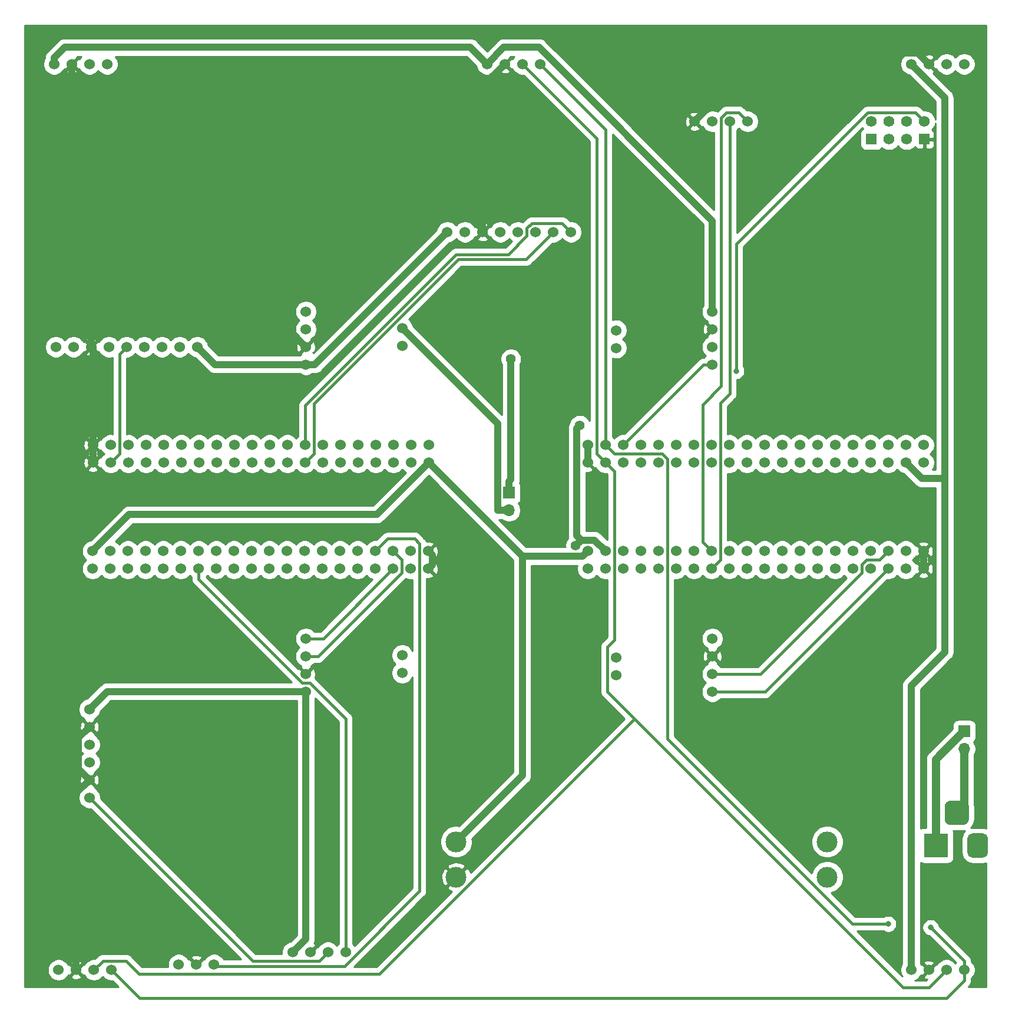
<source format=gbr>
%TF.GenerationSoftware,KiCad,Pcbnew,(5.1.9)-1*%
%TF.CreationDate,2021-04-29T12:58:22-07:00*%
%TF.ProjectId,pcbDesignForAutonomousDrivingProject,70636244-6573-4696-976e-466f72417574,rev?*%
%TF.SameCoordinates,Original*%
%TF.FileFunction,Copper,L2,Bot*%
%TF.FilePolarity,Positive*%
%FSLAX46Y46*%
G04 Gerber Fmt 4.6, Leading zero omitted, Abs format (unit mm)*
G04 Created by KiCad (PCBNEW (5.1.9)-1) date 2021-04-29 12:58:22*
%MOMM*%
%LPD*%
G01*
G04 APERTURE LIST*
%TA.AperFunction,ComponentPad*%
%ADD10R,3.500000X3.500000*%
%TD*%
%TA.AperFunction,ComponentPad*%
%ADD11C,1.524000*%
%TD*%
%TA.AperFunction,ComponentPad*%
%ADD12C,3.000000*%
%TD*%
%TA.AperFunction,ComponentPad*%
%ADD13C,1.575000*%
%TD*%
%TA.AperFunction,ComponentPad*%
%ADD14R,1.575000X1.575000*%
%TD*%
%TA.AperFunction,ComponentPad*%
%ADD15O,1.700000X1.700000*%
%TD*%
%TA.AperFunction,ComponentPad*%
%ADD16R,1.700000X1.700000*%
%TD*%
%TA.AperFunction,ViaPad*%
%ADD17C,1.400000*%
%TD*%
%TA.AperFunction,ViaPad*%
%ADD18C,0.800000*%
%TD*%
%TA.AperFunction,Conductor*%
%ADD19C,0.400000*%
%TD*%
%TA.AperFunction,Conductor*%
%ADD20C,1.000000*%
%TD*%
%TA.AperFunction,Conductor*%
%ADD21C,1.200000*%
%TD*%
%TA.AperFunction,Conductor*%
%ADD22C,0.254000*%
%TD*%
%TA.AperFunction,Conductor*%
%ADD23C,0.100000*%
%TD*%
G04 APERTURE END LIST*
%TO.P,J2,2*%
%TO.N,Net-(J2-Pad2)*%
%TA.AperFunction,ComponentPad*%
G36*
G01*
X187878000Y69171000D02*
X187878000Y67421000D01*
G75*
G02*
X187003000Y66546000I-875000J0D01*
G01*
X185253000Y66546000D01*
G75*
G02*
X184378000Y67421000I0J875000D01*
G01*
X184378000Y69171000D01*
G75*
G02*
X185253000Y70046000I875000J0D01*
G01*
X187003000Y70046000D01*
G75*
G02*
X187878000Y69171000I0J-875000D01*
G01*
G37*
%TD.AperFunction*%
%TA.AperFunction,ComponentPad*%
G36*
G01*
X190628000Y64596000D02*
X190628000Y62596000D01*
G75*
G02*
X189878000Y61846000I-750000J0D01*
G01*
X188378000Y61846000D01*
G75*
G02*
X187628000Y62596000I0J750000D01*
G01*
X187628000Y64596000D01*
G75*
G02*
X188378000Y65346000I750000J0D01*
G01*
X189878000Y65346000D01*
G75*
G02*
X190628000Y64596000I0J-750000D01*
G01*
G37*
%TD.AperFunction*%
D10*
%TO.P,J2,1*%
%TO.N,Net-(J2-Pad1)*%
X183128000Y63596000D03*
%TD*%
D11*
%TO.P,J1,3*%
%TO.N,outEnc*%
X79375000Y46482000D03*
%TO.P,J1,2*%
%TO.N,GND*%
X76835000Y46482000D03*
%TO.P,J1,1*%
%TO.N,5v*%
X74295000Y46482000D03*
%TD*%
%TO.P,U16,6*%
%TO.N,Net-(U16-Pad6)*%
X61468000Y70485000D03*
%TO.P,U16,5*%
%TO.N,GND*%
X61468000Y73025000D03*
%TO.P,U16,4*%
%TO.N,SDAdac*%
X61468000Y75565000D03*
%TO.P,U16,3*%
%TO.N,SCLdac*%
X61468000Y78105000D03*
%TO.P,U16,2*%
%TO.N,GND*%
X61468000Y80645000D03*
%TO.P,U16,1*%
%TO.N,3.3vDACNode*%
X61468000Y83185000D03*
%TD*%
D12*
%TO.P,U22,3*%
%TO.N,5v*%
X114173000Y64135000D03*
%TO.P,U22,4*%
%TO.N,GND*%
X114173000Y59055000D03*
%TO.P,U22,2*%
%TO.N,Net-(J2-Pad2)*%
X167513000Y59055000D03*
%TO.P,U22,1*%
%TO.N,Net-(J2-Pad1)*%
X167513000Y64135000D03*
%TD*%
D11*
%TO.P,U17,4*%
%TO.N,com3*%
X98298000Y48260000D03*
%TO.P,U17,3*%
%TO.N,Net-(U16-Pad6)*%
X95758000Y48260000D03*
%TO.P,U17,2*%
%TO.N,GND*%
X93218000Y48260000D03*
%TO.P,U17,1*%
%TO.N,3.3vDACNode*%
X90678000Y48260000D03*
%TD*%
D13*
%TO.P,U20,7*%
%TO.N,3.3vbridgeNode*%
X173863000Y167640000D03*
%TO.P,U20,6*%
%TO.N,Net-(U20-Pad6)*%
X176403000Y167640000D03*
%TO.P,U20,5*%
%TO.N,3.3vbridgeNode*%
X178943000Y167640000D03*
%TO.P,U20,4*%
%TO.N,wifiTx*%
X181483000Y167640000D03*
D14*
%TO.P,U20,3*%
%TO.N,GND*%
X181483000Y165100000D03*
D13*
%TO.P,U20,2*%
%TO.N,Net-(U20-Pad2)*%
X178943000Y165100000D03*
%TO.P,U20,1*%
%TO.N,Net-(U20-Pad1)*%
X176403000Y165100000D03*
D14*
%TO.P,U20,0*%
%TO.N,wifiRx*%
X173863000Y165100000D03*
%TD*%
D11*
%TO.P,U19,0*%
%TO.N,GND*%
X148463000Y167640000D03*
%TO.P,U19,3*%
%TO.N,oledSDA*%
X156083000Y167640000D03*
%TO.P,U19,2*%
%TO.N,oledSCL*%
X153543000Y167640000D03*
%TO.P,U19,1*%
%TO.N,3.3vDriverNode*%
X151003000Y167640000D03*
%TD*%
D15*
%TO.P,J4,2*%
%TO.N,Net-(J2-Pad2)*%
X187198000Y77470000D03*
D16*
%TO.P,J4,1*%
%TO.N,Net-(J2-Pad1)*%
X187198000Y80010000D03*
%TD*%
D11*
%TO.P,U15,2*%
%TO.N,GND*%
X92583000Y88265000D03*
%TO.P,U15,1*%
%TO.N,canRxcomp*%
X92583000Y90805000D03*
%TO.P,U15,0*%
%TO.N,canTxcomp*%
X92583000Y93345000D03*
%TO.P,U15,3*%
%TO.N,3.3vDACNode*%
X92583000Y85725000D03*
%TO.P,U15,5*%
%TO.N,CANH*%
X106413000Y90955000D03*
%TO.P,U15,4*%
%TO.N,CANL*%
X106413000Y88415000D03*
%TD*%
%TO.P,U13,4*%
%TO.N,CANL*%
X137173000Y90655000D03*
%TO.P,U13,5*%
%TO.N,CANH*%
X137173000Y88115000D03*
%TO.P,U13,3*%
%TO.N,3.3vDriverNode*%
X151003000Y93345000D03*
%TO.P,U13,0*%
%TO.N,canTxDrNd*%
X151003000Y85725000D03*
%TO.P,U13,1*%
%TO.N,canRxDrNd*%
X151003000Y88265000D03*
%TO.P,U13,2*%
%TO.N,GND*%
X151003000Y90805000D03*
%TD*%
%TO.P,U11,0*%
%TO.N,3.3vGPSNode*%
X76962000Y135255000D03*
%TO.P,U11,8*%
%TO.N,Net-(U11-Pad8)*%
X56642000Y135255000D03*
%TO.P,U11,7*%
%TO.N,Net-(U11-Pad7)*%
X59182000Y135255000D03*
%TO.P,U11,6*%
%TO.N,GND*%
X61722000Y135255000D03*
%TO.P,U11,5*%
%TO.N,gpsRxGpsNode*%
X64262000Y135255000D03*
%TO.P,U11,4*%
%TO.N,gpsTxGpsNode*%
X66802000Y135255000D03*
%TO.P,U11,3*%
%TO.N,Net-(U11-Pad3)*%
X69342000Y135255000D03*
%TO.P,U11,2*%
%TO.N,Net-(U11-Pad2)*%
X71882000Y135255000D03*
%TO.P,U11,1*%
%TO.N,Net-(U11-Pad1)*%
X74422000Y135255000D03*
%TD*%
%TO.P,U5,1*%
%TO.N,3.3vUlSo*%
X118618000Y175895000D03*
%TO.P,U5,4*%
%TO.N,SDA*%
X126238000Y175895000D03*
%TO.P,U5,3*%
%TO.N,SCL*%
X123698000Y175895000D03*
%TO.P,U5,2*%
%TO.N,GND*%
X121158000Y175895000D03*
%TD*%
%TO.P,U10,4*%
%TO.N,CANL*%
X106413000Y135405000D03*
%TO.P,U10,5*%
%TO.N,CANH*%
X106413000Y137945000D03*
%TO.P,U10,3*%
%TO.N,3.3vGPSNode*%
X92583000Y132715000D03*
%TO.P,U10,0*%
%TO.N,canTxGpsNode*%
X92583000Y140335000D03*
%TO.P,U10,1*%
%TO.N,canRxGpsNode*%
X92583000Y137795000D03*
%TO.P,U10,2*%
%TO.N,GND*%
X92583000Y135255000D03*
%TD*%
%TO.P,U9,2*%
%TO.N,GND*%
X58928000Y175895000D03*
%TO.P,U9,3*%
%TO.N,SCL*%
X61468000Y175895000D03*
%TO.P,U9,4*%
%TO.N,SDA*%
X64008000Y175895000D03*
%TO.P,U9,1*%
%TO.N,3.3vUlSo*%
X56388000Y175895000D03*
%TD*%
%TO.P,U7,1*%
%TO.N,3.3vUlSo*%
X179578000Y45720000D03*
%TO.P,U7,4*%
%TO.N,SDA*%
X187198000Y45720000D03*
%TO.P,U7,3*%
%TO.N,SCL*%
X184658000Y45720000D03*
%TO.P,U7,2*%
%TO.N,GND*%
X182118000Y45720000D03*
%TD*%
%TO.P,U6,2*%
%TO.N,GND*%
X59563000Y45720000D03*
%TO.P,U6,3*%
%TO.N,SCL*%
X62103000Y45720000D03*
%TO.P,U6,4*%
%TO.N,SDA*%
X64643000Y45720000D03*
%TO.P,U6,1*%
%TO.N,3.3vUlSo*%
X57023000Y45720000D03*
%TD*%
%TO.P,U4,0*%
%TO.N,compSCL*%
X130683000Y151765000D03*
%TO.P,U4,7*%
%TO.N,3.3vGPSNode*%
X112903000Y151765000D03*
%TO.P,U4,6*%
%TO.N,Net-(U4-Pad6)*%
X115443000Y151765000D03*
%TO.P,U4,5*%
%TO.N,GND*%
X117983000Y151765000D03*
%TO.P,U4,4*%
%TO.N,Net-(U4-Pad4)*%
X120523000Y151765000D03*
%TO.P,U4,3*%
%TO.N,Net-(U4-Pad3)*%
X123063000Y151765000D03*
%TO.P,U4,2*%
%TO.N,Net-(U4-Pad2)*%
X125603000Y151765000D03*
%TO.P,U4,1*%
%TO.N,compSCA*%
X128143000Y151765000D03*
%TD*%
%TO.P,U1,2*%
%TO.N,GND*%
X151003000Y137795000D03*
%TO.P,U1,1*%
%TO.N,canRX*%
X151003000Y135255000D03*
%TO.P,U1,0*%
%TO.N,canTX*%
X151003000Y132715000D03*
%TO.P,U1,3*%
%TO.N,3.3vUlSo*%
X151003000Y140335000D03*
%TO.P,U1,5*%
%TO.N,CANH*%
X137173000Y135105000D03*
%TO.P,U1,4*%
%TO.N,CANL*%
X137173000Y137645000D03*
%TD*%
D15*
%TO.P,J3,2*%
%TO.N,CANH*%
X121793000Y111760000D03*
D16*
%TO.P,J3,1*%
%TO.N,CANL*%
X121793000Y114300000D03*
%TD*%
D11*
%TO.P,U8,1*%
%TO.N,3.3vUlSo*%
X179578000Y175895000D03*
%TO.P,U8,4*%
%TO.N,SDA*%
X187198000Y175895000D03*
%TO.P,U8,3*%
%TO.N,SCL*%
X184658000Y175895000D03*
%TO.P,U8,2*%
%TO.N,GND*%
X182118000Y175895000D03*
%TD*%
%TO.P,U2,39*%
%TO.N,GND*%
X133096000Y121158000D03*
%TO.P,U2,40*%
X133096000Y118618000D03*
%TO.P,U2,37*%
%TO.N,SDA*%
X135636000Y121158000D03*
%TO.P,U2,38*%
%TO.N,SCL*%
X135636000Y118618000D03*
%TO.P,U2,35*%
%TO.N,canTX*%
X138176000Y121158000D03*
%TO.P,U2,36*%
%TO.N,canRX*%
X138176000Y118618000D03*
%TO.P,U2,33*%
%TO.N,Net-(U2-Pad33)*%
X140716000Y121158000D03*
%TO.P,U2,34*%
%TO.N,Net-(U2-Pad34)*%
X140716000Y118618000D03*
%TO.P,U2,31*%
%TO.N,wifiRx*%
X143256000Y121158000D03*
%TO.P,U2,32*%
%TO.N,Net-(U2-Pad32)*%
X143256000Y118618000D03*
%TO.P,U2,29*%
%TO.N,Net-(U2-Pad29)*%
X145796000Y121158000D03*
%TO.P,U2,30*%
%TO.N,wifiTx*%
X145796000Y118618000D03*
%TO.P,U2,27*%
%TO.N,Net-(U2-Pad27)*%
X148336000Y121158000D03*
%TO.P,U2,28*%
%TO.N,Net-(U2-Pad28)*%
X148336000Y118618000D03*
%TO.P,U2,25*%
%TO.N,Net-(U2-Pad25)*%
X150876000Y121158000D03*
%TO.P,U2,26*%
%TO.N,Net-(U2-Pad26)*%
X150876000Y118618000D03*
%TO.P,U2,23*%
%TO.N,Net-(U2-Pad23)*%
X153416000Y121158000D03*
%TO.P,U2,24*%
%TO.N,Net-(U2-Pad24)*%
X153416000Y118618000D03*
%TO.P,U2,21*%
%TO.N,Net-(U2-Pad21)*%
X155956000Y121158000D03*
%TO.P,U2,22*%
%TO.N,Net-(U2-Pad22)*%
X155956000Y118618000D03*
%TO.P,U2,19*%
%TO.N,Net-(U2-Pad19)*%
X158496000Y121158000D03*
%TO.P,U2,20*%
%TO.N,Net-(U2-Pad20)*%
X158496000Y118618000D03*
%TO.P,U2,17*%
%TO.N,Net-(U2-Pad17)*%
X161036000Y121158000D03*
%TO.P,U2,18*%
%TO.N,Net-(U2-Pad18)*%
X161036000Y118618000D03*
%TO.P,U2,15*%
%TO.N,Net-(U2-Pad15)*%
X163576000Y121158000D03*
%TO.P,U2,16*%
%TO.N,Net-(U2-Pad16)*%
X163576000Y118618000D03*
%TO.P,U2,13*%
%TO.N,Net-(U2-Pad13)*%
X166116000Y121158000D03*
%TO.P,U2,14*%
%TO.N,Net-(U2-Pad14)*%
X166116000Y118618000D03*
%TO.P,U2,11*%
%TO.N,Net-(U2-Pad11)*%
X168656000Y121158000D03*
%TO.P,U2,12*%
%TO.N,Net-(U2-Pad12)*%
X168656000Y118618000D03*
%TO.P,U2,9*%
%TO.N,Net-(U2-Pad9)*%
X171196000Y121158000D03*
%TO.P,U2,10*%
%TO.N,Net-(U2-Pad10)*%
X171196000Y118618000D03*
%TO.P,U2,7*%
%TO.N,Net-(U2-Pad7)*%
X173736000Y121158000D03*
%TO.P,U2,8*%
%TO.N,Net-(U2-Pad8)*%
X173736000Y118618000D03*
%TO.P,U2,5*%
%TO.N,Net-(U2-Pad5)*%
X176276000Y121158000D03*
%TO.P,U2,6*%
%TO.N,Net-(U2-Pad6)*%
X176276000Y118618000D03*
%TO.P,U2,3*%
%TO.N,Net-(U2-Pad3)*%
X178816000Y121158000D03*
%TO.P,U2,4*%
%TO.N,3.3vUlSo*%
X178816000Y118618000D03*
%TO.P,U2,1*%
%TO.N,Net-(U2-Pad1)*%
X181356000Y121158000D03*
%TO.P,U2,2*%
%TO.N,5v*%
X181356000Y118618000D03*
%TD*%
%TO.P,U3,39*%
%TO.N,GND*%
X61976000Y121158000D03*
%TO.P,U3,40*%
X61976000Y118618000D03*
%TO.P,U3,37*%
%TO.N,gpsRxGpsNode*%
X64516000Y121158000D03*
%TO.P,U3,38*%
%TO.N,gpsTxGpsNode*%
X64516000Y118618000D03*
%TO.P,U3,35*%
%TO.N,canTxGpsNode*%
X67056000Y121158000D03*
%TO.P,U3,36*%
%TO.N,canRxGpsNode*%
X67056000Y118618000D03*
%TO.P,U3,33*%
%TO.N,Net-(U3-Pad33)*%
X69596000Y121158000D03*
%TO.P,U3,34*%
%TO.N,Net-(U3-Pad34)*%
X69596000Y118618000D03*
%TO.P,U3,31*%
%TO.N,Net-(U3-Pad31)*%
X72136000Y121158000D03*
%TO.P,U3,32*%
%TO.N,Net-(U3-Pad32)*%
X72136000Y118618000D03*
%TO.P,U3,29*%
%TO.N,Net-(U3-Pad29)*%
X74676000Y121158000D03*
%TO.P,U3,30*%
%TO.N,Net-(U3-Pad30)*%
X74676000Y118618000D03*
%TO.P,U3,27*%
%TO.N,Net-(U3-Pad27)*%
X77216000Y121158000D03*
%TO.P,U3,28*%
%TO.N,Net-(U3-Pad28)*%
X77216000Y118618000D03*
%TO.P,U3,25*%
%TO.N,Net-(U3-Pad25)*%
X79756000Y121158000D03*
%TO.P,U3,26*%
%TO.N,Net-(U3-Pad26)*%
X79756000Y118618000D03*
%TO.P,U3,23*%
%TO.N,Net-(U3-Pad23)*%
X82296000Y121158000D03*
%TO.P,U3,24*%
%TO.N,Net-(U3-Pad24)*%
X82296000Y118618000D03*
%TO.P,U3,21*%
%TO.N,Net-(U3-Pad21)*%
X84836000Y121158000D03*
%TO.P,U3,22*%
%TO.N,Net-(U3-Pad22)*%
X84836000Y118618000D03*
%TO.P,U3,19*%
%TO.N,Net-(U3-Pad19)*%
X87376000Y121158000D03*
%TO.P,U3,20*%
%TO.N,Net-(U3-Pad20)*%
X87376000Y118618000D03*
%TO.P,U3,17*%
%TO.N,Net-(U3-Pad17)*%
X89916000Y121158000D03*
%TO.P,U3,18*%
%TO.N,Net-(U3-Pad18)*%
X89916000Y118618000D03*
%TO.P,U3,15*%
%TO.N,compSCL*%
X92456000Y121158000D03*
%TO.P,U3,16*%
%TO.N,compSCA*%
X92456000Y118618000D03*
%TO.P,U3,13*%
%TO.N,Net-(U3-Pad13)*%
X94996000Y121158000D03*
%TO.P,U3,14*%
%TO.N,Net-(U3-Pad14)*%
X94996000Y118618000D03*
%TO.P,U3,11*%
%TO.N,Net-(U3-Pad11)*%
X97536000Y121158000D03*
%TO.P,U3,12*%
%TO.N,Net-(U3-Pad12)*%
X97536000Y118618000D03*
%TO.P,U3,9*%
%TO.N,Net-(U3-Pad9)*%
X100076000Y121158000D03*
%TO.P,U3,10*%
%TO.N,Net-(U3-Pad10)*%
X100076000Y118618000D03*
%TO.P,U3,7*%
%TO.N,Net-(U3-Pad7)*%
X102616000Y121158000D03*
%TO.P,U3,8*%
%TO.N,Net-(U3-Pad8)*%
X102616000Y118618000D03*
%TO.P,U3,5*%
%TO.N,Net-(U3-Pad5)*%
X105156000Y121158000D03*
%TO.P,U3,6*%
%TO.N,Net-(U3-Pad6)*%
X105156000Y118618000D03*
%TO.P,U3,3*%
%TO.N,Net-(U3-Pad3)*%
X107696000Y121158000D03*
%TO.P,U3,4*%
%TO.N,3.3vGPSNode*%
X107696000Y118618000D03*
%TO.P,U3,1*%
%TO.N,Net-(U3-Pad1)*%
X110236000Y121158000D03*
%TO.P,U3,2*%
%TO.N,5v*%
X110236000Y118618000D03*
%TD*%
%TO.P,U12,2*%
%TO.N,5v*%
X61925200Y105918000D03*
%TO.P,U12,1*%
%TO.N,Net-(U12-Pad1)*%
X61925200Y103378000D03*
%TO.P,U12,4*%
%TO.N,3.3vDACNode*%
X64465200Y105918000D03*
%TO.P,U12,3*%
%TO.N,Net-(U12-Pad3)*%
X64465200Y103378000D03*
%TO.P,U12,6*%
%TO.N,Net-(U12-Pad6)*%
X67005200Y105918000D03*
%TO.P,U12,5*%
%TO.N,Net-(U12-Pad5)*%
X67005200Y103378000D03*
%TO.P,U12,8*%
%TO.N,Net-(U12-Pad8)*%
X69545200Y105918000D03*
%TO.P,U12,7*%
%TO.N,Net-(U12-Pad7)*%
X69545200Y103378000D03*
%TO.P,U12,10*%
%TO.N,Net-(U12-Pad10)*%
X72085200Y105918000D03*
%TO.P,U12,9*%
%TO.N,Net-(U12-Pad9)*%
X72085200Y103378000D03*
%TO.P,U12,12*%
%TO.N,Net-(U12-Pad12)*%
X74625200Y105918000D03*
%TO.P,U12,11*%
%TO.N,Net-(U12-Pad11)*%
X74625200Y103378000D03*
%TO.P,U12,14*%
%TO.N,Net-(U12-Pad14)*%
X77165200Y105918000D03*
%TO.P,U12,13*%
%TO.N,com3*%
X77165200Y103378000D03*
%TO.P,U12,16*%
%TO.N,Net-(U12-Pad16)*%
X79705200Y105918000D03*
%TO.P,U12,15*%
%TO.N,Net-(U12-Pad15)*%
X79705200Y103378000D03*
%TO.P,U12,18*%
%TO.N,Net-(U12-Pad18)*%
X82245200Y105918000D03*
%TO.P,U12,17*%
%TO.N,Net-(U12-Pad17)*%
X82245200Y103378000D03*
%TO.P,U12,20*%
%TO.N,Net-(U12-Pad20)*%
X84785200Y105918000D03*
%TO.P,U12,19*%
%TO.N,Net-(U12-Pad19)*%
X84785200Y103378000D03*
%TO.P,U12,22*%
%TO.N,Net-(U12-Pad22)*%
X87325200Y105918000D03*
%TO.P,U12,21*%
%TO.N,Net-(U12-Pad21)*%
X87325200Y103378000D03*
%TO.P,U12,24*%
%TO.N,Net-(U12-Pad24)*%
X89865200Y105918000D03*
%TO.P,U12,23*%
%TO.N,Net-(U12-Pad23)*%
X89865200Y103378000D03*
%TO.P,U12,26*%
%TO.N,Net-(U12-Pad26)*%
X92405200Y105918000D03*
%TO.P,U12,25*%
%TO.N,Net-(U12-Pad25)*%
X92405200Y103378000D03*
%TO.P,U12,28*%
%TO.N,Net-(U12-Pad28)*%
X94945200Y105918000D03*
%TO.P,U12,27*%
%TO.N,Net-(U12-Pad27)*%
X94945200Y103378000D03*
%TO.P,U12,30*%
%TO.N,Net-(U12-Pad30)*%
X97485200Y105918000D03*
%TO.P,U12,29*%
%TO.N,Net-(U12-Pad29)*%
X97485200Y103378000D03*
%TO.P,U12,32*%
%TO.N,Net-(U12-Pad32)*%
X100025200Y105918000D03*
%TO.P,U12,31*%
%TO.N,Net-(U12-Pad31)*%
X100025200Y103378000D03*
%TO.P,U12,34*%
%TO.N,outEnc*%
X102565200Y105918000D03*
%TO.P,U12,33*%
%TO.N,Net-(U12-Pad33)*%
X102565200Y103378000D03*
%TO.P,U12,36*%
%TO.N,canRxcomp*%
X105105200Y105918000D03*
%TO.P,U12,35*%
%TO.N,canTxcomp*%
X105105200Y103378000D03*
%TO.P,U12,38*%
%TO.N,SCLdac*%
X107645200Y105918000D03*
%TO.P,U12,37*%
%TO.N,SDAdac*%
X107645200Y103378000D03*
%TO.P,U12,40*%
%TO.N,GND*%
X110185200Y105918000D03*
%TO.P,U12,39*%
X110185200Y103378000D03*
%TD*%
%TO.P,U14,2*%
%TO.N,5v*%
X133096000Y105918000D03*
%TO.P,U14,1*%
%TO.N,Net-(U14-Pad1)*%
X133096000Y103378000D03*
%TO.P,U14,4*%
%TO.N,3.3vDriverNode*%
X135636000Y105918000D03*
%TO.P,U14,3*%
%TO.N,Net-(U14-Pad3)*%
X135636000Y103378000D03*
%TO.P,U14,6*%
%TO.N,Net-(U14-Pad6)*%
X138176000Y105918000D03*
%TO.P,U14,5*%
%TO.N,Net-(U14-Pad5)*%
X138176000Y103378000D03*
%TO.P,U14,8*%
%TO.N,Net-(U14-Pad8)*%
X140716000Y105918000D03*
%TO.P,U14,7*%
%TO.N,Net-(U14-Pad7)*%
X140716000Y103378000D03*
%TO.P,U14,10*%
%TO.N,Net-(U14-Pad10)*%
X143256000Y105918000D03*
%TO.P,U14,9*%
%TO.N,Net-(U14-Pad9)*%
X143256000Y103378000D03*
%TO.P,U14,12*%
%TO.N,Net-(U14-Pad12)*%
X145796000Y105918000D03*
%TO.P,U14,11*%
%TO.N,Net-(U14-Pad11)*%
X145796000Y103378000D03*
%TO.P,U14,14*%
%TO.N,Net-(U14-Pad14)*%
X148336000Y105918000D03*
%TO.P,U14,13*%
%TO.N,Net-(U14-Pad13)*%
X148336000Y103378000D03*
%TO.P,U14,16*%
%TO.N,oledSDA*%
X150876000Y105918000D03*
%TO.P,U14,15*%
%TO.N,oledSCL*%
X150876000Y103378000D03*
%TO.P,U14,18*%
%TO.N,Net-(U14-Pad18)*%
X153416000Y105918000D03*
%TO.P,U14,17*%
%TO.N,Net-(U14-Pad17)*%
X153416000Y103378000D03*
%TO.P,U14,20*%
%TO.N,Net-(U14-Pad20)*%
X155956000Y105918000D03*
%TO.P,U14,19*%
%TO.N,Net-(U14-Pad19)*%
X155956000Y103378000D03*
%TO.P,U14,22*%
%TO.N,Net-(U14-Pad22)*%
X158496000Y105918000D03*
%TO.P,U14,21*%
%TO.N,Net-(U14-Pad21)*%
X158496000Y103378000D03*
%TO.P,U14,24*%
%TO.N,Net-(U14-Pad24)*%
X161036000Y105918000D03*
%TO.P,U14,23*%
%TO.N,Net-(U14-Pad23)*%
X161036000Y103378000D03*
%TO.P,U14,26*%
%TO.N,Net-(U14-Pad26)*%
X163576000Y105918000D03*
%TO.P,U14,25*%
%TO.N,Net-(U14-Pad25)*%
X163576000Y103378000D03*
%TO.P,U14,28*%
%TO.N,Net-(U14-Pad28)*%
X166116000Y105918000D03*
%TO.P,U14,27*%
%TO.N,Net-(U14-Pad27)*%
X166116000Y103378000D03*
%TO.P,U14,30*%
%TO.N,Net-(U14-Pad30)*%
X168656000Y105918000D03*
%TO.P,U14,29*%
%TO.N,Net-(U14-Pad29)*%
X168656000Y103378000D03*
%TO.P,U14,32*%
%TO.N,Net-(U14-Pad32)*%
X171196000Y105918000D03*
%TO.P,U14,31*%
%TO.N,Net-(U14-Pad31)*%
X171196000Y103378000D03*
%TO.P,U14,34*%
%TO.N,Net-(U14-Pad34)*%
X173736000Y105918000D03*
%TO.P,U14,33*%
%TO.N,Net-(U14-Pad33)*%
X173736000Y103378000D03*
%TO.P,U14,36*%
%TO.N,canRxDrNd*%
X176276000Y105918000D03*
%TO.P,U14,35*%
%TO.N,canTxDrNd*%
X176276000Y103378000D03*
%TO.P,U14,38*%
%TO.N,Net-(U14-Pad38)*%
X178816000Y105918000D03*
%TO.P,U14,37*%
%TO.N,Net-(U14-Pad37)*%
X178816000Y103378000D03*
%TO.P,U14,40*%
%TO.N,GND*%
X181356000Y105918000D03*
%TO.P,U14,39*%
X181356000Y103378000D03*
%TD*%
D17*
%TO.N,CANL*%
X122047200Y133525900D03*
D18*
%TO.N,SDA*%
X182372000Y51816000D03*
X176276006Y52324000D03*
%TO.N,wifiTx*%
X154432900Y131776100D03*
D17*
%TO.N,3.3vDriverNode*%
X131945700Y124003100D03*
X131363900Y106687900D03*
%TD*%
D19*
%TO.N,outEnc*%
X79607300Y46249700D02*
X79375000Y46482000D01*
X108915200Y57053200D02*
X98111700Y46249700D01*
X108915200Y106984800D02*
X108915200Y57053200D01*
X108204000Y107696000D02*
X108915200Y106984800D01*
X104343200Y107696000D02*
X108204000Y107696000D01*
X98111700Y46249700D02*
X79607300Y46249700D01*
X102565200Y105918000D02*
X104343200Y107696000D01*
D20*
%TO.N,GND*%
X61468000Y73025000D02*
X59885000Y74608000D01*
X59885000Y74608000D02*
X59885000Y79062000D01*
X59885000Y79062000D02*
X61468000Y80645000D01*
X61468000Y73025000D02*
X59563000Y71120000D01*
X59563000Y71120000D02*
X59563000Y45720000D01*
X117983000Y151765000D02*
X117983000Y172720000D01*
X117983000Y172720000D02*
X121158000Y175895000D01*
X133096000Y118618000D02*
X133096000Y121158000D01*
X148463000Y167640000D02*
X158288700Y177465700D01*
X158288700Y177465700D02*
X180547300Y177465700D01*
X180547300Y177465700D02*
X182118000Y175895000D01*
X61976000Y121158000D02*
X61976000Y135001000D01*
X61976000Y135001000D02*
X61722000Y135255000D01*
X61976000Y118618000D02*
X61976000Y121158000D01*
X181356000Y103378000D02*
X181356000Y105918000D01*
X61722000Y136398000D02*
X61722000Y135255000D01*
X90170000Y137668000D02*
X62992000Y137668000D01*
X92583000Y135255000D02*
X90170000Y137668000D01*
X58928000Y140208000D02*
X62230000Y136906000D01*
X58928000Y175895000D02*
X58928000Y140208000D01*
X62230000Y136906000D02*
X61722000Y136398000D01*
X62992000Y137668000D02*
X62230000Y136906000D01*
X110744000Y105359200D02*
X110185200Y105918000D01*
X110744000Y103936800D02*
X110744000Y105359200D01*
X110185200Y103378000D02*
X110744000Y103936800D01*
D21*
%TO.N,Net-(J2-Pad1)*%
X187147998Y80010000D02*
X187198000Y80010000D01*
X183128000Y75990002D02*
X187147998Y80010000D01*
X183128000Y63596000D02*
X183128000Y75990002D01*
%TO.N,Net-(J2-Pad2)*%
X187198000Y69366000D02*
X186128000Y68296000D01*
X187198000Y77470000D02*
X187198000Y69366000D01*
D19*
%TO.N,canTX*%
X138176000Y121158000D02*
X149733000Y132715000D01*
X149733000Y132715000D02*
X151003000Y132715000D01*
D20*
%TO.N,CANL*%
X121793000Y114300000D02*
X121793000Y115950300D01*
X121793000Y115950300D02*
X122047200Y116204500D01*
X122047200Y116204500D02*
X122047200Y133525900D01*
%TO.N,CANH*%
X106413000Y137945000D02*
X120142700Y124215300D01*
X120142700Y124215300D02*
X120142700Y111760000D01*
X121793000Y111760000D02*
X120142700Y111760000D01*
%TO.N,5v*%
X123687500Y105166500D02*
X110236000Y118618000D01*
X133096000Y105918000D02*
X132344500Y105166500D01*
X132344500Y105166500D02*
X123687500Y105166500D01*
X114173000Y64135000D02*
X123687500Y73649500D01*
X123687500Y73649500D02*
X123687500Y105166500D01*
X110236000Y118618000D02*
X102791200Y111173200D01*
X102791200Y111173200D02*
X67180400Y111173200D01*
X67180400Y111173200D02*
X61925200Y105918000D01*
D19*
%TO.N,SDA*%
X187198000Y45720000D02*
X187193100Y45715100D01*
X126238000Y175895000D02*
X135636000Y166497000D01*
X135636000Y166497000D02*
X135636000Y121158000D01*
X68707000Y41656000D02*
X64643000Y45720000D01*
X184673500Y41656000D02*
X68707000Y41656000D01*
X187198000Y44180500D02*
X184673500Y41656000D01*
X187198000Y45720000D02*
X187198000Y44180500D01*
X187198000Y45720000D02*
X187198000Y46990000D01*
X187198000Y46990000D02*
X182372000Y51816000D01*
X135636000Y121158000D02*
X136898400Y119895600D01*
X171127900Y52324000D02*
X176276006Y52324000D01*
X136898400Y119895600D02*
X143802600Y119895600D01*
X143802600Y119895600D02*
X144525900Y119172300D01*
X144525900Y119172300D02*
X144525900Y78926000D01*
X144525900Y78926000D02*
X171127900Y52324000D01*
%TO.N,SCL*%
X62103000Y45720000D02*
X63405500Y47022500D01*
X63405500Y47022500D02*
X66715400Y47022500D01*
X66715400Y47022500D02*
X68575900Y45162000D01*
X68575900Y45162000D02*
X103140200Y45162000D01*
X103140200Y45162000D02*
X139798500Y81820300D01*
X135636000Y118618000D02*
X134366100Y119887900D01*
X134366100Y119887900D02*
X134366100Y165226900D01*
X134366100Y165226900D02*
X123698000Y175895000D01*
X139798500Y81820300D02*
X135899000Y85719800D01*
X135899000Y85719800D02*
X135899000Y92175900D01*
X135899000Y92175900D02*
X136906000Y93182900D01*
X136906000Y93182900D02*
X136906000Y117348000D01*
X136906000Y117348000D02*
X135636000Y118618000D01*
X182118000Y43180000D02*
X184658000Y45720000D01*
X178438800Y43180000D02*
X182118000Y43180000D01*
X139798500Y81820300D02*
X178438800Y43180000D01*
%TO.N,gpsTxGpsNode*%
X64516000Y118618000D02*
X65786000Y119888000D01*
X65786000Y119888000D02*
X65786000Y134239000D01*
X65786000Y134239000D02*
X66802000Y135255000D01*
%TO.N,compSCA*%
X92456000Y118618000D02*
X93726000Y119888000D01*
X93726000Y119888000D02*
X93726000Y127104500D01*
X93726000Y127104500D02*
X114453300Y147831800D01*
X114453300Y147831800D02*
X124209800Y147831800D01*
X124209800Y147831800D02*
X128143000Y151765000D01*
%TO.N,compSCL*%
X92456000Y121158000D02*
X92456000Y126825300D01*
X92456000Y126825300D02*
X114162900Y148532200D01*
X114162900Y148532200D02*
X121654400Y148532200D01*
X121654400Y148532200D02*
X124333000Y151210800D01*
X124333000Y151210800D02*
X124333000Y152346200D01*
X124333000Y152346200D02*
X125019900Y153033100D01*
X125019900Y153033100D02*
X129414900Y153033100D01*
X129414900Y153033100D02*
X130683000Y151765000D01*
%TO.N,com3*%
X77165200Y103378000D02*
X77165200Y101884500D01*
X77165200Y101884500D02*
X92054700Y86995000D01*
X92054700Y86995000D02*
X93140900Y86995000D01*
X93140900Y86995000D02*
X98298000Y81837900D01*
X98298000Y81837900D02*
X98298000Y48260000D01*
%TO.N,canTxcomp*%
X105105200Y103378000D02*
X95072200Y93345000D01*
X95072200Y93345000D02*
X92583000Y93345000D01*
%TO.N,canRxcomp*%
X105105200Y105918000D02*
X106375200Y104648000D01*
X106375200Y104648000D02*
X106375200Y102833100D01*
X106375200Y102833100D02*
X94347100Y90805000D01*
X94347100Y90805000D02*
X92583000Y90805000D01*
%TO.N,canTxDrNd*%
X176276000Y103378000D02*
X158623000Y85725000D01*
X158623000Y85725000D02*
X151003000Y85725000D01*
%TO.N,canRxDrNd*%
X176276000Y105918000D02*
X174998400Y104640400D01*
X174998400Y104640400D02*
X173144400Y104640400D01*
X173144400Y104640400D02*
X172466000Y103962000D01*
X172466000Y103962000D02*
X172466000Y102807900D01*
X172466000Y102807900D02*
X157923100Y88265000D01*
X157923100Y88265000D02*
X151003000Y88265000D01*
%TO.N,Net-(U16-Pad6)*%
X95758000Y48260000D02*
X94491800Y46993800D01*
X94491800Y46993800D02*
X84959200Y46993800D01*
X84959200Y46993800D02*
X61468000Y70485000D01*
%TO.N,oledSCL*%
X153543000Y167640000D02*
X153532600Y167629600D01*
X153532600Y167629600D02*
X153532600Y128536200D01*
X153532600Y128536200D02*
X152145900Y127149500D01*
X152145900Y127149500D02*
X152145900Y104647900D01*
X152145900Y104647900D02*
X150876000Y103378000D01*
%TO.N,oledSDA*%
X150876000Y105918000D02*
X149606000Y107188000D01*
X149606000Y107188000D02*
X149606000Y126949000D01*
X149606000Y126949000D02*
X152273000Y129616000D01*
X152273000Y129616000D02*
X152273000Y168179200D01*
X152273000Y168179200D02*
X153014400Y168920600D01*
X153014400Y168920600D02*
X154802400Y168920600D01*
X154802400Y168920600D02*
X156083000Y167640000D01*
%TO.N,wifiTx*%
X154432900Y131776100D02*
X154432900Y150041600D01*
X154432900Y150041600D02*
X173337500Y168946200D01*
X173337500Y168946200D02*
X180176800Y168946200D01*
X180176800Y168946200D02*
X181483000Y167640000D01*
D20*
%TO.N,3.3vDACNode*%
X61468000Y83185000D02*
X64008000Y85725000D01*
X64008000Y85725000D02*
X92583000Y85725000D01*
X92583000Y85725000D02*
X92583000Y50165000D01*
X92583000Y50165000D02*
X90678000Y48260000D01*
%TO.N,3.3vUlSo*%
X121031000Y178308000D02*
X118618000Y175895000D01*
X126059400Y178308000D02*
X121031000Y178308000D01*
X151003000Y153364400D02*
X126059400Y178308000D01*
X151003000Y140335000D02*
X151003000Y153364400D01*
X56388000Y176784000D02*
X56388000Y175895000D01*
X57912000Y178308000D02*
X56388000Y176784000D01*
X116205000Y178308000D02*
X57912000Y178308000D01*
X118618000Y175895000D02*
X116205000Y178308000D01*
X181102000Y116332000D02*
X181292000Y116332000D01*
X178816000Y118618000D02*
X181102000Y116332000D01*
X181102000Y116332000D02*
X183896000Y116332000D01*
X179578000Y86590100D02*
X179578000Y45720000D01*
X184404000Y91416100D02*
X179578000Y86590100D01*
X179578000Y175895000D02*
X184404000Y171069000D01*
X183896000Y116332000D02*
X184404000Y116332000D01*
X184404000Y116332000D02*
X184404000Y91416100D01*
X184404000Y171069000D02*
X184404000Y116332000D01*
%TO.N,3.3vGPSNode*%
X92583000Y132715000D02*
X79502000Y132715000D01*
X79502000Y132715000D02*
X76962000Y135255000D01*
X112903000Y151765000D02*
X93853000Y132715000D01*
X93853000Y132715000D02*
X92583000Y132715000D01*
%TO.N,3.3vDriverNode*%
X132156400Y107480400D02*
X131526800Y108110000D01*
X131526800Y108110000D02*
X131526800Y123584200D01*
X131526800Y123584200D02*
X131945700Y124003100D01*
X135636000Y105918000D02*
X134073600Y107480400D01*
X134073600Y107480400D02*
X132156400Y107480400D01*
X132156400Y107480400D02*
X131363900Y106687900D01*
%TD*%
D22*
%TO.N,GND*%
X187260063Y65713937D02*
X187063446Y65474357D01*
X186917346Y65201023D01*
X186827377Y64904438D01*
X186796999Y64596000D01*
X186796999Y62596000D01*
X186827377Y62287562D01*
X186917346Y61990977D01*
X187063446Y61717643D01*
X187260063Y61478063D01*
X187499643Y61281446D01*
X187772977Y61135346D01*
X188069562Y61045377D01*
X188378000Y61014999D01*
X189878000Y61014999D01*
X190186438Y61045377D01*
X190373000Y61101971D01*
X190373000Y43307000D01*
X187776897Y43307000D01*
X187888525Y43418628D01*
X187927712Y43450788D01*
X188056051Y43607169D01*
X188151415Y43785583D01*
X188210140Y43979173D01*
X188225000Y44130049D01*
X188225000Y44130058D01*
X188229968Y44180499D01*
X188225000Y44230940D01*
X188225000Y44499815D01*
X188432257Y44707072D01*
X188606153Y44967326D01*
X188725935Y45256506D01*
X188787000Y45563497D01*
X188787000Y45876503D01*
X188725935Y46183494D01*
X188606153Y46472674D01*
X188432257Y46732928D01*
X188225056Y46940129D01*
X188229968Y46990000D01*
X188225000Y47040444D01*
X188225000Y47040451D01*
X188210140Y47191327D01*
X188208988Y47195127D01*
X188188750Y47261840D01*
X188151415Y47384917D01*
X188056051Y47563331D01*
X188029379Y47595831D01*
X187959873Y47680525D01*
X187959868Y47680530D01*
X187927712Y47719712D01*
X187888530Y47751868D01*
X183573041Y52067356D01*
X183551847Y52173903D01*
X183459353Y52397202D01*
X183325073Y52598167D01*
X183154167Y52769073D01*
X182953202Y52903353D01*
X182729903Y52995847D01*
X182492849Y53043000D01*
X182251151Y53043000D01*
X182014097Y52995847D01*
X181790798Y52903353D01*
X181589833Y52769073D01*
X181418927Y52598167D01*
X181284647Y52397202D01*
X181192153Y52173903D01*
X181145000Y51936849D01*
X181145000Y51695151D01*
X181192153Y51458097D01*
X181284647Y51234798D01*
X181418927Y51033833D01*
X181589833Y50862927D01*
X181790798Y50728647D01*
X182014097Y50636153D01*
X182120644Y50614959D01*
X185983209Y46752394D01*
X185963743Y46732928D01*
X185928000Y46679435D01*
X185892257Y46732928D01*
X185670928Y46954257D01*
X185410674Y47128153D01*
X185121494Y47247935D01*
X184814503Y47309000D01*
X184501497Y47309000D01*
X184194506Y47247935D01*
X183905326Y47128153D01*
X183645072Y46954257D01*
X183423743Y46732928D01*
X183249847Y46472674D01*
X183244982Y46460928D01*
X183083565Y46505960D01*
X182297605Y45720000D01*
X182311748Y45705858D01*
X182132143Y45526253D01*
X182118000Y45540395D01*
X181332040Y44754435D01*
X181399020Y44514344D01*
X181648048Y44397244D01*
X181836172Y44350568D01*
X181692604Y44207000D01*
X180077550Y44207000D01*
X180330674Y44311847D01*
X180590928Y44485743D01*
X180812257Y44707072D01*
X180986153Y44967326D01*
X180991018Y44979072D01*
X181152435Y44934040D01*
X181938395Y45720000D01*
X181152435Y46505960D01*
X180991018Y46460928D01*
X180986153Y46472674D01*
X180905000Y46594128D01*
X180905000Y46685565D01*
X181332040Y46685565D01*
X182118000Y45899605D01*
X182903960Y46685565D01*
X182836980Y46925656D01*
X182587952Y47042756D01*
X182320865Y47109023D01*
X182045983Y47121910D01*
X181773867Y47080922D01*
X181514977Y46987636D01*
X181399020Y46925656D01*
X181332040Y46685565D01*
X180905000Y46685565D01*
X180905000Y61164339D01*
X180916321Y61155048D01*
X181059990Y61078255D01*
X181215880Y61030966D01*
X181378000Y61014999D01*
X184878000Y61014999D01*
X185040120Y61030966D01*
X185196010Y61078255D01*
X185339679Y61155048D01*
X185465606Y61258394D01*
X185568952Y61384321D01*
X185645745Y61527990D01*
X185693034Y61683880D01*
X185709001Y61846000D01*
X185709001Y65346000D01*
X185693034Y65508120D01*
X185645745Y65664010D01*
X185618491Y65714999D01*
X187003000Y65714999D01*
X187296591Y65743915D01*
X187260063Y65713937D01*
%TA.AperFunction,Conductor*%
D23*
G36*
X187260063Y65713937D02*
G01*
X187063446Y65474357D01*
X186917346Y65201023D01*
X186827377Y64904438D01*
X186796999Y64596000D01*
X186796999Y62596000D01*
X186827377Y62287562D01*
X186917346Y61990977D01*
X187063446Y61717643D01*
X187260063Y61478063D01*
X187499643Y61281446D01*
X187772977Y61135346D01*
X188069562Y61045377D01*
X188378000Y61014999D01*
X189878000Y61014999D01*
X190186438Y61045377D01*
X190373000Y61101971D01*
X190373000Y43307000D01*
X187776897Y43307000D01*
X187888525Y43418628D01*
X187927712Y43450788D01*
X188056051Y43607169D01*
X188151415Y43785583D01*
X188210140Y43979173D01*
X188225000Y44130049D01*
X188225000Y44130058D01*
X188229968Y44180499D01*
X188225000Y44230940D01*
X188225000Y44499815D01*
X188432257Y44707072D01*
X188606153Y44967326D01*
X188725935Y45256506D01*
X188787000Y45563497D01*
X188787000Y45876503D01*
X188725935Y46183494D01*
X188606153Y46472674D01*
X188432257Y46732928D01*
X188225056Y46940129D01*
X188229968Y46990000D01*
X188225000Y47040444D01*
X188225000Y47040451D01*
X188210140Y47191327D01*
X188208988Y47195127D01*
X188188750Y47261840D01*
X188151415Y47384917D01*
X188056051Y47563331D01*
X188029379Y47595831D01*
X187959873Y47680525D01*
X187959868Y47680530D01*
X187927712Y47719712D01*
X187888530Y47751868D01*
X183573041Y52067356D01*
X183551847Y52173903D01*
X183459353Y52397202D01*
X183325073Y52598167D01*
X183154167Y52769073D01*
X182953202Y52903353D01*
X182729903Y52995847D01*
X182492849Y53043000D01*
X182251151Y53043000D01*
X182014097Y52995847D01*
X181790798Y52903353D01*
X181589833Y52769073D01*
X181418927Y52598167D01*
X181284647Y52397202D01*
X181192153Y52173903D01*
X181145000Y51936849D01*
X181145000Y51695151D01*
X181192153Y51458097D01*
X181284647Y51234798D01*
X181418927Y51033833D01*
X181589833Y50862927D01*
X181790798Y50728647D01*
X182014097Y50636153D01*
X182120644Y50614959D01*
X185983209Y46752394D01*
X185963743Y46732928D01*
X185928000Y46679435D01*
X185892257Y46732928D01*
X185670928Y46954257D01*
X185410674Y47128153D01*
X185121494Y47247935D01*
X184814503Y47309000D01*
X184501497Y47309000D01*
X184194506Y47247935D01*
X183905326Y47128153D01*
X183645072Y46954257D01*
X183423743Y46732928D01*
X183249847Y46472674D01*
X183244982Y46460928D01*
X183083565Y46505960D01*
X182297605Y45720000D01*
X182311748Y45705858D01*
X182132143Y45526253D01*
X182118000Y45540395D01*
X181332040Y44754435D01*
X181399020Y44514344D01*
X181648048Y44397244D01*
X181836172Y44350568D01*
X181692604Y44207000D01*
X180077550Y44207000D01*
X180330674Y44311847D01*
X180590928Y44485743D01*
X180812257Y44707072D01*
X180986153Y44967326D01*
X180991018Y44979072D01*
X181152435Y44934040D01*
X181938395Y45720000D01*
X181152435Y46505960D01*
X180991018Y46460928D01*
X180986153Y46472674D01*
X180905000Y46594128D01*
X180905000Y46685565D01*
X181332040Y46685565D01*
X182118000Y45899605D01*
X182903960Y46685565D01*
X182836980Y46925656D01*
X182587952Y47042756D01*
X182320865Y47109023D01*
X182045983Y47121910D01*
X181773867Y47080922D01*
X181514977Y46987636D01*
X181399020Y46925656D01*
X181332040Y46685565D01*
X180905000Y46685565D01*
X180905000Y61164339D01*
X180916321Y61155048D01*
X181059990Y61078255D01*
X181215880Y61030966D01*
X181378000Y61014999D01*
X184878000Y61014999D01*
X185040120Y61030966D01*
X185196010Y61078255D01*
X185339679Y61155048D01*
X185465606Y61258394D01*
X185568952Y61384321D01*
X185645745Y61527990D01*
X185693034Y61683880D01*
X185709001Y61846000D01*
X185709001Y65346000D01*
X185693034Y65508120D01*
X185645745Y65664010D01*
X185618491Y65714999D01*
X187003000Y65714999D01*
X187296591Y65743915D01*
X187260063Y65713937D01*
G37*
%TD.AperFunction*%
D22*
X190373000Y66090029D02*
X190186438Y66146623D01*
X189878000Y66177001D01*
X188378000Y66177001D01*
X188134155Y66152985D01*
X188209325Y66214675D01*
X188421488Y66473197D01*
X188579139Y66768142D01*
X188676221Y67088176D01*
X188709001Y67421000D01*
X188709001Y69171000D01*
X188676221Y69503824D01*
X188625000Y69672676D01*
X188625000Y76587137D01*
X188684138Y76675643D01*
X188810554Y76980837D01*
X188875000Y77304830D01*
X188875000Y77635170D01*
X188810554Y77959163D01*
X188684138Y78264357D01*
X188534020Y78489024D01*
X188635606Y78572394D01*
X188738952Y78698321D01*
X188815745Y78841990D01*
X188863034Y78997880D01*
X188879001Y79160000D01*
X188879001Y80860000D01*
X188863034Y81022120D01*
X188815745Y81178010D01*
X188738952Y81321679D01*
X188635606Y81447606D01*
X188509679Y81550952D01*
X188366010Y81627745D01*
X188210120Y81675034D01*
X188048000Y81691001D01*
X186348000Y81691001D01*
X186185880Y81675034D01*
X186029990Y81627745D01*
X185886321Y81550952D01*
X185760394Y81447606D01*
X185657048Y81321679D01*
X185580255Y81178010D01*
X185532966Y81022120D01*
X185516999Y80860000D01*
X185516999Y80397084D01*
X182168523Y77048607D01*
X182114078Y77003925D01*
X182069396Y76949480D01*
X182069392Y76949476D01*
X181935753Y76786636D01*
X181803246Y76538733D01*
X181721649Y76269743D01*
X181694097Y75990002D01*
X181701001Y75919904D01*
X181701000Y66177001D01*
X181378000Y66177001D01*
X181215880Y66161034D01*
X181059990Y66113745D01*
X180916321Y66036952D01*
X180905000Y66027661D01*
X180905000Y86040440D01*
X185296240Y90431679D01*
X185346870Y90473230D01*
X185471749Y90625395D01*
X185512698Y90675291D01*
X185574308Y90790557D01*
X185635919Y90905822D01*
X185711799Y91155963D01*
X185731000Y91350916D01*
X185731000Y91350926D01*
X185737419Y91416100D01*
X185731000Y91481274D01*
X185731000Y116266816D01*
X185737420Y116332000D01*
X185731000Y116397184D01*
X185731000Y171003826D01*
X185737419Y171069000D01*
X185731000Y171134174D01*
X185731000Y171134184D01*
X185711799Y171329137D01*
X185635919Y171579278D01*
X185512699Y171809807D01*
X185512698Y171809809D01*
X185388422Y171961239D01*
X185388421Y171961240D01*
X185346870Y172011870D01*
X185296241Y172053420D01*
X182721853Y174627808D01*
X182836980Y174689344D01*
X182903960Y174929435D01*
X182118000Y175715395D01*
X182103858Y175701253D01*
X181924253Y175880858D01*
X181938395Y175895000D01*
X182297605Y175895000D01*
X183083565Y175109040D01*
X183244982Y175154072D01*
X183249847Y175142326D01*
X183423743Y174882072D01*
X183645072Y174660743D01*
X183905326Y174486847D01*
X184194506Y174367065D01*
X184501497Y174306000D01*
X184814503Y174306000D01*
X185121494Y174367065D01*
X185410674Y174486847D01*
X185670928Y174660743D01*
X185892257Y174882072D01*
X185928000Y174935565D01*
X185963743Y174882072D01*
X186185072Y174660743D01*
X186445326Y174486847D01*
X186734506Y174367065D01*
X187041497Y174306000D01*
X187354503Y174306000D01*
X187661494Y174367065D01*
X187950674Y174486847D01*
X188210928Y174660743D01*
X188432257Y174882072D01*
X188606153Y175142326D01*
X188725935Y175431506D01*
X188787000Y175738497D01*
X188787000Y176051503D01*
X188725935Y176358494D01*
X188606153Y176647674D01*
X188432257Y176907928D01*
X188210928Y177129257D01*
X187950674Y177303153D01*
X187661494Y177422935D01*
X187354503Y177484000D01*
X187041497Y177484000D01*
X186734506Y177422935D01*
X186445326Y177303153D01*
X186185072Y177129257D01*
X185963743Y176907928D01*
X185928000Y176854435D01*
X185892257Y176907928D01*
X185670928Y177129257D01*
X185410674Y177303153D01*
X185121494Y177422935D01*
X184814503Y177484000D01*
X184501497Y177484000D01*
X184194506Y177422935D01*
X183905326Y177303153D01*
X183645072Y177129257D01*
X183423743Y176907928D01*
X183249847Y176647674D01*
X183244982Y176635928D01*
X183083565Y176680960D01*
X182297605Y175895000D01*
X181938395Y175895000D01*
X181152435Y176680960D01*
X180991018Y176635928D01*
X180986153Y176647674D01*
X180843904Y176860565D01*
X181332040Y176860565D01*
X182118000Y176074605D01*
X182903960Y176860565D01*
X182836980Y177100656D01*
X182587952Y177217756D01*
X182320865Y177284023D01*
X182045983Y177296910D01*
X181773867Y177255922D01*
X181514977Y177162636D01*
X181399020Y177100656D01*
X181332040Y176860565D01*
X180843904Y176860565D01*
X180812257Y176907928D01*
X180590928Y177129257D01*
X180330674Y177303153D01*
X180041494Y177422935D01*
X179734503Y177484000D01*
X179421497Y177484000D01*
X179114506Y177422935D01*
X178825326Y177303153D01*
X178565072Y177129257D01*
X178343743Y176907928D01*
X178169847Y176647674D01*
X178050065Y176358494D01*
X177989000Y176051503D01*
X177989000Y175738497D01*
X178050065Y175431506D01*
X178169847Y175142326D01*
X178343743Y174882072D01*
X178565072Y174660743D01*
X178825326Y174486847D01*
X179114506Y174367065D01*
X179257773Y174338567D01*
X183077000Y170519339D01*
X183077000Y167902075D01*
X183035456Y168110932D01*
X182913751Y168404753D01*
X182737064Y168669184D01*
X182512184Y168894064D01*
X182247753Y169070751D01*
X181953932Y169192456D01*
X181642014Y169254500D01*
X181323986Y169254500D01*
X181321409Y169253987D01*
X180938676Y169636720D01*
X180906512Y169675912D01*
X180750131Y169804251D01*
X180571717Y169899615D01*
X180378127Y169958340D01*
X180227251Y169973200D01*
X180227241Y169973200D01*
X180176800Y169978168D01*
X180126359Y169973200D01*
X173387943Y169973200D01*
X173337500Y169978168D01*
X173287056Y169973200D01*
X173287049Y169973200D01*
X173156094Y169960302D01*
X173136172Y169958340D01*
X173117145Y169952568D01*
X172942583Y169899615D01*
X172764169Y169804251D01*
X172764167Y169804250D01*
X172764168Y169804250D01*
X172646975Y169708073D01*
X172646970Y169708068D01*
X172607788Y169675912D01*
X172575632Y169636730D01*
X154559600Y151620696D01*
X154559600Y166409415D01*
X154777257Y166627072D01*
X154813000Y166680565D01*
X154848743Y166627072D01*
X155070072Y166405743D01*
X155330326Y166231847D01*
X155619506Y166112065D01*
X155926497Y166051000D01*
X156239503Y166051000D01*
X156546494Y166112065D01*
X156835674Y166231847D01*
X157095928Y166405743D01*
X157317257Y166627072D01*
X157491153Y166887326D01*
X157610935Y167176506D01*
X157672000Y167483497D01*
X157672000Y167796503D01*
X157610935Y168103494D01*
X157491153Y168392674D01*
X157317257Y168652928D01*
X157095928Y168874257D01*
X156835674Y169048153D01*
X156546494Y169167935D01*
X156239503Y169229000D01*
X155946396Y169229000D01*
X155564277Y169611119D01*
X155532112Y169650312D01*
X155375731Y169778651D01*
X155197317Y169874015D01*
X155003727Y169932740D01*
X154852851Y169947600D01*
X154852841Y169947600D01*
X154802400Y169952568D01*
X154751959Y169947600D01*
X153064841Y169947600D01*
X153014400Y169952568D01*
X152963959Y169947600D01*
X152963949Y169947600D01*
X152813073Y169932740D01*
X152619483Y169874015D01*
X152441069Y169778651D01*
X152284688Y169650312D01*
X152252527Y169611124D01*
X151708922Y169067518D01*
X151466494Y169167935D01*
X151159503Y169229000D01*
X150846497Y169229000D01*
X150539506Y169167935D01*
X150250326Y169048153D01*
X149990072Y168874257D01*
X149768743Y168652928D01*
X149594847Y168392674D01*
X149589982Y168380928D01*
X149428565Y168425960D01*
X148642605Y167640000D01*
X149428565Y166854040D01*
X149589982Y166899072D01*
X149594847Y166887326D01*
X149768743Y166627072D01*
X149990072Y166405743D01*
X150250326Y166231847D01*
X150539506Y166112065D01*
X150846497Y166051000D01*
X151159503Y166051000D01*
X151246001Y166068206D01*
X151246001Y154998060D01*
X139569626Y166674435D01*
X147677040Y166674435D01*
X147744020Y166434344D01*
X147993048Y166317244D01*
X148260135Y166250977D01*
X148535017Y166238090D01*
X148807133Y166279078D01*
X149066023Y166372364D01*
X149181980Y166434344D01*
X149248960Y166674435D01*
X148463000Y167460395D01*
X147677040Y166674435D01*
X139569626Y166674435D01*
X138676078Y167567983D01*
X147061090Y167567983D01*
X147102078Y167295867D01*
X147195364Y167036977D01*
X147257344Y166921020D01*
X147497435Y166854040D01*
X148283395Y167640000D01*
X147497435Y168425960D01*
X147257344Y168358980D01*
X147140244Y168109952D01*
X147073977Y167842865D01*
X147061090Y167567983D01*
X138676078Y167567983D01*
X137638496Y168605565D01*
X147677040Y168605565D01*
X148463000Y167819605D01*
X149248960Y168605565D01*
X149181980Y168845656D01*
X148932952Y168962756D01*
X148665865Y169029023D01*
X148390983Y169041910D01*
X148118867Y169000922D01*
X147859977Y168907636D01*
X147744020Y168845656D01*
X147677040Y168605565D01*
X137638496Y168605565D01*
X127043825Y179200235D01*
X127002270Y179250870D01*
X126800208Y179416698D01*
X126569678Y179539919D01*
X126319537Y179615799D01*
X126124584Y179635000D01*
X126124574Y179635000D01*
X126059400Y179641419D01*
X125994226Y179635000D01*
X121096173Y179635000D01*
X121030999Y179641419D01*
X120965825Y179635000D01*
X120965816Y179635000D01*
X120770863Y179615799D01*
X120520722Y179539919D01*
X120290190Y179416697D01*
X120138761Y179292422D01*
X120088130Y179250870D01*
X120046579Y179200240D01*
X118618000Y177771661D01*
X117189425Y179200235D01*
X117147870Y179250870D01*
X116945808Y179416698D01*
X116715278Y179539919D01*
X116465137Y179615799D01*
X116270184Y179635000D01*
X116270174Y179635000D01*
X116205000Y179641419D01*
X116139826Y179635000D01*
X57977171Y179635000D01*
X57911999Y179641419D01*
X57846828Y179635000D01*
X57846816Y179635000D01*
X57651863Y179615799D01*
X57401722Y179539919D01*
X57186075Y179424653D01*
X57171190Y179416697D01*
X57019761Y179292422D01*
X56969130Y179250870D01*
X56927579Y179200240D01*
X55495765Y177768425D01*
X55445130Y177726870D01*
X55403578Y177676238D01*
X55279302Y177524808D01*
X55193953Y177365130D01*
X55156081Y177294277D01*
X55080201Y177044136D01*
X55061000Y176849183D01*
X55061000Y176849174D01*
X55054581Y176784000D01*
X55056682Y176762666D01*
X54979847Y176647674D01*
X54860065Y176358494D01*
X54799000Y176051503D01*
X54799000Y175738497D01*
X54860065Y175431506D01*
X54979847Y175142326D01*
X55153743Y174882072D01*
X55375072Y174660743D01*
X55635326Y174486847D01*
X55924506Y174367065D01*
X56231497Y174306000D01*
X56544503Y174306000D01*
X56851494Y174367065D01*
X57140674Y174486847D01*
X57400928Y174660743D01*
X57622257Y174882072D01*
X57653903Y174929435D01*
X58142040Y174929435D01*
X58209020Y174689344D01*
X58458048Y174572244D01*
X58725135Y174505977D01*
X59000017Y174493090D01*
X59272133Y174534078D01*
X59531023Y174627364D01*
X59646980Y174689344D01*
X59713960Y174929435D01*
X58928000Y175715395D01*
X58142040Y174929435D01*
X57653903Y174929435D01*
X57796153Y175142326D01*
X57801018Y175154072D01*
X57962435Y175109040D01*
X58748395Y175895000D01*
X58734253Y175909143D01*
X58913858Y176088748D01*
X58928000Y176074605D01*
X59713960Y176860565D01*
X59680361Y176981000D01*
X60306815Y176981000D01*
X60233743Y176907928D01*
X60059847Y176647674D01*
X60054982Y176635928D01*
X59893565Y176680960D01*
X59107605Y175895000D01*
X59893565Y175109040D01*
X60054982Y175154072D01*
X60059847Y175142326D01*
X60233743Y174882072D01*
X60455072Y174660743D01*
X60715326Y174486847D01*
X61004506Y174367065D01*
X61311497Y174306000D01*
X61624503Y174306000D01*
X61931494Y174367065D01*
X62220674Y174486847D01*
X62480928Y174660743D01*
X62702257Y174882072D01*
X62738000Y174935565D01*
X62773743Y174882072D01*
X62995072Y174660743D01*
X63255326Y174486847D01*
X63544506Y174367065D01*
X63851497Y174306000D01*
X64164503Y174306000D01*
X64471494Y174367065D01*
X64760674Y174486847D01*
X65020928Y174660743D01*
X65242257Y174882072D01*
X65416153Y175142326D01*
X65535935Y175431506D01*
X65597000Y175738497D01*
X65597000Y176051503D01*
X65535935Y176358494D01*
X65416153Y176647674D01*
X65242257Y176907928D01*
X65169185Y176981000D01*
X115655340Y176981000D01*
X117061567Y175574772D01*
X117090065Y175431506D01*
X117209847Y175142326D01*
X117383743Y174882072D01*
X117605072Y174660743D01*
X117865326Y174486847D01*
X118154506Y174367065D01*
X118461497Y174306000D01*
X118774503Y174306000D01*
X119081494Y174367065D01*
X119370674Y174486847D01*
X119630928Y174660743D01*
X119852257Y174882072D01*
X119883903Y174929435D01*
X120372040Y174929435D01*
X120439020Y174689344D01*
X120688048Y174572244D01*
X120955135Y174505977D01*
X121230017Y174493090D01*
X121502133Y174534078D01*
X121761023Y174627364D01*
X121876980Y174689344D01*
X121943960Y174929435D01*
X121158000Y175715395D01*
X120372040Y174929435D01*
X119883903Y174929435D01*
X120026153Y175142326D01*
X120031018Y175154072D01*
X120192435Y175109040D01*
X120978395Y175895000D01*
X120964253Y175909143D01*
X121143858Y176088748D01*
X121158000Y176074605D01*
X121943960Y176860565D01*
X121910361Y176981000D01*
X122536815Y176981000D01*
X122463743Y176907928D01*
X122289847Y176647674D01*
X122284982Y176635928D01*
X122123565Y176680960D01*
X121337605Y175895000D01*
X122123565Y175109040D01*
X122284982Y175154072D01*
X122289847Y175142326D01*
X122463743Y174882072D01*
X122685072Y174660743D01*
X122945326Y174486847D01*
X123234506Y174367065D01*
X123541497Y174306000D01*
X123834604Y174306000D01*
X133339101Y164801501D01*
X133339100Y124629379D01*
X133298910Y124726406D01*
X133131799Y124976506D01*
X132919106Y125189199D01*
X132669006Y125356310D01*
X132391110Y125471419D01*
X132096096Y125530100D01*
X131795304Y125530100D01*
X131500290Y125471419D01*
X131222394Y125356310D01*
X130972294Y125189199D01*
X130759601Y124976506D01*
X130592490Y124726406D01*
X130477381Y124448510D01*
X130463920Y124380838D01*
X130418102Y124325008D01*
X130294881Y124094477D01*
X130219002Y123844337D01*
X130193381Y123584200D01*
X130199801Y123519016D01*
X130199800Y108175174D01*
X130193381Y108110000D01*
X130199800Y108044826D01*
X130199800Y108044817D01*
X130219001Y107849864D01*
X130253298Y107736803D01*
X130177801Y107661306D01*
X130010690Y107411206D01*
X129895581Y107133310D01*
X129836900Y106838296D01*
X129836900Y106537504D01*
X129845653Y106493500D01*
X124237161Y106493500D01*
X120297661Y110433000D01*
X120760476Y110433000D01*
X120998643Y110273862D01*
X121303837Y110147446D01*
X121627830Y110083000D01*
X121958170Y110083000D01*
X122282163Y110147446D01*
X122587357Y110273862D01*
X122862025Y110457389D01*
X123095611Y110690975D01*
X123279138Y110965643D01*
X123405554Y111270837D01*
X123470000Y111594830D01*
X123470000Y111925170D01*
X123405554Y112249163D01*
X123279138Y112554357D01*
X123129020Y112779024D01*
X123230606Y112862394D01*
X123333952Y112988321D01*
X123410745Y113131990D01*
X123458034Y113287880D01*
X123474001Y113450000D01*
X123474001Y115150000D01*
X123458034Y115312120D01*
X123410745Y115468010D01*
X123333952Y115611679D01*
X123274028Y115684697D01*
X123279119Y115694222D01*
X123354999Y115944363D01*
X123374200Y116139316D01*
X123374200Y116139325D01*
X123380619Y116204499D01*
X123374200Y116269673D01*
X123374200Y132763368D01*
X123400410Y132802594D01*
X123515519Y133080490D01*
X123574200Y133375504D01*
X123574200Y133676296D01*
X123515519Y133971310D01*
X123400410Y134249206D01*
X123233299Y134499306D01*
X123020606Y134711999D01*
X122770506Y134879110D01*
X122492610Y134994219D01*
X122197596Y135052900D01*
X121896804Y135052900D01*
X121601790Y134994219D01*
X121323894Y134879110D01*
X121073794Y134711999D01*
X120861101Y134499306D01*
X120693990Y134249206D01*
X120578881Y133971310D01*
X120520200Y133676296D01*
X120520200Y133375504D01*
X120578881Y133080490D01*
X120693990Y132802594D01*
X120720201Y132763366D01*
X120720201Y125514460D01*
X107969433Y138265227D01*
X107940935Y138408494D01*
X107821153Y138697674D01*
X107647257Y138957928D01*
X107425928Y139179257D01*
X107322358Y139248460D01*
X114878698Y146804800D01*
X124159359Y146804800D01*
X124209800Y146799832D01*
X124260241Y146804800D01*
X124260251Y146804800D01*
X124411127Y146819660D01*
X124604717Y146878385D01*
X124783131Y146973749D01*
X124939512Y147102088D01*
X124971677Y147141281D01*
X128006398Y150176000D01*
X128299503Y150176000D01*
X128606494Y150237065D01*
X128895674Y150356847D01*
X129155928Y150530743D01*
X129377257Y150752072D01*
X129413000Y150805565D01*
X129448743Y150752072D01*
X129670072Y150530743D01*
X129930326Y150356847D01*
X130219506Y150237065D01*
X130526497Y150176000D01*
X130839503Y150176000D01*
X131146494Y150237065D01*
X131435674Y150356847D01*
X131695928Y150530743D01*
X131917257Y150752072D01*
X132091153Y151012326D01*
X132210935Y151301506D01*
X132272000Y151608497D01*
X132272000Y151921503D01*
X132210935Y152228494D01*
X132091153Y152517674D01*
X131917257Y152777928D01*
X131695928Y152999257D01*
X131435674Y153173153D01*
X131146494Y153292935D01*
X130839503Y153354000D01*
X130546396Y153354000D01*
X130176777Y153723619D01*
X130144612Y153762812D01*
X129988231Y153891151D01*
X129809817Y153986515D01*
X129616227Y154045240D01*
X129465351Y154060100D01*
X129465341Y154060100D01*
X129414900Y154065068D01*
X129364459Y154060100D01*
X125070340Y154060100D01*
X125019899Y154065068D01*
X124969458Y154060100D01*
X124969449Y154060100D01*
X124818573Y154045240D01*
X124624983Y153986515D01*
X124446569Y153891151D01*
X124290188Y153762812D01*
X124258023Y153723619D01*
X123739224Y153204820D01*
X123526494Y153292935D01*
X123219503Y153354000D01*
X122906497Y153354000D01*
X122599506Y153292935D01*
X122310326Y153173153D01*
X122050072Y152999257D01*
X121828743Y152777928D01*
X121793000Y152724435D01*
X121757257Y152777928D01*
X121535928Y152999257D01*
X121275674Y153173153D01*
X120986494Y153292935D01*
X120679503Y153354000D01*
X120366497Y153354000D01*
X120059506Y153292935D01*
X119770326Y153173153D01*
X119510072Y152999257D01*
X119288743Y152777928D01*
X119114847Y152517674D01*
X119109982Y152505928D01*
X118948565Y152550960D01*
X118162605Y151765000D01*
X118948565Y150979040D01*
X119109982Y151024072D01*
X119114847Y151012326D01*
X119288743Y150752072D01*
X119510072Y150530743D01*
X119770326Y150356847D01*
X120059506Y150237065D01*
X120366497Y150176000D01*
X120679503Y150176000D01*
X120986494Y150237065D01*
X121275674Y150356847D01*
X121535928Y150530743D01*
X121757257Y150752072D01*
X121793000Y150805565D01*
X121828743Y150752072D01*
X122050072Y150530743D01*
X122140275Y150470471D01*
X121229004Y149559200D01*
X114213340Y149559200D01*
X114162899Y149564168D01*
X114112458Y149559200D01*
X114112449Y149559200D01*
X113961573Y149544340D01*
X113767983Y149485615D01*
X113589569Y149390251D01*
X113433188Y149261912D01*
X113401028Y149222725D01*
X91765476Y127587172D01*
X91726289Y127555012D01*
X91694129Y127515825D01*
X91694128Y127515824D01*
X91597950Y127398631D01*
X91502586Y127220217D01*
X91443861Y127026627D01*
X91424032Y126825300D01*
X91429001Y126774849D01*
X91429000Y122378185D01*
X91221743Y122170928D01*
X91186000Y122117435D01*
X91150257Y122170928D01*
X90928928Y122392257D01*
X90668674Y122566153D01*
X90379494Y122685935D01*
X90072503Y122747000D01*
X89759497Y122747000D01*
X89452506Y122685935D01*
X89163326Y122566153D01*
X88903072Y122392257D01*
X88681743Y122170928D01*
X88646000Y122117435D01*
X88610257Y122170928D01*
X88388928Y122392257D01*
X88128674Y122566153D01*
X87839494Y122685935D01*
X87532503Y122747000D01*
X87219497Y122747000D01*
X86912506Y122685935D01*
X86623326Y122566153D01*
X86363072Y122392257D01*
X86141743Y122170928D01*
X86106000Y122117435D01*
X86070257Y122170928D01*
X85848928Y122392257D01*
X85588674Y122566153D01*
X85299494Y122685935D01*
X84992503Y122747000D01*
X84679497Y122747000D01*
X84372506Y122685935D01*
X84083326Y122566153D01*
X83823072Y122392257D01*
X83601743Y122170928D01*
X83566000Y122117435D01*
X83530257Y122170928D01*
X83308928Y122392257D01*
X83048674Y122566153D01*
X82759494Y122685935D01*
X82452503Y122747000D01*
X82139497Y122747000D01*
X81832506Y122685935D01*
X81543326Y122566153D01*
X81283072Y122392257D01*
X81061743Y122170928D01*
X81026000Y122117435D01*
X80990257Y122170928D01*
X80768928Y122392257D01*
X80508674Y122566153D01*
X80219494Y122685935D01*
X79912503Y122747000D01*
X79599497Y122747000D01*
X79292506Y122685935D01*
X79003326Y122566153D01*
X78743072Y122392257D01*
X78521743Y122170928D01*
X78486000Y122117435D01*
X78450257Y122170928D01*
X78228928Y122392257D01*
X77968674Y122566153D01*
X77679494Y122685935D01*
X77372503Y122747000D01*
X77059497Y122747000D01*
X76752506Y122685935D01*
X76463326Y122566153D01*
X76203072Y122392257D01*
X75981743Y122170928D01*
X75946000Y122117435D01*
X75910257Y122170928D01*
X75688928Y122392257D01*
X75428674Y122566153D01*
X75139494Y122685935D01*
X74832503Y122747000D01*
X74519497Y122747000D01*
X74212506Y122685935D01*
X73923326Y122566153D01*
X73663072Y122392257D01*
X73441743Y122170928D01*
X73406000Y122117435D01*
X73370257Y122170928D01*
X73148928Y122392257D01*
X72888674Y122566153D01*
X72599494Y122685935D01*
X72292503Y122747000D01*
X71979497Y122747000D01*
X71672506Y122685935D01*
X71383326Y122566153D01*
X71123072Y122392257D01*
X70901743Y122170928D01*
X70866000Y122117435D01*
X70830257Y122170928D01*
X70608928Y122392257D01*
X70348674Y122566153D01*
X70059494Y122685935D01*
X69752503Y122747000D01*
X69439497Y122747000D01*
X69132506Y122685935D01*
X68843326Y122566153D01*
X68583072Y122392257D01*
X68361743Y122170928D01*
X68326000Y122117435D01*
X68290257Y122170928D01*
X68068928Y122392257D01*
X67808674Y122566153D01*
X67519494Y122685935D01*
X67212503Y122747000D01*
X66899497Y122747000D01*
X66813000Y122729794D01*
X66813000Y133666000D01*
X66958503Y133666000D01*
X67265494Y133727065D01*
X67554674Y133846847D01*
X67814928Y134020743D01*
X68036257Y134242072D01*
X68072000Y134295565D01*
X68107743Y134242072D01*
X68329072Y134020743D01*
X68589326Y133846847D01*
X68878506Y133727065D01*
X69185497Y133666000D01*
X69498503Y133666000D01*
X69805494Y133727065D01*
X70094674Y133846847D01*
X70354928Y134020743D01*
X70576257Y134242072D01*
X70612000Y134295565D01*
X70647743Y134242072D01*
X70869072Y134020743D01*
X71129326Y133846847D01*
X71418506Y133727065D01*
X71725497Y133666000D01*
X72038503Y133666000D01*
X72345494Y133727065D01*
X72634674Y133846847D01*
X72894928Y134020743D01*
X73116257Y134242072D01*
X73152000Y134295565D01*
X73187743Y134242072D01*
X73409072Y134020743D01*
X73669326Y133846847D01*
X73958506Y133727065D01*
X74265497Y133666000D01*
X74578503Y133666000D01*
X74885494Y133727065D01*
X75174674Y133846847D01*
X75434928Y134020743D01*
X75656257Y134242072D01*
X75692000Y134295565D01*
X75727743Y134242072D01*
X75949072Y134020743D01*
X76209326Y133846847D01*
X76498506Y133727065D01*
X76641773Y133698567D01*
X78517579Y131822760D01*
X78559130Y131772130D01*
X78609760Y131730579D01*
X78609761Y131730578D01*
X78761190Y131606303D01*
X78761192Y131606302D01*
X78991722Y131483081D01*
X79241863Y131407201D01*
X79436816Y131388000D01*
X79436828Y131388000D01*
X79501999Y131381581D01*
X79567171Y131388000D01*
X91708872Y131388000D01*
X91830326Y131306847D01*
X92119506Y131187065D01*
X92426497Y131126000D01*
X92739503Y131126000D01*
X93046494Y131187065D01*
X93335674Y131306847D01*
X93457128Y131388000D01*
X93787826Y131388000D01*
X93853000Y131381581D01*
X93918174Y131388000D01*
X93918184Y131388000D01*
X94113137Y131407201D01*
X94363278Y131483081D01*
X94593808Y131606302D01*
X94795870Y131772130D01*
X94837425Y131822765D01*
X113223228Y150208567D01*
X113366494Y150237065D01*
X113655674Y150356847D01*
X113915928Y150530743D01*
X114137257Y150752072D01*
X114173000Y150805565D01*
X114208743Y150752072D01*
X114430072Y150530743D01*
X114690326Y150356847D01*
X114979506Y150237065D01*
X115286497Y150176000D01*
X115599503Y150176000D01*
X115906494Y150237065D01*
X116195674Y150356847D01*
X116455928Y150530743D01*
X116677257Y150752072D01*
X116708903Y150799435D01*
X117197040Y150799435D01*
X117264020Y150559344D01*
X117513048Y150442244D01*
X117780135Y150375977D01*
X118055017Y150363090D01*
X118327133Y150404078D01*
X118586023Y150497364D01*
X118701980Y150559344D01*
X118768960Y150799435D01*
X117983000Y151585395D01*
X117197040Y150799435D01*
X116708903Y150799435D01*
X116851153Y151012326D01*
X116856018Y151024072D01*
X117017435Y150979040D01*
X117803395Y151765000D01*
X117017435Y152550960D01*
X116856018Y152505928D01*
X116851153Y152517674D01*
X116708904Y152730565D01*
X117197040Y152730565D01*
X117983000Y151944605D01*
X118768960Y152730565D01*
X118701980Y152970656D01*
X118452952Y153087756D01*
X118185865Y153154023D01*
X117910983Y153166910D01*
X117638867Y153125922D01*
X117379977Y153032636D01*
X117264020Y152970656D01*
X117197040Y152730565D01*
X116708904Y152730565D01*
X116677257Y152777928D01*
X116455928Y152999257D01*
X116195674Y153173153D01*
X115906494Y153292935D01*
X115599503Y153354000D01*
X115286497Y153354000D01*
X114979506Y153292935D01*
X114690326Y153173153D01*
X114430072Y152999257D01*
X114208743Y152777928D01*
X114173000Y152724435D01*
X114137257Y152777928D01*
X113915928Y152999257D01*
X113655674Y153173153D01*
X113366494Y153292935D01*
X113059503Y153354000D01*
X112746497Y153354000D01*
X112439506Y153292935D01*
X112150326Y153173153D01*
X111890072Y152999257D01*
X111668743Y152777928D01*
X111494847Y152517674D01*
X111375065Y152228494D01*
X111346567Y152085228D01*
X93639474Y134378134D01*
X93548567Y134469041D01*
X93788656Y134536020D01*
X93905756Y134785048D01*
X93972023Y135052135D01*
X93984910Y135327017D01*
X93943922Y135599133D01*
X93850636Y135858023D01*
X93788656Y135973980D01*
X93548565Y136040960D01*
X92762605Y135255000D01*
X92776748Y135240858D01*
X92597143Y135061253D01*
X92583000Y135075395D01*
X91797040Y134289435D01*
X91842072Y134128018D01*
X91830326Y134123153D01*
X91708872Y134042000D01*
X80051661Y134042000D01*
X78910678Y135182983D01*
X91181090Y135182983D01*
X91222078Y134910867D01*
X91315364Y134651977D01*
X91377344Y134536020D01*
X91617435Y134469040D01*
X92403395Y135255000D01*
X91617435Y136040960D01*
X91377344Y135973980D01*
X91260244Y135724952D01*
X91193977Y135457865D01*
X91181090Y135182983D01*
X78910678Y135182983D01*
X78518433Y135575227D01*
X78489935Y135718494D01*
X78370153Y136007674D01*
X78196257Y136267928D01*
X77974928Y136489257D01*
X77714674Y136663153D01*
X77425494Y136782935D01*
X77118503Y136844000D01*
X76805497Y136844000D01*
X76498506Y136782935D01*
X76209326Y136663153D01*
X75949072Y136489257D01*
X75727743Y136267928D01*
X75692000Y136214435D01*
X75656257Y136267928D01*
X75434928Y136489257D01*
X75174674Y136663153D01*
X74885494Y136782935D01*
X74578503Y136844000D01*
X74265497Y136844000D01*
X73958506Y136782935D01*
X73669326Y136663153D01*
X73409072Y136489257D01*
X73187743Y136267928D01*
X73152000Y136214435D01*
X73116257Y136267928D01*
X72894928Y136489257D01*
X72634674Y136663153D01*
X72345494Y136782935D01*
X72038503Y136844000D01*
X71725497Y136844000D01*
X71418506Y136782935D01*
X71129326Y136663153D01*
X70869072Y136489257D01*
X70647743Y136267928D01*
X70612000Y136214435D01*
X70576257Y136267928D01*
X70354928Y136489257D01*
X70094674Y136663153D01*
X69805494Y136782935D01*
X69498503Y136844000D01*
X69185497Y136844000D01*
X68878506Y136782935D01*
X68589326Y136663153D01*
X68329072Y136489257D01*
X68107743Y136267928D01*
X68072000Y136214435D01*
X68036257Y136267928D01*
X67814928Y136489257D01*
X67554674Y136663153D01*
X67265494Y136782935D01*
X66958503Y136844000D01*
X66645497Y136844000D01*
X66338506Y136782935D01*
X66049326Y136663153D01*
X65789072Y136489257D01*
X65567743Y136267928D01*
X65532000Y136214435D01*
X65496257Y136267928D01*
X65274928Y136489257D01*
X65014674Y136663153D01*
X64725494Y136782935D01*
X64418503Y136844000D01*
X64105497Y136844000D01*
X63798506Y136782935D01*
X63509326Y136663153D01*
X63249072Y136489257D01*
X63027743Y136267928D01*
X62853847Y136007674D01*
X62848982Y135995928D01*
X62687565Y136040960D01*
X61901605Y135255000D01*
X62687565Y134469040D01*
X62848982Y134514072D01*
X62853847Y134502326D01*
X63027743Y134242072D01*
X63249072Y134020743D01*
X63509326Y133846847D01*
X63798506Y133727065D01*
X64105497Y133666000D01*
X64418503Y133666000D01*
X64725494Y133727065D01*
X64759001Y133740944D01*
X64759000Y122729794D01*
X64672503Y122747000D01*
X64359497Y122747000D01*
X64052506Y122685935D01*
X63763326Y122566153D01*
X63503072Y122392257D01*
X63281743Y122170928D01*
X63107847Y121910674D01*
X63102982Y121898928D01*
X62941565Y121943960D01*
X62155605Y121158000D01*
X62941565Y120372040D01*
X63102982Y120417072D01*
X63107847Y120405326D01*
X63281743Y120145072D01*
X63503072Y119923743D01*
X63556565Y119888000D01*
X63503072Y119852257D01*
X63281743Y119630928D01*
X63107847Y119370674D01*
X63102982Y119358928D01*
X62941565Y119403960D01*
X62155605Y118618000D01*
X62941565Y117832040D01*
X63102982Y117877072D01*
X63107847Y117865326D01*
X63281743Y117605072D01*
X63503072Y117383743D01*
X63763326Y117209847D01*
X64052506Y117090065D01*
X64359497Y117029000D01*
X64672503Y117029000D01*
X64979494Y117090065D01*
X65268674Y117209847D01*
X65528928Y117383743D01*
X65750257Y117605072D01*
X65786000Y117658565D01*
X65821743Y117605072D01*
X66043072Y117383743D01*
X66303326Y117209847D01*
X66592506Y117090065D01*
X66899497Y117029000D01*
X67212503Y117029000D01*
X67519494Y117090065D01*
X67808674Y117209847D01*
X68068928Y117383743D01*
X68290257Y117605072D01*
X68326000Y117658565D01*
X68361743Y117605072D01*
X68583072Y117383743D01*
X68843326Y117209847D01*
X69132506Y117090065D01*
X69439497Y117029000D01*
X69752503Y117029000D01*
X70059494Y117090065D01*
X70348674Y117209847D01*
X70608928Y117383743D01*
X70830257Y117605072D01*
X70866000Y117658565D01*
X70901743Y117605072D01*
X71123072Y117383743D01*
X71383326Y117209847D01*
X71672506Y117090065D01*
X71979497Y117029000D01*
X72292503Y117029000D01*
X72599494Y117090065D01*
X72888674Y117209847D01*
X73148928Y117383743D01*
X73370257Y117605072D01*
X73406000Y117658565D01*
X73441743Y117605072D01*
X73663072Y117383743D01*
X73923326Y117209847D01*
X74212506Y117090065D01*
X74519497Y117029000D01*
X74832503Y117029000D01*
X75139494Y117090065D01*
X75428674Y117209847D01*
X75688928Y117383743D01*
X75910257Y117605072D01*
X75946000Y117658565D01*
X75981743Y117605072D01*
X76203072Y117383743D01*
X76463326Y117209847D01*
X76752506Y117090065D01*
X77059497Y117029000D01*
X77372503Y117029000D01*
X77679494Y117090065D01*
X77968674Y117209847D01*
X78228928Y117383743D01*
X78450257Y117605072D01*
X78486000Y117658565D01*
X78521743Y117605072D01*
X78743072Y117383743D01*
X79003326Y117209847D01*
X79292506Y117090065D01*
X79599497Y117029000D01*
X79912503Y117029000D01*
X80219494Y117090065D01*
X80508674Y117209847D01*
X80768928Y117383743D01*
X80990257Y117605072D01*
X81026000Y117658565D01*
X81061743Y117605072D01*
X81283072Y117383743D01*
X81543326Y117209847D01*
X81832506Y117090065D01*
X82139497Y117029000D01*
X82452503Y117029000D01*
X82759494Y117090065D01*
X83048674Y117209847D01*
X83308928Y117383743D01*
X83530257Y117605072D01*
X83566000Y117658565D01*
X83601743Y117605072D01*
X83823072Y117383743D01*
X84083326Y117209847D01*
X84372506Y117090065D01*
X84679497Y117029000D01*
X84992503Y117029000D01*
X85299494Y117090065D01*
X85588674Y117209847D01*
X85848928Y117383743D01*
X86070257Y117605072D01*
X86106000Y117658565D01*
X86141743Y117605072D01*
X86363072Y117383743D01*
X86623326Y117209847D01*
X86912506Y117090065D01*
X87219497Y117029000D01*
X87532503Y117029000D01*
X87839494Y117090065D01*
X88128674Y117209847D01*
X88388928Y117383743D01*
X88610257Y117605072D01*
X88646000Y117658565D01*
X88681743Y117605072D01*
X88903072Y117383743D01*
X89163326Y117209847D01*
X89452506Y117090065D01*
X89759497Y117029000D01*
X90072503Y117029000D01*
X90379494Y117090065D01*
X90668674Y117209847D01*
X90928928Y117383743D01*
X91150257Y117605072D01*
X91186000Y117658565D01*
X91221743Y117605072D01*
X91443072Y117383743D01*
X91703326Y117209847D01*
X91992506Y117090065D01*
X92299497Y117029000D01*
X92612503Y117029000D01*
X92919494Y117090065D01*
X93208674Y117209847D01*
X93468928Y117383743D01*
X93690257Y117605072D01*
X93726000Y117658565D01*
X93761743Y117605072D01*
X93983072Y117383743D01*
X94243326Y117209847D01*
X94532506Y117090065D01*
X94839497Y117029000D01*
X95152503Y117029000D01*
X95459494Y117090065D01*
X95748674Y117209847D01*
X96008928Y117383743D01*
X96230257Y117605072D01*
X96266000Y117658565D01*
X96301743Y117605072D01*
X96523072Y117383743D01*
X96783326Y117209847D01*
X97072506Y117090065D01*
X97379497Y117029000D01*
X97692503Y117029000D01*
X97999494Y117090065D01*
X98288674Y117209847D01*
X98548928Y117383743D01*
X98770257Y117605072D01*
X98806000Y117658565D01*
X98841743Y117605072D01*
X99063072Y117383743D01*
X99323326Y117209847D01*
X99612506Y117090065D01*
X99919497Y117029000D01*
X100232503Y117029000D01*
X100539494Y117090065D01*
X100828674Y117209847D01*
X101088928Y117383743D01*
X101310257Y117605072D01*
X101346000Y117658565D01*
X101381743Y117605072D01*
X101603072Y117383743D01*
X101863326Y117209847D01*
X102152506Y117090065D01*
X102459497Y117029000D01*
X102772503Y117029000D01*
X103079494Y117090065D01*
X103368674Y117209847D01*
X103628928Y117383743D01*
X103850257Y117605072D01*
X103886000Y117658565D01*
X103921743Y117605072D01*
X104143072Y117383743D01*
X104403326Y117209847D01*
X104692506Y117090065D01*
X104999497Y117029000D01*
X105312503Y117029000D01*
X105619494Y117090065D01*
X105908674Y117209847D01*
X106168928Y117383743D01*
X106390257Y117605072D01*
X106426000Y117658565D01*
X106461743Y117605072D01*
X106683072Y117383743D01*
X106943326Y117209847D01*
X106948884Y117207545D01*
X102241540Y112500200D01*
X67245573Y112500200D01*
X67180399Y112506619D01*
X67115225Y112500200D01*
X67115216Y112500200D01*
X66920263Y112480999D01*
X66670122Y112405119D01*
X66439591Y112281898D01*
X66288161Y112157622D01*
X66237530Y112116070D01*
X66195979Y112065440D01*
X61604973Y107474433D01*
X61461706Y107445935D01*
X61172526Y107326153D01*
X60912272Y107152257D01*
X60690943Y106930928D01*
X60517047Y106670674D01*
X60397265Y106381494D01*
X60336200Y106074503D01*
X60336200Y105761497D01*
X60397265Y105454506D01*
X60517047Y105165326D01*
X60690943Y104905072D01*
X60912272Y104683743D01*
X60965765Y104648000D01*
X60912272Y104612257D01*
X60690943Y104390928D01*
X60517047Y104130674D01*
X60397265Y103841494D01*
X60336200Y103534503D01*
X60336200Y103221497D01*
X60397265Y102914506D01*
X60517047Y102625326D01*
X60690943Y102365072D01*
X60912272Y102143743D01*
X61172526Y101969847D01*
X61461706Y101850065D01*
X61768697Y101789000D01*
X62081703Y101789000D01*
X62388694Y101850065D01*
X62677874Y101969847D01*
X62938128Y102143743D01*
X63159457Y102365072D01*
X63195200Y102418565D01*
X63230943Y102365072D01*
X63452272Y102143743D01*
X63712526Y101969847D01*
X64001706Y101850065D01*
X64308697Y101789000D01*
X64621703Y101789000D01*
X64928694Y101850065D01*
X65217874Y101969847D01*
X65478128Y102143743D01*
X65699457Y102365072D01*
X65735200Y102418565D01*
X65770943Y102365072D01*
X65992272Y102143743D01*
X66252526Y101969847D01*
X66541706Y101850065D01*
X66848697Y101789000D01*
X67161703Y101789000D01*
X67468694Y101850065D01*
X67757874Y101969847D01*
X68018128Y102143743D01*
X68239457Y102365072D01*
X68275200Y102418565D01*
X68310943Y102365072D01*
X68532272Y102143743D01*
X68792526Y101969847D01*
X69081706Y101850065D01*
X69388697Y101789000D01*
X69701703Y101789000D01*
X70008694Y101850065D01*
X70297874Y101969847D01*
X70558128Y102143743D01*
X70779457Y102365072D01*
X70815200Y102418565D01*
X70850943Y102365072D01*
X71072272Y102143743D01*
X71332526Y101969847D01*
X71621706Y101850065D01*
X71928697Y101789000D01*
X72241703Y101789000D01*
X72548694Y101850065D01*
X72837874Y101969847D01*
X73098128Y102143743D01*
X73319457Y102365072D01*
X73355200Y102418565D01*
X73390943Y102365072D01*
X73612272Y102143743D01*
X73872526Y101969847D01*
X74161706Y101850065D01*
X74468697Y101789000D01*
X74781703Y101789000D01*
X75088694Y101850065D01*
X75377874Y101969847D01*
X75638128Y102143743D01*
X75859457Y102365072D01*
X75895200Y102418565D01*
X75930943Y102365072D01*
X76138201Y102157814D01*
X76138201Y101934950D01*
X76133232Y101884500D01*
X76138201Y101834049D01*
X76153061Y101683173D01*
X76211786Y101489583D01*
X76307150Y101311169D01*
X76435489Y101154788D01*
X76474676Y101122628D01*
X90545302Y87052000D01*
X64073171Y87052000D01*
X64007999Y87058419D01*
X63942828Y87052000D01*
X63942816Y87052000D01*
X63747863Y87032799D01*
X63497722Y86956919D01*
X63282075Y86841653D01*
X63267190Y86833697D01*
X63149444Y86737065D01*
X63065130Y86667870D01*
X63023579Y86617240D01*
X61147773Y84741433D01*
X61004506Y84712935D01*
X60715326Y84593153D01*
X60455072Y84419257D01*
X60233743Y84197928D01*
X60059847Y83937674D01*
X59940065Y83648494D01*
X59879000Y83341503D01*
X59879000Y83028497D01*
X59940065Y82721506D01*
X60059847Y82432326D01*
X60233743Y82172072D01*
X60455072Y81950743D01*
X60715326Y81776847D01*
X60727072Y81771982D01*
X60682040Y81610565D01*
X61468000Y80824605D01*
X62253960Y81610565D01*
X62208928Y81771982D01*
X62220674Y81776847D01*
X62480928Y81950743D01*
X62702257Y82172072D01*
X62876153Y82432326D01*
X62995935Y82721506D01*
X63024433Y82864773D01*
X64557661Y84398000D01*
X91256000Y84398000D01*
X91256001Y50714662D01*
X90357772Y49816433D01*
X90214506Y49787935D01*
X89925326Y49668153D01*
X89665072Y49494257D01*
X89443743Y49272928D01*
X89269847Y49012674D01*
X89150065Y48723494D01*
X89089000Y48416503D01*
X89089000Y48103497D01*
X89105450Y48020800D01*
X85384598Y48020800D01*
X63057000Y70348396D01*
X63057000Y70641503D01*
X62995935Y70948494D01*
X62876153Y71237674D01*
X62702257Y71497928D01*
X62480928Y71719257D01*
X62220674Y71893153D01*
X62208928Y71898018D01*
X62253960Y72059435D01*
X61468000Y72845395D01*
X60682040Y72059435D01*
X60727072Y71898018D01*
X60715326Y71893153D01*
X60455072Y71719257D01*
X60233743Y71497928D01*
X60059847Y71237674D01*
X59940065Y70948494D01*
X59879000Y70641503D01*
X59879000Y70328497D01*
X59940065Y70021506D01*
X60059847Y69732326D01*
X60233743Y69472072D01*
X60455072Y69250743D01*
X60715326Y69076847D01*
X61004506Y68957065D01*
X61311497Y68896000D01*
X61604604Y68896000D01*
X83223902Y47276700D01*
X80755072Y47276700D01*
X80609257Y47494928D01*
X80387928Y47716257D01*
X80127674Y47890153D01*
X79838494Y48009935D01*
X79531503Y48071000D01*
X79218497Y48071000D01*
X78911506Y48009935D01*
X78622326Y47890153D01*
X78362072Y47716257D01*
X78140743Y47494928D01*
X77966847Y47234674D01*
X77961982Y47222928D01*
X77800565Y47267960D01*
X77014605Y46482000D01*
X77028748Y46467858D01*
X76849143Y46288253D01*
X76835000Y46302395D01*
X76820858Y46288253D01*
X76641253Y46467858D01*
X76655395Y46482000D01*
X75869435Y47267960D01*
X75708018Y47222928D01*
X75703153Y47234674D01*
X75560904Y47447565D01*
X76049040Y47447565D01*
X76835000Y46661605D01*
X77620960Y47447565D01*
X77553980Y47687656D01*
X77304952Y47804756D01*
X77037865Y47871023D01*
X76762983Y47883910D01*
X76490867Y47842922D01*
X76231977Y47749636D01*
X76116020Y47687656D01*
X76049040Y47447565D01*
X75560904Y47447565D01*
X75529257Y47494928D01*
X75307928Y47716257D01*
X75047674Y47890153D01*
X74758494Y48009935D01*
X74451503Y48071000D01*
X74138497Y48071000D01*
X73831506Y48009935D01*
X73542326Y47890153D01*
X73282072Y47716257D01*
X73060743Y47494928D01*
X72886847Y47234674D01*
X72767065Y46945494D01*
X72706000Y46638503D01*
X72706000Y46325497D01*
X72733151Y46189000D01*
X69001297Y46189000D01*
X67477277Y47713019D01*
X67445112Y47752212D01*
X67288731Y47880551D01*
X67110317Y47975915D01*
X66916727Y48034640D01*
X66765851Y48049500D01*
X66765841Y48049500D01*
X66715400Y48054468D01*
X66664959Y48049500D01*
X63455940Y48049500D01*
X63405499Y48054468D01*
X63355058Y48049500D01*
X63355049Y48049500D01*
X63204173Y48034640D01*
X63010583Y47975915D01*
X62832169Y47880551D01*
X62675788Y47752212D01*
X62643627Y47713024D01*
X62239603Y47309000D01*
X61946497Y47309000D01*
X61639506Y47247935D01*
X61350326Y47128153D01*
X61090072Y46954257D01*
X60868743Y46732928D01*
X60694847Y46472674D01*
X60689982Y46460928D01*
X60528565Y46505960D01*
X59742605Y45720000D01*
X60528565Y44934040D01*
X60689982Y44979072D01*
X60694847Y44967326D01*
X60868743Y44707072D01*
X61090072Y44485743D01*
X61350326Y44311847D01*
X61639506Y44192065D01*
X61946497Y44131000D01*
X62259503Y44131000D01*
X62566494Y44192065D01*
X62855674Y44311847D01*
X63115928Y44485743D01*
X63337257Y44707072D01*
X63373000Y44760565D01*
X63408743Y44707072D01*
X63630072Y44485743D01*
X63890326Y44311847D01*
X64179506Y44192065D01*
X64486497Y44131000D01*
X64779604Y44131000D01*
X65603604Y43307000D01*
X52197000Y43307000D01*
X52197000Y45876503D01*
X55434000Y45876503D01*
X55434000Y45563497D01*
X55495065Y45256506D01*
X55614847Y44967326D01*
X55788743Y44707072D01*
X56010072Y44485743D01*
X56270326Y44311847D01*
X56559506Y44192065D01*
X56866497Y44131000D01*
X57179503Y44131000D01*
X57486494Y44192065D01*
X57775674Y44311847D01*
X58035928Y44485743D01*
X58257257Y44707072D01*
X58288903Y44754435D01*
X58777040Y44754435D01*
X58844020Y44514344D01*
X59093048Y44397244D01*
X59360135Y44330977D01*
X59635017Y44318090D01*
X59907133Y44359078D01*
X60166023Y44452364D01*
X60281980Y44514344D01*
X60348960Y44754435D01*
X59563000Y45540395D01*
X58777040Y44754435D01*
X58288903Y44754435D01*
X58431153Y44967326D01*
X58436018Y44979072D01*
X58597435Y44934040D01*
X59383395Y45720000D01*
X58597435Y46505960D01*
X58436018Y46460928D01*
X58431153Y46472674D01*
X58288904Y46685565D01*
X58777040Y46685565D01*
X59563000Y45899605D01*
X60348960Y46685565D01*
X60281980Y46925656D01*
X60032952Y47042756D01*
X59765865Y47109023D01*
X59490983Y47121910D01*
X59218867Y47080922D01*
X58959977Y46987636D01*
X58844020Y46925656D01*
X58777040Y46685565D01*
X58288904Y46685565D01*
X58257257Y46732928D01*
X58035928Y46954257D01*
X57775674Y47128153D01*
X57486494Y47247935D01*
X57179503Y47309000D01*
X56866497Y47309000D01*
X56559506Y47247935D01*
X56270326Y47128153D01*
X56010072Y46954257D01*
X55788743Y46732928D01*
X55614847Y46472674D01*
X55495065Y46183494D01*
X55434000Y45876503D01*
X52197000Y45876503D01*
X52197000Y72952983D01*
X60066090Y72952983D01*
X60107078Y72680867D01*
X60200364Y72421977D01*
X60262344Y72306020D01*
X60502435Y72239040D01*
X61288395Y73025000D01*
X61647605Y73025000D01*
X62433565Y72239040D01*
X62673656Y72306020D01*
X62790756Y72555048D01*
X62857023Y72822135D01*
X62869910Y73097017D01*
X62828922Y73369133D01*
X62735636Y73628023D01*
X62673656Y73743980D01*
X62433565Y73810960D01*
X61647605Y73025000D01*
X61288395Y73025000D01*
X60502435Y73810960D01*
X60262344Y73743980D01*
X60145244Y73494952D01*
X60078977Y73227865D01*
X60066090Y72952983D01*
X52197000Y72952983D01*
X52197000Y78261503D01*
X59879000Y78261503D01*
X59879000Y77948497D01*
X59940065Y77641506D01*
X60059847Y77352326D01*
X60233743Y77092072D01*
X60455072Y76870743D01*
X60508565Y76835000D01*
X60455072Y76799257D01*
X60233743Y76577928D01*
X60059847Y76317674D01*
X59940065Y76028494D01*
X59879000Y75721503D01*
X59879000Y75408497D01*
X59940065Y75101506D01*
X60059847Y74812326D01*
X60233743Y74552072D01*
X60455072Y74330743D01*
X60715326Y74156847D01*
X60727072Y74151982D01*
X60682040Y73990565D01*
X61468000Y73204605D01*
X62253960Y73990565D01*
X62208928Y74151982D01*
X62220674Y74156847D01*
X62480928Y74330743D01*
X62702257Y74552072D01*
X62876153Y74812326D01*
X62995935Y75101506D01*
X63057000Y75408497D01*
X63057000Y75721503D01*
X62995935Y76028494D01*
X62876153Y76317674D01*
X62702257Y76577928D01*
X62480928Y76799257D01*
X62427435Y76835000D01*
X62480928Y76870743D01*
X62702257Y77092072D01*
X62876153Y77352326D01*
X62995935Y77641506D01*
X63057000Y77948497D01*
X63057000Y78261503D01*
X62995935Y78568494D01*
X62876153Y78857674D01*
X62702257Y79117928D01*
X62480928Y79339257D01*
X62220674Y79513153D01*
X62208928Y79518018D01*
X62253960Y79679435D01*
X61468000Y80465395D01*
X60682040Y79679435D01*
X60727072Y79518018D01*
X60715326Y79513153D01*
X60455072Y79339257D01*
X60233743Y79117928D01*
X60059847Y78857674D01*
X59940065Y78568494D01*
X59879000Y78261503D01*
X52197000Y78261503D01*
X52197000Y80572983D01*
X60066090Y80572983D01*
X60107078Y80300867D01*
X60200364Y80041977D01*
X60262344Y79926020D01*
X60502435Y79859040D01*
X61288395Y80645000D01*
X61647605Y80645000D01*
X62433565Y79859040D01*
X62673656Y79926020D01*
X62790756Y80175048D01*
X62857023Y80442135D01*
X62869910Y80717017D01*
X62828922Y80989133D01*
X62735636Y81248023D01*
X62673656Y81363980D01*
X62433565Y81430960D01*
X61647605Y80645000D01*
X61288395Y80645000D01*
X60502435Y81430960D01*
X60262344Y81363980D01*
X60145244Y81114952D01*
X60078977Y80847865D01*
X60066090Y80572983D01*
X52197000Y80572983D01*
X52197000Y117652435D01*
X61190040Y117652435D01*
X61257020Y117412344D01*
X61506048Y117295244D01*
X61773135Y117228977D01*
X62048017Y117216090D01*
X62320133Y117257078D01*
X62579023Y117350364D01*
X62694980Y117412344D01*
X62761960Y117652435D01*
X61976000Y118438395D01*
X61190040Y117652435D01*
X52197000Y117652435D01*
X52197000Y118545983D01*
X60574090Y118545983D01*
X60615078Y118273867D01*
X60708364Y118014977D01*
X60770344Y117899020D01*
X61010435Y117832040D01*
X61796395Y118618000D01*
X61010435Y119403960D01*
X60770344Y119336980D01*
X60653244Y119087952D01*
X60586977Y118820865D01*
X60574090Y118545983D01*
X52197000Y118545983D01*
X52197000Y120192435D01*
X61190040Y120192435D01*
X61257020Y119952344D01*
X61387644Y119890921D01*
X61372977Y119885636D01*
X61257020Y119823656D01*
X61190040Y119583565D01*
X61976000Y118797605D01*
X62761960Y119583565D01*
X62694980Y119823656D01*
X62564356Y119885079D01*
X62579023Y119890364D01*
X62694980Y119952344D01*
X62761960Y120192435D01*
X61976000Y120978395D01*
X61190040Y120192435D01*
X52197000Y120192435D01*
X52197000Y121085983D01*
X60574090Y121085983D01*
X60615078Y120813867D01*
X60708364Y120554977D01*
X60770344Y120439020D01*
X61010435Y120372040D01*
X61796395Y121158000D01*
X61010435Y121943960D01*
X60770344Y121876980D01*
X60653244Y121627952D01*
X60586977Y121360865D01*
X60574090Y121085983D01*
X52197000Y121085983D01*
X52197000Y122123565D01*
X61190040Y122123565D01*
X61976000Y121337605D01*
X62761960Y122123565D01*
X62694980Y122363656D01*
X62445952Y122480756D01*
X62178865Y122547023D01*
X61903983Y122559910D01*
X61631867Y122518922D01*
X61372977Y122425636D01*
X61257020Y122363656D01*
X61190040Y122123565D01*
X52197000Y122123565D01*
X52197000Y135411503D01*
X55053000Y135411503D01*
X55053000Y135098497D01*
X55114065Y134791506D01*
X55233847Y134502326D01*
X55407743Y134242072D01*
X55629072Y134020743D01*
X55889326Y133846847D01*
X56178506Y133727065D01*
X56485497Y133666000D01*
X56798503Y133666000D01*
X57105494Y133727065D01*
X57394674Y133846847D01*
X57654928Y134020743D01*
X57876257Y134242072D01*
X57912000Y134295565D01*
X57947743Y134242072D01*
X58169072Y134020743D01*
X58429326Y133846847D01*
X58718506Y133727065D01*
X59025497Y133666000D01*
X59338503Y133666000D01*
X59645494Y133727065D01*
X59934674Y133846847D01*
X60194928Y134020743D01*
X60416257Y134242072D01*
X60447903Y134289435D01*
X60936040Y134289435D01*
X61003020Y134049344D01*
X61252048Y133932244D01*
X61519135Y133865977D01*
X61794017Y133853090D01*
X62066133Y133894078D01*
X62325023Y133987364D01*
X62440980Y134049344D01*
X62507960Y134289435D01*
X61722000Y135075395D01*
X60936040Y134289435D01*
X60447903Y134289435D01*
X60590153Y134502326D01*
X60595018Y134514072D01*
X60756435Y134469040D01*
X61542395Y135255000D01*
X60756435Y136040960D01*
X60595018Y135995928D01*
X60590153Y136007674D01*
X60447904Y136220565D01*
X60936040Y136220565D01*
X61722000Y135434605D01*
X62507960Y136220565D01*
X62440980Y136460656D01*
X62191952Y136577756D01*
X61924865Y136644023D01*
X61649983Y136656910D01*
X61377867Y136615922D01*
X61118977Y136522636D01*
X61003020Y136460656D01*
X60936040Y136220565D01*
X60447904Y136220565D01*
X60416257Y136267928D01*
X60194928Y136489257D01*
X59934674Y136663153D01*
X59645494Y136782935D01*
X59338503Y136844000D01*
X59025497Y136844000D01*
X58718506Y136782935D01*
X58429326Y136663153D01*
X58169072Y136489257D01*
X57947743Y136267928D01*
X57912000Y136214435D01*
X57876257Y136267928D01*
X57654928Y136489257D01*
X57394674Y136663153D01*
X57105494Y136782935D01*
X56798503Y136844000D01*
X56485497Y136844000D01*
X56178506Y136782935D01*
X55889326Y136663153D01*
X55629072Y136489257D01*
X55407743Y136267928D01*
X55233847Y136007674D01*
X55114065Y135718494D01*
X55053000Y135411503D01*
X52197000Y135411503D01*
X52197000Y140491503D01*
X90994000Y140491503D01*
X90994000Y140178497D01*
X91055065Y139871506D01*
X91174847Y139582326D01*
X91348743Y139322072D01*
X91570072Y139100743D01*
X91623565Y139065000D01*
X91570072Y139029257D01*
X91348743Y138807928D01*
X91174847Y138547674D01*
X91055065Y138258494D01*
X90994000Y137951503D01*
X90994000Y137638497D01*
X91055065Y137331506D01*
X91174847Y137042326D01*
X91348743Y136782072D01*
X91570072Y136560743D01*
X91830326Y136386847D01*
X91842072Y136381982D01*
X91797040Y136220565D01*
X92583000Y135434605D01*
X93368960Y136220565D01*
X93323928Y136381982D01*
X93335674Y136386847D01*
X93595928Y136560743D01*
X93817257Y136782072D01*
X93991153Y137042326D01*
X94110935Y137331506D01*
X94172000Y137638497D01*
X94172000Y137951503D01*
X94110935Y138258494D01*
X93991153Y138547674D01*
X93817257Y138807928D01*
X93595928Y139029257D01*
X93542435Y139065000D01*
X93595928Y139100743D01*
X93817257Y139322072D01*
X93991153Y139582326D01*
X94110935Y139871506D01*
X94172000Y140178497D01*
X94172000Y140491503D01*
X94110935Y140798494D01*
X93991153Y141087674D01*
X93817257Y141347928D01*
X93595928Y141569257D01*
X93335674Y141743153D01*
X93046494Y141862935D01*
X92739503Y141924000D01*
X92426497Y141924000D01*
X92119506Y141862935D01*
X91830326Y141743153D01*
X91570072Y141569257D01*
X91348743Y141347928D01*
X91174847Y141087674D01*
X91055065Y140798494D01*
X90994000Y140491503D01*
X52197000Y140491503D01*
X52197000Y181483000D01*
X190373000Y181483000D01*
X190373000Y66090029D01*
%TA.AperFunction,Conductor*%
D23*
G36*
X190373000Y66090029D02*
G01*
X190186438Y66146623D01*
X189878000Y66177001D01*
X188378000Y66177001D01*
X188134155Y66152985D01*
X188209325Y66214675D01*
X188421488Y66473197D01*
X188579139Y66768142D01*
X188676221Y67088176D01*
X188709001Y67421000D01*
X188709001Y69171000D01*
X188676221Y69503824D01*
X188625000Y69672676D01*
X188625000Y76587137D01*
X188684138Y76675643D01*
X188810554Y76980837D01*
X188875000Y77304830D01*
X188875000Y77635170D01*
X188810554Y77959163D01*
X188684138Y78264357D01*
X188534020Y78489024D01*
X188635606Y78572394D01*
X188738952Y78698321D01*
X188815745Y78841990D01*
X188863034Y78997880D01*
X188879001Y79160000D01*
X188879001Y80860000D01*
X188863034Y81022120D01*
X188815745Y81178010D01*
X188738952Y81321679D01*
X188635606Y81447606D01*
X188509679Y81550952D01*
X188366010Y81627745D01*
X188210120Y81675034D01*
X188048000Y81691001D01*
X186348000Y81691001D01*
X186185880Y81675034D01*
X186029990Y81627745D01*
X185886321Y81550952D01*
X185760394Y81447606D01*
X185657048Y81321679D01*
X185580255Y81178010D01*
X185532966Y81022120D01*
X185516999Y80860000D01*
X185516999Y80397084D01*
X182168523Y77048607D01*
X182114078Y77003925D01*
X182069396Y76949480D01*
X182069392Y76949476D01*
X181935753Y76786636D01*
X181803246Y76538733D01*
X181721649Y76269743D01*
X181694097Y75990002D01*
X181701001Y75919904D01*
X181701000Y66177001D01*
X181378000Y66177001D01*
X181215880Y66161034D01*
X181059990Y66113745D01*
X180916321Y66036952D01*
X180905000Y66027661D01*
X180905000Y86040440D01*
X185296240Y90431679D01*
X185346870Y90473230D01*
X185471749Y90625395D01*
X185512698Y90675291D01*
X185574308Y90790557D01*
X185635919Y90905822D01*
X185711799Y91155963D01*
X185731000Y91350916D01*
X185731000Y91350926D01*
X185737419Y91416100D01*
X185731000Y91481274D01*
X185731000Y116266816D01*
X185737420Y116332000D01*
X185731000Y116397184D01*
X185731000Y171003826D01*
X185737419Y171069000D01*
X185731000Y171134174D01*
X185731000Y171134184D01*
X185711799Y171329137D01*
X185635919Y171579278D01*
X185512699Y171809807D01*
X185512698Y171809809D01*
X185388422Y171961239D01*
X185388421Y171961240D01*
X185346870Y172011870D01*
X185296241Y172053420D01*
X182721853Y174627808D01*
X182836980Y174689344D01*
X182903960Y174929435D01*
X182118000Y175715395D01*
X182103858Y175701253D01*
X181924253Y175880858D01*
X181938395Y175895000D01*
X182297605Y175895000D01*
X183083565Y175109040D01*
X183244982Y175154072D01*
X183249847Y175142326D01*
X183423743Y174882072D01*
X183645072Y174660743D01*
X183905326Y174486847D01*
X184194506Y174367065D01*
X184501497Y174306000D01*
X184814503Y174306000D01*
X185121494Y174367065D01*
X185410674Y174486847D01*
X185670928Y174660743D01*
X185892257Y174882072D01*
X185928000Y174935565D01*
X185963743Y174882072D01*
X186185072Y174660743D01*
X186445326Y174486847D01*
X186734506Y174367065D01*
X187041497Y174306000D01*
X187354503Y174306000D01*
X187661494Y174367065D01*
X187950674Y174486847D01*
X188210928Y174660743D01*
X188432257Y174882072D01*
X188606153Y175142326D01*
X188725935Y175431506D01*
X188787000Y175738497D01*
X188787000Y176051503D01*
X188725935Y176358494D01*
X188606153Y176647674D01*
X188432257Y176907928D01*
X188210928Y177129257D01*
X187950674Y177303153D01*
X187661494Y177422935D01*
X187354503Y177484000D01*
X187041497Y177484000D01*
X186734506Y177422935D01*
X186445326Y177303153D01*
X186185072Y177129257D01*
X185963743Y176907928D01*
X185928000Y176854435D01*
X185892257Y176907928D01*
X185670928Y177129257D01*
X185410674Y177303153D01*
X185121494Y177422935D01*
X184814503Y177484000D01*
X184501497Y177484000D01*
X184194506Y177422935D01*
X183905326Y177303153D01*
X183645072Y177129257D01*
X183423743Y176907928D01*
X183249847Y176647674D01*
X183244982Y176635928D01*
X183083565Y176680960D01*
X182297605Y175895000D01*
X181938395Y175895000D01*
X181152435Y176680960D01*
X180991018Y176635928D01*
X180986153Y176647674D01*
X180843904Y176860565D01*
X181332040Y176860565D01*
X182118000Y176074605D01*
X182903960Y176860565D01*
X182836980Y177100656D01*
X182587952Y177217756D01*
X182320865Y177284023D01*
X182045983Y177296910D01*
X181773867Y177255922D01*
X181514977Y177162636D01*
X181399020Y177100656D01*
X181332040Y176860565D01*
X180843904Y176860565D01*
X180812257Y176907928D01*
X180590928Y177129257D01*
X180330674Y177303153D01*
X180041494Y177422935D01*
X179734503Y177484000D01*
X179421497Y177484000D01*
X179114506Y177422935D01*
X178825326Y177303153D01*
X178565072Y177129257D01*
X178343743Y176907928D01*
X178169847Y176647674D01*
X178050065Y176358494D01*
X177989000Y176051503D01*
X177989000Y175738497D01*
X178050065Y175431506D01*
X178169847Y175142326D01*
X178343743Y174882072D01*
X178565072Y174660743D01*
X178825326Y174486847D01*
X179114506Y174367065D01*
X179257773Y174338567D01*
X183077000Y170519339D01*
X183077000Y167902075D01*
X183035456Y168110932D01*
X182913751Y168404753D01*
X182737064Y168669184D01*
X182512184Y168894064D01*
X182247753Y169070751D01*
X181953932Y169192456D01*
X181642014Y169254500D01*
X181323986Y169254500D01*
X181321409Y169253987D01*
X180938676Y169636720D01*
X180906512Y169675912D01*
X180750131Y169804251D01*
X180571717Y169899615D01*
X180378127Y169958340D01*
X180227251Y169973200D01*
X180227241Y169973200D01*
X180176800Y169978168D01*
X180126359Y169973200D01*
X173387943Y169973200D01*
X173337500Y169978168D01*
X173287056Y169973200D01*
X173287049Y169973200D01*
X173156094Y169960302D01*
X173136172Y169958340D01*
X173117145Y169952568D01*
X172942583Y169899615D01*
X172764169Y169804251D01*
X172764167Y169804250D01*
X172764168Y169804250D01*
X172646975Y169708073D01*
X172646970Y169708068D01*
X172607788Y169675912D01*
X172575632Y169636730D01*
X154559600Y151620696D01*
X154559600Y166409415D01*
X154777257Y166627072D01*
X154813000Y166680565D01*
X154848743Y166627072D01*
X155070072Y166405743D01*
X155330326Y166231847D01*
X155619506Y166112065D01*
X155926497Y166051000D01*
X156239503Y166051000D01*
X156546494Y166112065D01*
X156835674Y166231847D01*
X157095928Y166405743D01*
X157317257Y166627072D01*
X157491153Y166887326D01*
X157610935Y167176506D01*
X157672000Y167483497D01*
X157672000Y167796503D01*
X157610935Y168103494D01*
X157491153Y168392674D01*
X157317257Y168652928D01*
X157095928Y168874257D01*
X156835674Y169048153D01*
X156546494Y169167935D01*
X156239503Y169229000D01*
X155946396Y169229000D01*
X155564277Y169611119D01*
X155532112Y169650312D01*
X155375731Y169778651D01*
X155197317Y169874015D01*
X155003727Y169932740D01*
X154852851Y169947600D01*
X154852841Y169947600D01*
X154802400Y169952568D01*
X154751959Y169947600D01*
X153064841Y169947600D01*
X153014400Y169952568D01*
X152963959Y169947600D01*
X152963949Y169947600D01*
X152813073Y169932740D01*
X152619483Y169874015D01*
X152441069Y169778651D01*
X152284688Y169650312D01*
X152252527Y169611124D01*
X151708922Y169067518D01*
X151466494Y169167935D01*
X151159503Y169229000D01*
X150846497Y169229000D01*
X150539506Y169167935D01*
X150250326Y169048153D01*
X149990072Y168874257D01*
X149768743Y168652928D01*
X149594847Y168392674D01*
X149589982Y168380928D01*
X149428565Y168425960D01*
X148642605Y167640000D01*
X149428565Y166854040D01*
X149589982Y166899072D01*
X149594847Y166887326D01*
X149768743Y166627072D01*
X149990072Y166405743D01*
X150250326Y166231847D01*
X150539506Y166112065D01*
X150846497Y166051000D01*
X151159503Y166051000D01*
X151246001Y166068206D01*
X151246001Y154998060D01*
X139569626Y166674435D01*
X147677040Y166674435D01*
X147744020Y166434344D01*
X147993048Y166317244D01*
X148260135Y166250977D01*
X148535017Y166238090D01*
X148807133Y166279078D01*
X149066023Y166372364D01*
X149181980Y166434344D01*
X149248960Y166674435D01*
X148463000Y167460395D01*
X147677040Y166674435D01*
X139569626Y166674435D01*
X138676078Y167567983D01*
X147061090Y167567983D01*
X147102078Y167295867D01*
X147195364Y167036977D01*
X147257344Y166921020D01*
X147497435Y166854040D01*
X148283395Y167640000D01*
X147497435Y168425960D01*
X147257344Y168358980D01*
X147140244Y168109952D01*
X147073977Y167842865D01*
X147061090Y167567983D01*
X138676078Y167567983D01*
X137638496Y168605565D01*
X147677040Y168605565D01*
X148463000Y167819605D01*
X149248960Y168605565D01*
X149181980Y168845656D01*
X148932952Y168962756D01*
X148665865Y169029023D01*
X148390983Y169041910D01*
X148118867Y169000922D01*
X147859977Y168907636D01*
X147744020Y168845656D01*
X147677040Y168605565D01*
X137638496Y168605565D01*
X127043825Y179200235D01*
X127002270Y179250870D01*
X126800208Y179416698D01*
X126569678Y179539919D01*
X126319537Y179615799D01*
X126124584Y179635000D01*
X126124574Y179635000D01*
X126059400Y179641419D01*
X125994226Y179635000D01*
X121096173Y179635000D01*
X121030999Y179641419D01*
X120965825Y179635000D01*
X120965816Y179635000D01*
X120770863Y179615799D01*
X120520722Y179539919D01*
X120290190Y179416697D01*
X120138761Y179292422D01*
X120088130Y179250870D01*
X120046579Y179200240D01*
X118618000Y177771661D01*
X117189425Y179200235D01*
X117147870Y179250870D01*
X116945808Y179416698D01*
X116715278Y179539919D01*
X116465137Y179615799D01*
X116270184Y179635000D01*
X116270174Y179635000D01*
X116205000Y179641419D01*
X116139826Y179635000D01*
X57977171Y179635000D01*
X57911999Y179641419D01*
X57846828Y179635000D01*
X57846816Y179635000D01*
X57651863Y179615799D01*
X57401722Y179539919D01*
X57186075Y179424653D01*
X57171190Y179416697D01*
X57019761Y179292422D01*
X56969130Y179250870D01*
X56927579Y179200240D01*
X55495765Y177768425D01*
X55445130Y177726870D01*
X55403578Y177676238D01*
X55279302Y177524808D01*
X55193953Y177365130D01*
X55156081Y177294277D01*
X55080201Y177044136D01*
X55061000Y176849183D01*
X55061000Y176849174D01*
X55054581Y176784000D01*
X55056682Y176762666D01*
X54979847Y176647674D01*
X54860065Y176358494D01*
X54799000Y176051503D01*
X54799000Y175738497D01*
X54860065Y175431506D01*
X54979847Y175142326D01*
X55153743Y174882072D01*
X55375072Y174660743D01*
X55635326Y174486847D01*
X55924506Y174367065D01*
X56231497Y174306000D01*
X56544503Y174306000D01*
X56851494Y174367065D01*
X57140674Y174486847D01*
X57400928Y174660743D01*
X57622257Y174882072D01*
X57653903Y174929435D01*
X58142040Y174929435D01*
X58209020Y174689344D01*
X58458048Y174572244D01*
X58725135Y174505977D01*
X59000017Y174493090D01*
X59272133Y174534078D01*
X59531023Y174627364D01*
X59646980Y174689344D01*
X59713960Y174929435D01*
X58928000Y175715395D01*
X58142040Y174929435D01*
X57653903Y174929435D01*
X57796153Y175142326D01*
X57801018Y175154072D01*
X57962435Y175109040D01*
X58748395Y175895000D01*
X58734253Y175909143D01*
X58913858Y176088748D01*
X58928000Y176074605D01*
X59713960Y176860565D01*
X59680361Y176981000D01*
X60306815Y176981000D01*
X60233743Y176907928D01*
X60059847Y176647674D01*
X60054982Y176635928D01*
X59893565Y176680960D01*
X59107605Y175895000D01*
X59893565Y175109040D01*
X60054982Y175154072D01*
X60059847Y175142326D01*
X60233743Y174882072D01*
X60455072Y174660743D01*
X60715326Y174486847D01*
X61004506Y174367065D01*
X61311497Y174306000D01*
X61624503Y174306000D01*
X61931494Y174367065D01*
X62220674Y174486847D01*
X62480928Y174660743D01*
X62702257Y174882072D01*
X62738000Y174935565D01*
X62773743Y174882072D01*
X62995072Y174660743D01*
X63255326Y174486847D01*
X63544506Y174367065D01*
X63851497Y174306000D01*
X64164503Y174306000D01*
X64471494Y174367065D01*
X64760674Y174486847D01*
X65020928Y174660743D01*
X65242257Y174882072D01*
X65416153Y175142326D01*
X65535935Y175431506D01*
X65597000Y175738497D01*
X65597000Y176051503D01*
X65535935Y176358494D01*
X65416153Y176647674D01*
X65242257Y176907928D01*
X65169185Y176981000D01*
X115655340Y176981000D01*
X117061567Y175574772D01*
X117090065Y175431506D01*
X117209847Y175142326D01*
X117383743Y174882072D01*
X117605072Y174660743D01*
X117865326Y174486847D01*
X118154506Y174367065D01*
X118461497Y174306000D01*
X118774503Y174306000D01*
X119081494Y174367065D01*
X119370674Y174486847D01*
X119630928Y174660743D01*
X119852257Y174882072D01*
X119883903Y174929435D01*
X120372040Y174929435D01*
X120439020Y174689344D01*
X120688048Y174572244D01*
X120955135Y174505977D01*
X121230017Y174493090D01*
X121502133Y174534078D01*
X121761023Y174627364D01*
X121876980Y174689344D01*
X121943960Y174929435D01*
X121158000Y175715395D01*
X120372040Y174929435D01*
X119883903Y174929435D01*
X120026153Y175142326D01*
X120031018Y175154072D01*
X120192435Y175109040D01*
X120978395Y175895000D01*
X120964253Y175909143D01*
X121143858Y176088748D01*
X121158000Y176074605D01*
X121943960Y176860565D01*
X121910361Y176981000D01*
X122536815Y176981000D01*
X122463743Y176907928D01*
X122289847Y176647674D01*
X122284982Y176635928D01*
X122123565Y176680960D01*
X121337605Y175895000D01*
X122123565Y175109040D01*
X122284982Y175154072D01*
X122289847Y175142326D01*
X122463743Y174882072D01*
X122685072Y174660743D01*
X122945326Y174486847D01*
X123234506Y174367065D01*
X123541497Y174306000D01*
X123834604Y174306000D01*
X133339101Y164801501D01*
X133339100Y124629379D01*
X133298910Y124726406D01*
X133131799Y124976506D01*
X132919106Y125189199D01*
X132669006Y125356310D01*
X132391110Y125471419D01*
X132096096Y125530100D01*
X131795304Y125530100D01*
X131500290Y125471419D01*
X131222394Y125356310D01*
X130972294Y125189199D01*
X130759601Y124976506D01*
X130592490Y124726406D01*
X130477381Y124448510D01*
X130463920Y124380838D01*
X130418102Y124325008D01*
X130294881Y124094477D01*
X130219002Y123844337D01*
X130193381Y123584200D01*
X130199801Y123519016D01*
X130199800Y108175174D01*
X130193381Y108110000D01*
X130199800Y108044826D01*
X130199800Y108044817D01*
X130219001Y107849864D01*
X130253298Y107736803D01*
X130177801Y107661306D01*
X130010690Y107411206D01*
X129895581Y107133310D01*
X129836900Y106838296D01*
X129836900Y106537504D01*
X129845653Y106493500D01*
X124237161Y106493500D01*
X120297661Y110433000D01*
X120760476Y110433000D01*
X120998643Y110273862D01*
X121303837Y110147446D01*
X121627830Y110083000D01*
X121958170Y110083000D01*
X122282163Y110147446D01*
X122587357Y110273862D01*
X122862025Y110457389D01*
X123095611Y110690975D01*
X123279138Y110965643D01*
X123405554Y111270837D01*
X123470000Y111594830D01*
X123470000Y111925170D01*
X123405554Y112249163D01*
X123279138Y112554357D01*
X123129020Y112779024D01*
X123230606Y112862394D01*
X123333952Y112988321D01*
X123410745Y113131990D01*
X123458034Y113287880D01*
X123474001Y113450000D01*
X123474001Y115150000D01*
X123458034Y115312120D01*
X123410745Y115468010D01*
X123333952Y115611679D01*
X123274028Y115684697D01*
X123279119Y115694222D01*
X123354999Y115944363D01*
X123374200Y116139316D01*
X123374200Y116139325D01*
X123380619Y116204499D01*
X123374200Y116269673D01*
X123374200Y132763368D01*
X123400410Y132802594D01*
X123515519Y133080490D01*
X123574200Y133375504D01*
X123574200Y133676296D01*
X123515519Y133971310D01*
X123400410Y134249206D01*
X123233299Y134499306D01*
X123020606Y134711999D01*
X122770506Y134879110D01*
X122492610Y134994219D01*
X122197596Y135052900D01*
X121896804Y135052900D01*
X121601790Y134994219D01*
X121323894Y134879110D01*
X121073794Y134711999D01*
X120861101Y134499306D01*
X120693990Y134249206D01*
X120578881Y133971310D01*
X120520200Y133676296D01*
X120520200Y133375504D01*
X120578881Y133080490D01*
X120693990Y132802594D01*
X120720201Y132763366D01*
X120720201Y125514460D01*
X107969433Y138265227D01*
X107940935Y138408494D01*
X107821153Y138697674D01*
X107647257Y138957928D01*
X107425928Y139179257D01*
X107322358Y139248460D01*
X114878698Y146804800D01*
X124159359Y146804800D01*
X124209800Y146799832D01*
X124260241Y146804800D01*
X124260251Y146804800D01*
X124411127Y146819660D01*
X124604717Y146878385D01*
X124783131Y146973749D01*
X124939512Y147102088D01*
X124971677Y147141281D01*
X128006398Y150176000D01*
X128299503Y150176000D01*
X128606494Y150237065D01*
X128895674Y150356847D01*
X129155928Y150530743D01*
X129377257Y150752072D01*
X129413000Y150805565D01*
X129448743Y150752072D01*
X129670072Y150530743D01*
X129930326Y150356847D01*
X130219506Y150237065D01*
X130526497Y150176000D01*
X130839503Y150176000D01*
X131146494Y150237065D01*
X131435674Y150356847D01*
X131695928Y150530743D01*
X131917257Y150752072D01*
X132091153Y151012326D01*
X132210935Y151301506D01*
X132272000Y151608497D01*
X132272000Y151921503D01*
X132210935Y152228494D01*
X132091153Y152517674D01*
X131917257Y152777928D01*
X131695928Y152999257D01*
X131435674Y153173153D01*
X131146494Y153292935D01*
X130839503Y153354000D01*
X130546396Y153354000D01*
X130176777Y153723619D01*
X130144612Y153762812D01*
X129988231Y153891151D01*
X129809817Y153986515D01*
X129616227Y154045240D01*
X129465351Y154060100D01*
X129465341Y154060100D01*
X129414900Y154065068D01*
X129364459Y154060100D01*
X125070340Y154060100D01*
X125019899Y154065068D01*
X124969458Y154060100D01*
X124969449Y154060100D01*
X124818573Y154045240D01*
X124624983Y153986515D01*
X124446569Y153891151D01*
X124290188Y153762812D01*
X124258023Y153723619D01*
X123739224Y153204820D01*
X123526494Y153292935D01*
X123219503Y153354000D01*
X122906497Y153354000D01*
X122599506Y153292935D01*
X122310326Y153173153D01*
X122050072Y152999257D01*
X121828743Y152777928D01*
X121793000Y152724435D01*
X121757257Y152777928D01*
X121535928Y152999257D01*
X121275674Y153173153D01*
X120986494Y153292935D01*
X120679503Y153354000D01*
X120366497Y153354000D01*
X120059506Y153292935D01*
X119770326Y153173153D01*
X119510072Y152999257D01*
X119288743Y152777928D01*
X119114847Y152517674D01*
X119109982Y152505928D01*
X118948565Y152550960D01*
X118162605Y151765000D01*
X118948565Y150979040D01*
X119109982Y151024072D01*
X119114847Y151012326D01*
X119288743Y150752072D01*
X119510072Y150530743D01*
X119770326Y150356847D01*
X120059506Y150237065D01*
X120366497Y150176000D01*
X120679503Y150176000D01*
X120986494Y150237065D01*
X121275674Y150356847D01*
X121535928Y150530743D01*
X121757257Y150752072D01*
X121793000Y150805565D01*
X121828743Y150752072D01*
X122050072Y150530743D01*
X122140275Y150470471D01*
X121229004Y149559200D01*
X114213340Y149559200D01*
X114162899Y149564168D01*
X114112458Y149559200D01*
X114112449Y149559200D01*
X113961573Y149544340D01*
X113767983Y149485615D01*
X113589569Y149390251D01*
X113433188Y149261912D01*
X113401028Y149222725D01*
X91765476Y127587172D01*
X91726289Y127555012D01*
X91694129Y127515825D01*
X91694128Y127515824D01*
X91597950Y127398631D01*
X91502586Y127220217D01*
X91443861Y127026627D01*
X91424032Y126825300D01*
X91429001Y126774849D01*
X91429000Y122378185D01*
X91221743Y122170928D01*
X91186000Y122117435D01*
X91150257Y122170928D01*
X90928928Y122392257D01*
X90668674Y122566153D01*
X90379494Y122685935D01*
X90072503Y122747000D01*
X89759497Y122747000D01*
X89452506Y122685935D01*
X89163326Y122566153D01*
X88903072Y122392257D01*
X88681743Y122170928D01*
X88646000Y122117435D01*
X88610257Y122170928D01*
X88388928Y122392257D01*
X88128674Y122566153D01*
X87839494Y122685935D01*
X87532503Y122747000D01*
X87219497Y122747000D01*
X86912506Y122685935D01*
X86623326Y122566153D01*
X86363072Y122392257D01*
X86141743Y122170928D01*
X86106000Y122117435D01*
X86070257Y122170928D01*
X85848928Y122392257D01*
X85588674Y122566153D01*
X85299494Y122685935D01*
X84992503Y122747000D01*
X84679497Y122747000D01*
X84372506Y122685935D01*
X84083326Y122566153D01*
X83823072Y122392257D01*
X83601743Y122170928D01*
X83566000Y122117435D01*
X83530257Y122170928D01*
X83308928Y122392257D01*
X83048674Y122566153D01*
X82759494Y122685935D01*
X82452503Y122747000D01*
X82139497Y122747000D01*
X81832506Y122685935D01*
X81543326Y122566153D01*
X81283072Y122392257D01*
X81061743Y122170928D01*
X81026000Y122117435D01*
X80990257Y122170928D01*
X80768928Y122392257D01*
X80508674Y122566153D01*
X80219494Y122685935D01*
X79912503Y122747000D01*
X79599497Y122747000D01*
X79292506Y122685935D01*
X79003326Y122566153D01*
X78743072Y122392257D01*
X78521743Y122170928D01*
X78486000Y122117435D01*
X78450257Y122170928D01*
X78228928Y122392257D01*
X77968674Y122566153D01*
X77679494Y122685935D01*
X77372503Y122747000D01*
X77059497Y122747000D01*
X76752506Y122685935D01*
X76463326Y122566153D01*
X76203072Y122392257D01*
X75981743Y122170928D01*
X75946000Y122117435D01*
X75910257Y122170928D01*
X75688928Y122392257D01*
X75428674Y122566153D01*
X75139494Y122685935D01*
X74832503Y122747000D01*
X74519497Y122747000D01*
X74212506Y122685935D01*
X73923326Y122566153D01*
X73663072Y122392257D01*
X73441743Y122170928D01*
X73406000Y122117435D01*
X73370257Y122170928D01*
X73148928Y122392257D01*
X72888674Y122566153D01*
X72599494Y122685935D01*
X72292503Y122747000D01*
X71979497Y122747000D01*
X71672506Y122685935D01*
X71383326Y122566153D01*
X71123072Y122392257D01*
X70901743Y122170928D01*
X70866000Y122117435D01*
X70830257Y122170928D01*
X70608928Y122392257D01*
X70348674Y122566153D01*
X70059494Y122685935D01*
X69752503Y122747000D01*
X69439497Y122747000D01*
X69132506Y122685935D01*
X68843326Y122566153D01*
X68583072Y122392257D01*
X68361743Y122170928D01*
X68326000Y122117435D01*
X68290257Y122170928D01*
X68068928Y122392257D01*
X67808674Y122566153D01*
X67519494Y122685935D01*
X67212503Y122747000D01*
X66899497Y122747000D01*
X66813000Y122729794D01*
X66813000Y133666000D01*
X66958503Y133666000D01*
X67265494Y133727065D01*
X67554674Y133846847D01*
X67814928Y134020743D01*
X68036257Y134242072D01*
X68072000Y134295565D01*
X68107743Y134242072D01*
X68329072Y134020743D01*
X68589326Y133846847D01*
X68878506Y133727065D01*
X69185497Y133666000D01*
X69498503Y133666000D01*
X69805494Y133727065D01*
X70094674Y133846847D01*
X70354928Y134020743D01*
X70576257Y134242072D01*
X70612000Y134295565D01*
X70647743Y134242072D01*
X70869072Y134020743D01*
X71129326Y133846847D01*
X71418506Y133727065D01*
X71725497Y133666000D01*
X72038503Y133666000D01*
X72345494Y133727065D01*
X72634674Y133846847D01*
X72894928Y134020743D01*
X73116257Y134242072D01*
X73152000Y134295565D01*
X73187743Y134242072D01*
X73409072Y134020743D01*
X73669326Y133846847D01*
X73958506Y133727065D01*
X74265497Y133666000D01*
X74578503Y133666000D01*
X74885494Y133727065D01*
X75174674Y133846847D01*
X75434928Y134020743D01*
X75656257Y134242072D01*
X75692000Y134295565D01*
X75727743Y134242072D01*
X75949072Y134020743D01*
X76209326Y133846847D01*
X76498506Y133727065D01*
X76641773Y133698567D01*
X78517579Y131822760D01*
X78559130Y131772130D01*
X78609760Y131730579D01*
X78609761Y131730578D01*
X78761190Y131606303D01*
X78761192Y131606302D01*
X78991722Y131483081D01*
X79241863Y131407201D01*
X79436816Y131388000D01*
X79436828Y131388000D01*
X79501999Y131381581D01*
X79567171Y131388000D01*
X91708872Y131388000D01*
X91830326Y131306847D01*
X92119506Y131187065D01*
X92426497Y131126000D01*
X92739503Y131126000D01*
X93046494Y131187065D01*
X93335674Y131306847D01*
X93457128Y131388000D01*
X93787826Y131388000D01*
X93853000Y131381581D01*
X93918174Y131388000D01*
X93918184Y131388000D01*
X94113137Y131407201D01*
X94363278Y131483081D01*
X94593808Y131606302D01*
X94795870Y131772130D01*
X94837425Y131822765D01*
X113223228Y150208567D01*
X113366494Y150237065D01*
X113655674Y150356847D01*
X113915928Y150530743D01*
X114137257Y150752072D01*
X114173000Y150805565D01*
X114208743Y150752072D01*
X114430072Y150530743D01*
X114690326Y150356847D01*
X114979506Y150237065D01*
X115286497Y150176000D01*
X115599503Y150176000D01*
X115906494Y150237065D01*
X116195674Y150356847D01*
X116455928Y150530743D01*
X116677257Y150752072D01*
X116708903Y150799435D01*
X117197040Y150799435D01*
X117264020Y150559344D01*
X117513048Y150442244D01*
X117780135Y150375977D01*
X118055017Y150363090D01*
X118327133Y150404078D01*
X118586023Y150497364D01*
X118701980Y150559344D01*
X118768960Y150799435D01*
X117983000Y151585395D01*
X117197040Y150799435D01*
X116708903Y150799435D01*
X116851153Y151012326D01*
X116856018Y151024072D01*
X117017435Y150979040D01*
X117803395Y151765000D01*
X117017435Y152550960D01*
X116856018Y152505928D01*
X116851153Y152517674D01*
X116708904Y152730565D01*
X117197040Y152730565D01*
X117983000Y151944605D01*
X118768960Y152730565D01*
X118701980Y152970656D01*
X118452952Y153087756D01*
X118185865Y153154023D01*
X117910983Y153166910D01*
X117638867Y153125922D01*
X117379977Y153032636D01*
X117264020Y152970656D01*
X117197040Y152730565D01*
X116708904Y152730565D01*
X116677257Y152777928D01*
X116455928Y152999257D01*
X116195674Y153173153D01*
X115906494Y153292935D01*
X115599503Y153354000D01*
X115286497Y153354000D01*
X114979506Y153292935D01*
X114690326Y153173153D01*
X114430072Y152999257D01*
X114208743Y152777928D01*
X114173000Y152724435D01*
X114137257Y152777928D01*
X113915928Y152999257D01*
X113655674Y153173153D01*
X113366494Y153292935D01*
X113059503Y153354000D01*
X112746497Y153354000D01*
X112439506Y153292935D01*
X112150326Y153173153D01*
X111890072Y152999257D01*
X111668743Y152777928D01*
X111494847Y152517674D01*
X111375065Y152228494D01*
X111346567Y152085228D01*
X93639474Y134378134D01*
X93548567Y134469041D01*
X93788656Y134536020D01*
X93905756Y134785048D01*
X93972023Y135052135D01*
X93984910Y135327017D01*
X93943922Y135599133D01*
X93850636Y135858023D01*
X93788656Y135973980D01*
X93548565Y136040960D01*
X92762605Y135255000D01*
X92776748Y135240858D01*
X92597143Y135061253D01*
X92583000Y135075395D01*
X91797040Y134289435D01*
X91842072Y134128018D01*
X91830326Y134123153D01*
X91708872Y134042000D01*
X80051661Y134042000D01*
X78910678Y135182983D01*
X91181090Y135182983D01*
X91222078Y134910867D01*
X91315364Y134651977D01*
X91377344Y134536020D01*
X91617435Y134469040D01*
X92403395Y135255000D01*
X91617435Y136040960D01*
X91377344Y135973980D01*
X91260244Y135724952D01*
X91193977Y135457865D01*
X91181090Y135182983D01*
X78910678Y135182983D01*
X78518433Y135575227D01*
X78489935Y135718494D01*
X78370153Y136007674D01*
X78196257Y136267928D01*
X77974928Y136489257D01*
X77714674Y136663153D01*
X77425494Y136782935D01*
X77118503Y136844000D01*
X76805497Y136844000D01*
X76498506Y136782935D01*
X76209326Y136663153D01*
X75949072Y136489257D01*
X75727743Y136267928D01*
X75692000Y136214435D01*
X75656257Y136267928D01*
X75434928Y136489257D01*
X75174674Y136663153D01*
X74885494Y136782935D01*
X74578503Y136844000D01*
X74265497Y136844000D01*
X73958506Y136782935D01*
X73669326Y136663153D01*
X73409072Y136489257D01*
X73187743Y136267928D01*
X73152000Y136214435D01*
X73116257Y136267928D01*
X72894928Y136489257D01*
X72634674Y136663153D01*
X72345494Y136782935D01*
X72038503Y136844000D01*
X71725497Y136844000D01*
X71418506Y136782935D01*
X71129326Y136663153D01*
X70869072Y136489257D01*
X70647743Y136267928D01*
X70612000Y136214435D01*
X70576257Y136267928D01*
X70354928Y136489257D01*
X70094674Y136663153D01*
X69805494Y136782935D01*
X69498503Y136844000D01*
X69185497Y136844000D01*
X68878506Y136782935D01*
X68589326Y136663153D01*
X68329072Y136489257D01*
X68107743Y136267928D01*
X68072000Y136214435D01*
X68036257Y136267928D01*
X67814928Y136489257D01*
X67554674Y136663153D01*
X67265494Y136782935D01*
X66958503Y136844000D01*
X66645497Y136844000D01*
X66338506Y136782935D01*
X66049326Y136663153D01*
X65789072Y136489257D01*
X65567743Y136267928D01*
X65532000Y136214435D01*
X65496257Y136267928D01*
X65274928Y136489257D01*
X65014674Y136663153D01*
X64725494Y136782935D01*
X64418503Y136844000D01*
X64105497Y136844000D01*
X63798506Y136782935D01*
X63509326Y136663153D01*
X63249072Y136489257D01*
X63027743Y136267928D01*
X62853847Y136007674D01*
X62848982Y135995928D01*
X62687565Y136040960D01*
X61901605Y135255000D01*
X62687565Y134469040D01*
X62848982Y134514072D01*
X62853847Y134502326D01*
X63027743Y134242072D01*
X63249072Y134020743D01*
X63509326Y133846847D01*
X63798506Y133727065D01*
X64105497Y133666000D01*
X64418503Y133666000D01*
X64725494Y133727065D01*
X64759001Y133740944D01*
X64759000Y122729794D01*
X64672503Y122747000D01*
X64359497Y122747000D01*
X64052506Y122685935D01*
X63763326Y122566153D01*
X63503072Y122392257D01*
X63281743Y122170928D01*
X63107847Y121910674D01*
X63102982Y121898928D01*
X62941565Y121943960D01*
X62155605Y121158000D01*
X62941565Y120372040D01*
X63102982Y120417072D01*
X63107847Y120405326D01*
X63281743Y120145072D01*
X63503072Y119923743D01*
X63556565Y119888000D01*
X63503072Y119852257D01*
X63281743Y119630928D01*
X63107847Y119370674D01*
X63102982Y119358928D01*
X62941565Y119403960D01*
X62155605Y118618000D01*
X62941565Y117832040D01*
X63102982Y117877072D01*
X63107847Y117865326D01*
X63281743Y117605072D01*
X63503072Y117383743D01*
X63763326Y117209847D01*
X64052506Y117090065D01*
X64359497Y117029000D01*
X64672503Y117029000D01*
X64979494Y117090065D01*
X65268674Y117209847D01*
X65528928Y117383743D01*
X65750257Y117605072D01*
X65786000Y117658565D01*
X65821743Y117605072D01*
X66043072Y117383743D01*
X66303326Y117209847D01*
X66592506Y117090065D01*
X66899497Y117029000D01*
X67212503Y117029000D01*
X67519494Y117090065D01*
X67808674Y117209847D01*
X68068928Y117383743D01*
X68290257Y117605072D01*
X68326000Y117658565D01*
X68361743Y117605072D01*
X68583072Y117383743D01*
X68843326Y117209847D01*
X69132506Y117090065D01*
X69439497Y117029000D01*
X69752503Y117029000D01*
X70059494Y117090065D01*
X70348674Y117209847D01*
X70608928Y117383743D01*
X70830257Y117605072D01*
X70866000Y117658565D01*
X70901743Y117605072D01*
X71123072Y117383743D01*
X71383326Y117209847D01*
X71672506Y117090065D01*
X71979497Y117029000D01*
X72292503Y117029000D01*
X72599494Y117090065D01*
X72888674Y117209847D01*
X73148928Y117383743D01*
X73370257Y117605072D01*
X73406000Y117658565D01*
X73441743Y117605072D01*
X73663072Y117383743D01*
X73923326Y117209847D01*
X74212506Y117090065D01*
X74519497Y117029000D01*
X74832503Y117029000D01*
X75139494Y117090065D01*
X75428674Y117209847D01*
X75688928Y117383743D01*
X75910257Y117605072D01*
X75946000Y117658565D01*
X75981743Y117605072D01*
X76203072Y117383743D01*
X76463326Y117209847D01*
X76752506Y117090065D01*
X77059497Y117029000D01*
X77372503Y117029000D01*
X77679494Y117090065D01*
X77968674Y117209847D01*
X78228928Y117383743D01*
X78450257Y117605072D01*
X78486000Y117658565D01*
X78521743Y117605072D01*
X78743072Y117383743D01*
X79003326Y117209847D01*
X79292506Y117090065D01*
X79599497Y117029000D01*
X79912503Y117029000D01*
X80219494Y117090065D01*
X80508674Y117209847D01*
X80768928Y117383743D01*
X80990257Y117605072D01*
X81026000Y117658565D01*
X81061743Y117605072D01*
X81283072Y117383743D01*
X81543326Y117209847D01*
X81832506Y117090065D01*
X82139497Y117029000D01*
X82452503Y117029000D01*
X82759494Y117090065D01*
X83048674Y117209847D01*
X83308928Y117383743D01*
X83530257Y117605072D01*
X83566000Y117658565D01*
X83601743Y117605072D01*
X83823072Y117383743D01*
X84083326Y117209847D01*
X84372506Y117090065D01*
X84679497Y117029000D01*
X84992503Y117029000D01*
X85299494Y117090065D01*
X85588674Y117209847D01*
X85848928Y117383743D01*
X86070257Y117605072D01*
X86106000Y117658565D01*
X86141743Y117605072D01*
X86363072Y117383743D01*
X86623326Y117209847D01*
X86912506Y117090065D01*
X87219497Y117029000D01*
X87532503Y117029000D01*
X87839494Y117090065D01*
X88128674Y117209847D01*
X88388928Y117383743D01*
X88610257Y117605072D01*
X88646000Y117658565D01*
X88681743Y117605072D01*
X88903072Y117383743D01*
X89163326Y117209847D01*
X89452506Y117090065D01*
X89759497Y117029000D01*
X90072503Y117029000D01*
X90379494Y117090065D01*
X90668674Y117209847D01*
X90928928Y117383743D01*
X91150257Y117605072D01*
X91186000Y117658565D01*
X91221743Y117605072D01*
X91443072Y117383743D01*
X91703326Y117209847D01*
X91992506Y117090065D01*
X92299497Y117029000D01*
X92612503Y117029000D01*
X92919494Y117090065D01*
X93208674Y117209847D01*
X93468928Y117383743D01*
X93690257Y117605072D01*
X93726000Y117658565D01*
X93761743Y117605072D01*
X93983072Y117383743D01*
X94243326Y117209847D01*
X94532506Y117090065D01*
X94839497Y117029000D01*
X95152503Y117029000D01*
X95459494Y117090065D01*
X95748674Y117209847D01*
X96008928Y117383743D01*
X96230257Y117605072D01*
X96266000Y117658565D01*
X96301743Y117605072D01*
X96523072Y117383743D01*
X96783326Y117209847D01*
X97072506Y117090065D01*
X97379497Y117029000D01*
X97692503Y117029000D01*
X97999494Y117090065D01*
X98288674Y117209847D01*
X98548928Y117383743D01*
X98770257Y117605072D01*
X98806000Y117658565D01*
X98841743Y117605072D01*
X99063072Y117383743D01*
X99323326Y117209847D01*
X99612506Y117090065D01*
X99919497Y117029000D01*
X100232503Y117029000D01*
X100539494Y117090065D01*
X100828674Y117209847D01*
X101088928Y117383743D01*
X101310257Y117605072D01*
X101346000Y117658565D01*
X101381743Y117605072D01*
X101603072Y117383743D01*
X101863326Y117209847D01*
X102152506Y117090065D01*
X102459497Y117029000D01*
X102772503Y117029000D01*
X103079494Y117090065D01*
X103368674Y117209847D01*
X103628928Y117383743D01*
X103850257Y117605072D01*
X103886000Y117658565D01*
X103921743Y117605072D01*
X104143072Y117383743D01*
X104403326Y117209847D01*
X104692506Y117090065D01*
X104999497Y117029000D01*
X105312503Y117029000D01*
X105619494Y117090065D01*
X105908674Y117209847D01*
X106168928Y117383743D01*
X106390257Y117605072D01*
X106426000Y117658565D01*
X106461743Y117605072D01*
X106683072Y117383743D01*
X106943326Y117209847D01*
X106948884Y117207545D01*
X102241540Y112500200D01*
X67245573Y112500200D01*
X67180399Y112506619D01*
X67115225Y112500200D01*
X67115216Y112500200D01*
X66920263Y112480999D01*
X66670122Y112405119D01*
X66439591Y112281898D01*
X66288161Y112157622D01*
X66237530Y112116070D01*
X66195979Y112065440D01*
X61604973Y107474433D01*
X61461706Y107445935D01*
X61172526Y107326153D01*
X60912272Y107152257D01*
X60690943Y106930928D01*
X60517047Y106670674D01*
X60397265Y106381494D01*
X60336200Y106074503D01*
X60336200Y105761497D01*
X60397265Y105454506D01*
X60517047Y105165326D01*
X60690943Y104905072D01*
X60912272Y104683743D01*
X60965765Y104648000D01*
X60912272Y104612257D01*
X60690943Y104390928D01*
X60517047Y104130674D01*
X60397265Y103841494D01*
X60336200Y103534503D01*
X60336200Y103221497D01*
X60397265Y102914506D01*
X60517047Y102625326D01*
X60690943Y102365072D01*
X60912272Y102143743D01*
X61172526Y101969847D01*
X61461706Y101850065D01*
X61768697Y101789000D01*
X62081703Y101789000D01*
X62388694Y101850065D01*
X62677874Y101969847D01*
X62938128Y102143743D01*
X63159457Y102365072D01*
X63195200Y102418565D01*
X63230943Y102365072D01*
X63452272Y102143743D01*
X63712526Y101969847D01*
X64001706Y101850065D01*
X64308697Y101789000D01*
X64621703Y101789000D01*
X64928694Y101850065D01*
X65217874Y101969847D01*
X65478128Y102143743D01*
X65699457Y102365072D01*
X65735200Y102418565D01*
X65770943Y102365072D01*
X65992272Y102143743D01*
X66252526Y101969847D01*
X66541706Y101850065D01*
X66848697Y101789000D01*
X67161703Y101789000D01*
X67468694Y101850065D01*
X67757874Y101969847D01*
X68018128Y102143743D01*
X68239457Y102365072D01*
X68275200Y102418565D01*
X68310943Y102365072D01*
X68532272Y102143743D01*
X68792526Y101969847D01*
X69081706Y101850065D01*
X69388697Y101789000D01*
X69701703Y101789000D01*
X70008694Y101850065D01*
X70297874Y101969847D01*
X70558128Y102143743D01*
X70779457Y102365072D01*
X70815200Y102418565D01*
X70850943Y102365072D01*
X71072272Y102143743D01*
X71332526Y101969847D01*
X71621706Y101850065D01*
X71928697Y101789000D01*
X72241703Y101789000D01*
X72548694Y101850065D01*
X72837874Y101969847D01*
X73098128Y102143743D01*
X73319457Y102365072D01*
X73355200Y102418565D01*
X73390943Y102365072D01*
X73612272Y102143743D01*
X73872526Y101969847D01*
X74161706Y101850065D01*
X74468697Y101789000D01*
X74781703Y101789000D01*
X75088694Y101850065D01*
X75377874Y101969847D01*
X75638128Y102143743D01*
X75859457Y102365072D01*
X75895200Y102418565D01*
X75930943Y102365072D01*
X76138201Y102157814D01*
X76138201Y101934950D01*
X76133232Y101884500D01*
X76138201Y101834049D01*
X76153061Y101683173D01*
X76211786Y101489583D01*
X76307150Y101311169D01*
X76435489Y101154788D01*
X76474676Y101122628D01*
X90545302Y87052000D01*
X64073171Y87052000D01*
X64007999Y87058419D01*
X63942828Y87052000D01*
X63942816Y87052000D01*
X63747863Y87032799D01*
X63497722Y86956919D01*
X63282075Y86841653D01*
X63267190Y86833697D01*
X63149444Y86737065D01*
X63065130Y86667870D01*
X63023579Y86617240D01*
X61147773Y84741433D01*
X61004506Y84712935D01*
X60715326Y84593153D01*
X60455072Y84419257D01*
X60233743Y84197928D01*
X60059847Y83937674D01*
X59940065Y83648494D01*
X59879000Y83341503D01*
X59879000Y83028497D01*
X59940065Y82721506D01*
X60059847Y82432326D01*
X60233743Y82172072D01*
X60455072Y81950743D01*
X60715326Y81776847D01*
X60727072Y81771982D01*
X60682040Y81610565D01*
X61468000Y80824605D01*
X62253960Y81610565D01*
X62208928Y81771982D01*
X62220674Y81776847D01*
X62480928Y81950743D01*
X62702257Y82172072D01*
X62876153Y82432326D01*
X62995935Y82721506D01*
X63024433Y82864773D01*
X64557661Y84398000D01*
X91256000Y84398000D01*
X91256001Y50714662D01*
X90357772Y49816433D01*
X90214506Y49787935D01*
X89925326Y49668153D01*
X89665072Y49494257D01*
X89443743Y49272928D01*
X89269847Y49012674D01*
X89150065Y48723494D01*
X89089000Y48416503D01*
X89089000Y48103497D01*
X89105450Y48020800D01*
X85384598Y48020800D01*
X63057000Y70348396D01*
X63057000Y70641503D01*
X62995935Y70948494D01*
X62876153Y71237674D01*
X62702257Y71497928D01*
X62480928Y71719257D01*
X62220674Y71893153D01*
X62208928Y71898018D01*
X62253960Y72059435D01*
X61468000Y72845395D01*
X60682040Y72059435D01*
X60727072Y71898018D01*
X60715326Y71893153D01*
X60455072Y71719257D01*
X60233743Y71497928D01*
X60059847Y71237674D01*
X59940065Y70948494D01*
X59879000Y70641503D01*
X59879000Y70328497D01*
X59940065Y70021506D01*
X60059847Y69732326D01*
X60233743Y69472072D01*
X60455072Y69250743D01*
X60715326Y69076847D01*
X61004506Y68957065D01*
X61311497Y68896000D01*
X61604604Y68896000D01*
X83223902Y47276700D01*
X80755072Y47276700D01*
X80609257Y47494928D01*
X80387928Y47716257D01*
X80127674Y47890153D01*
X79838494Y48009935D01*
X79531503Y48071000D01*
X79218497Y48071000D01*
X78911506Y48009935D01*
X78622326Y47890153D01*
X78362072Y47716257D01*
X78140743Y47494928D01*
X77966847Y47234674D01*
X77961982Y47222928D01*
X77800565Y47267960D01*
X77014605Y46482000D01*
X77028748Y46467858D01*
X76849143Y46288253D01*
X76835000Y46302395D01*
X76820858Y46288253D01*
X76641253Y46467858D01*
X76655395Y46482000D01*
X75869435Y47267960D01*
X75708018Y47222928D01*
X75703153Y47234674D01*
X75560904Y47447565D01*
X76049040Y47447565D01*
X76835000Y46661605D01*
X77620960Y47447565D01*
X77553980Y47687656D01*
X77304952Y47804756D01*
X77037865Y47871023D01*
X76762983Y47883910D01*
X76490867Y47842922D01*
X76231977Y47749636D01*
X76116020Y47687656D01*
X76049040Y47447565D01*
X75560904Y47447565D01*
X75529257Y47494928D01*
X75307928Y47716257D01*
X75047674Y47890153D01*
X74758494Y48009935D01*
X74451503Y48071000D01*
X74138497Y48071000D01*
X73831506Y48009935D01*
X73542326Y47890153D01*
X73282072Y47716257D01*
X73060743Y47494928D01*
X72886847Y47234674D01*
X72767065Y46945494D01*
X72706000Y46638503D01*
X72706000Y46325497D01*
X72733151Y46189000D01*
X69001297Y46189000D01*
X67477277Y47713019D01*
X67445112Y47752212D01*
X67288731Y47880551D01*
X67110317Y47975915D01*
X66916727Y48034640D01*
X66765851Y48049500D01*
X66765841Y48049500D01*
X66715400Y48054468D01*
X66664959Y48049500D01*
X63455940Y48049500D01*
X63405499Y48054468D01*
X63355058Y48049500D01*
X63355049Y48049500D01*
X63204173Y48034640D01*
X63010583Y47975915D01*
X62832169Y47880551D01*
X62675788Y47752212D01*
X62643627Y47713024D01*
X62239603Y47309000D01*
X61946497Y47309000D01*
X61639506Y47247935D01*
X61350326Y47128153D01*
X61090072Y46954257D01*
X60868743Y46732928D01*
X60694847Y46472674D01*
X60689982Y46460928D01*
X60528565Y46505960D01*
X59742605Y45720000D01*
X60528565Y44934040D01*
X60689982Y44979072D01*
X60694847Y44967326D01*
X60868743Y44707072D01*
X61090072Y44485743D01*
X61350326Y44311847D01*
X61639506Y44192065D01*
X61946497Y44131000D01*
X62259503Y44131000D01*
X62566494Y44192065D01*
X62855674Y44311847D01*
X63115928Y44485743D01*
X63337257Y44707072D01*
X63373000Y44760565D01*
X63408743Y44707072D01*
X63630072Y44485743D01*
X63890326Y44311847D01*
X64179506Y44192065D01*
X64486497Y44131000D01*
X64779604Y44131000D01*
X65603604Y43307000D01*
X52197000Y43307000D01*
X52197000Y45876503D01*
X55434000Y45876503D01*
X55434000Y45563497D01*
X55495065Y45256506D01*
X55614847Y44967326D01*
X55788743Y44707072D01*
X56010072Y44485743D01*
X56270326Y44311847D01*
X56559506Y44192065D01*
X56866497Y44131000D01*
X57179503Y44131000D01*
X57486494Y44192065D01*
X57775674Y44311847D01*
X58035928Y44485743D01*
X58257257Y44707072D01*
X58288903Y44754435D01*
X58777040Y44754435D01*
X58844020Y44514344D01*
X59093048Y44397244D01*
X59360135Y44330977D01*
X59635017Y44318090D01*
X59907133Y44359078D01*
X60166023Y44452364D01*
X60281980Y44514344D01*
X60348960Y44754435D01*
X59563000Y45540395D01*
X58777040Y44754435D01*
X58288903Y44754435D01*
X58431153Y44967326D01*
X58436018Y44979072D01*
X58597435Y44934040D01*
X59383395Y45720000D01*
X58597435Y46505960D01*
X58436018Y46460928D01*
X58431153Y46472674D01*
X58288904Y46685565D01*
X58777040Y46685565D01*
X59563000Y45899605D01*
X60348960Y46685565D01*
X60281980Y46925656D01*
X60032952Y47042756D01*
X59765865Y47109023D01*
X59490983Y47121910D01*
X59218867Y47080922D01*
X58959977Y46987636D01*
X58844020Y46925656D01*
X58777040Y46685565D01*
X58288904Y46685565D01*
X58257257Y46732928D01*
X58035928Y46954257D01*
X57775674Y47128153D01*
X57486494Y47247935D01*
X57179503Y47309000D01*
X56866497Y47309000D01*
X56559506Y47247935D01*
X56270326Y47128153D01*
X56010072Y46954257D01*
X55788743Y46732928D01*
X55614847Y46472674D01*
X55495065Y46183494D01*
X55434000Y45876503D01*
X52197000Y45876503D01*
X52197000Y72952983D01*
X60066090Y72952983D01*
X60107078Y72680867D01*
X60200364Y72421977D01*
X60262344Y72306020D01*
X60502435Y72239040D01*
X61288395Y73025000D01*
X61647605Y73025000D01*
X62433565Y72239040D01*
X62673656Y72306020D01*
X62790756Y72555048D01*
X62857023Y72822135D01*
X62869910Y73097017D01*
X62828922Y73369133D01*
X62735636Y73628023D01*
X62673656Y73743980D01*
X62433565Y73810960D01*
X61647605Y73025000D01*
X61288395Y73025000D01*
X60502435Y73810960D01*
X60262344Y73743980D01*
X60145244Y73494952D01*
X60078977Y73227865D01*
X60066090Y72952983D01*
X52197000Y72952983D01*
X52197000Y78261503D01*
X59879000Y78261503D01*
X59879000Y77948497D01*
X59940065Y77641506D01*
X60059847Y77352326D01*
X60233743Y77092072D01*
X60455072Y76870743D01*
X60508565Y76835000D01*
X60455072Y76799257D01*
X60233743Y76577928D01*
X60059847Y76317674D01*
X59940065Y76028494D01*
X59879000Y75721503D01*
X59879000Y75408497D01*
X59940065Y75101506D01*
X60059847Y74812326D01*
X60233743Y74552072D01*
X60455072Y74330743D01*
X60715326Y74156847D01*
X60727072Y74151982D01*
X60682040Y73990565D01*
X61468000Y73204605D01*
X62253960Y73990565D01*
X62208928Y74151982D01*
X62220674Y74156847D01*
X62480928Y74330743D01*
X62702257Y74552072D01*
X62876153Y74812326D01*
X62995935Y75101506D01*
X63057000Y75408497D01*
X63057000Y75721503D01*
X62995935Y76028494D01*
X62876153Y76317674D01*
X62702257Y76577928D01*
X62480928Y76799257D01*
X62427435Y76835000D01*
X62480928Y76870743D01*
X62702257Y77092072D01*
X62876153Y77352326D01*
X62995935Y77641506D01*
X63057000Y77948497D01*
X63057000Y78261503D01*
X62995935Y78568494D01*
X62876153Y78857674D01*
X62702257Y79117928D01*
X62480928Y79339257D01*
X62220674Y79513153D01*
X62208928Y79518018D01*
X62253960Y79679435D01*
X61468000Y80465395D01*
X60682040Y79679435D01*
X60727072Y79518018D01*
X60715326Y79513153D01*
X60455072Y79339257D01*
X60233743Y79117928D01*
X60059847Y78857674D01*
X59940065Y78568494D01*
X59879000Y78261503D01*
X52197000Y78261503D01*
X52197000Y80572983D01*
X60066090Y80572983D01*
X60107078Y80300867D01*
X60200364Y80041977D01*
X60262344Y79926020D01*
X60502435Y79859040D01*
X61288395Y80645000D01*
X61647605Y80645000D01*
X62433565Y79859040D01*
X62673656Y79926020D01*
X62790756Y80175048D01*
X62857023Y80442135D01*
X62869910Y80717017D01*
X62828922Y80989133D01*
X62735636Y81248023D01*
X62673656Y81363980D01*
X62433565Y81430960D01*
X61647605Y80645000D01*
X61288395Y80645000D01*
X60502435Y81430960D01*
X60262344Y81363980D01*
X60145244Y81114952D01*
X60078977Y80847865D01*
X60066090Y80572983D01*
X52197000Y80572983D01*
X52197000Y117652435D01*
X61190040Y117652435D01*
X61257020Y117412344D01*
X61506048Y117295244D01*
X61773135Y117228977D01*
X62048017Y117216090D01*
X62320133Y117257078D01*
X62579023Y117350364D01*
X62694980Y117412344D01*
X62761960Y117652435D01*
X61976000Y118438395D01*
X61190040Y117652435D01*
X52197000Y117652435D01*
X52197000Y118545983D01*
X60574090Y118545983D01*
X60615078Y118273867D01*
X60708364Y118014977D01*
X60770344Y117899020D01*
X61010435Y117832040D01*
X61796395Y118618000D01*
X61010435Y119403960D01*
X60770344Y119336980D01*
X60653244Y119087952D01*
X60586977Y118820865D01*
X60574090Y118545983D01*
X52197000Y118545983D01*
X52197000Y120192435D01*
X61190040Y120192435D01*
X61257020Y119952344D01*
X61387644Y119890921D01*
X61372977Y119885636D01*
X61257020Y119823656D01*
X61190040Y119583565D01*
X61976000Y118797605D01*
X62761960Y119583565D01*
X62694980Y119823656D01*
X62564356Y119885079D01*
X62579023Y119890364D01*
X62694980Y119952344D01*
X62761960Y120192435D01*
X61976000Y120978395D01*
X61190040Y120192435D01*
X52197000Y120192435D01*
X52197000Y121085983D01*
X60574090Y121085983D01*
X60615078Y120813867D01*
X60708364Y120554977D01*
X60770344Y120439020D01*
X61010435Y120372040D01*
X61796395Y121158000D01*
X61010435Y121943960D01*
X60770344Y121876980D01*
X60653244Y121627952D01*
X60586977Y121360865D01*
X60574090Y121085983D01*
X52197000Y121085983D01*
X52197000Y122123565D01*
X61190040Y122123565D01*
X61976000Y121337605D01*
X62761960Y122123565D01*
X62694980Y122363656D01*
X62445952Y122480756D01*
X62178865Y122547023D01*
X61903983Y122559910D01*
X61631867Y122518922D01*
X61372977Y122425636D01*
X61257020Y122363656D01*
X61190040Y122123565D01*
X52197000Y122123565D01*
X52197000Y135411503D01*
X55053000Y135411503D01*
X55053000Y135098497D01*
X55114065Y134791506D01*
X55233847Y134502326D01*
X55407743Y134242072D01*
X55629072Y134020743D01*
X55889326Y133846847D01*
X56178506Y133727065D01*
X56485497Y133666000D01*
X56798503Y133666000D01*
X57105494Y133727065D01*
X57394674Y133846847D01*
X57654928Y134020743D01*
X57876257Y134242072D01*
X57912000Y134295565D01*
X57947743Y134242072D01*
X58169072Y134020743D01*
X58429326Y133846847D01*
X58718506Y133727065D01*
X59025497Y133666000D01*
X59338503Y133666000D01*
X59645494Y133727065D01*
X59934674Y133846847D01*
X60194928Y134020743D01*
X60416257Y134242072D01*
X60447903Y134289435D01*
X60936040Y134289435D01*
X61003020Y134049344D01*
X61252048Y133932244D01*
X61519135Y133865977D01*
X61794017Y133853090D01*
X62066133Y133894078D01*
X62325023Y133987364D01*
X62440980Y134049344D01*
X62507960Y134289435D01*
X61722000Y135075395D01*
X60936040Y134289435D01*
X60447903Y134289435D01*
X60590153Y134502326D01*
X60595018Y134514072D01*
X60756435Y134469040D01*
X61542395Y135255000D01*
X60756435Y136040960D01*
X60595018Y135995928D01*
X60590153Y136007674D01*
X60447904Y136220565D01*
X60936040Y136220565D01*
X61722000Y135434605D01*
X62507960Y136220565D01*
X62440980Y136460656D01*
X62191952Y136577756D01*
X61924865Y136644023D01*
X61649983Y136656910D01*
X61377867Y136615922D01*
X61118977Y136522636D01*
X61003020Y136460656D01*
X60936040Y136220565D01*
X60447904Y136220565D01*
X60416257Y136267928D01*
X60194928Y136489257D01*
X59934674Y136663153D01*
X59645494Y136782935D01*
X59338503Y136844000D01*
X59025497Y136844000D01*
X58718506Y136782935D01*
X58429326Y136663153D01*
X58169072Y136489257D01*
X57947743Y136267928D01*
X57912000Y136214435D01*
X57876257Y136267928D01*
X57654928Y136489257D01*
X57394674Y136663153D01*
X57105494Y136782935D01*
X56798503Y136844000D01*
X56485497Y136844000D01*
X56178506Y136782935D01*
X55889326Y136663153D01*
X55629072Y136489257D01*
X55407743Y136267928D01*
X55233847Y136007674D01*
X55114065Y135718494D01*
X55053000Y135411503D01*
X52197000Y135411503D01*
X52197000Y140491503D01*
X90994000Y140491503D01*
X90994000Y140178497D01*
X91055065Y139871506D01*
X91174847Y139582326D01*
X91348743Y139322072D01*
X91570072Y139100743D01*
X91623565Y139065000D01*
X91570072Y139029257D01*
X91348743Y138807928D01*
X91174847Y138547674D01*
X91055065Y138258494D01*
X90994000Y137951503D01*
X90994000Y137638497D01*
X91055065Y137331506D01*
X91174847Y137042326D01*
X91348743Y136782072D01*
X91570072Y136560743D01*
X91830326Y136386847D01*
X91842072Y136381982D01*
X91797040Y136220565D01*
X92583000Y135434605D01*
X93368960Y136220565D01*
X93323928Y136381982D01*
X93335674Y136386847D01*
X93595928Y136560743D01*
X93817257Y136782072D01*
X93991153Y137042326D01*
X94110935Y137331506D01*
X94172000Y137638497D01*
X94172000Y137951503D01*
X94110935Y138258494D01*
X93991153Y138547674D01*
X93817257Y138807928D01*
X93595928Y139029257D01*
X93542435Y139065000D01*
X93595928Y139100743D01*
X93817257Y139322072D01*
X93991153Y139582326D01*
X94110935Y139871506D01*
X94172000Y140178497D01*
X94172000Y140491503D01*
X94110935Y140798494D01*
X93991153Y141087674D01*
X93817257Y141347928D01*
X93595928Y141569257D01*
X93335674Y141743153D01*
X93046494Y141862935D01*
X92739503Y141924000D01*
X92426497Y141924000D01*
X92119506Y141862935D01*
X91830326Y141743153D01*
X91570072Y141569257D01*
X91348743Y141347928D01*
X91174847Y141087674D01*
X91055065Y140798494D01*
X90994000Y140491503D01*
X52197000Y140491503D01*
X52197000Y181483000D01*
X190373000Y181483000D01*
X190373000Y66090029D01*
G37*
%TD.AperFunction*%
D22*
X177581743Y117605072D02*
X177803072Y117383743D01*
X178063326Y117209847D01*
X178352506Y117090065D01*
X178495773Y117061567D01*
X180117579Y115439760D01*
X180159130Y115389130D01*
X180209760Y115347579D01*
X180209761Y115347578D01*
X180361190Y115223302D01*
X180591722Y115100081D01*
X180841863Y115024201D01*
X181036816Y115005000D01*
X181036825Y115005000D01*
X181101999Y114998581D01*
X181167173Y115005000D01*
X183077000Y115005000D01*
X183077001Y91965762D01*
X178685765Y87574525D01*
X178635130Y87532970D01*
X178593578Y87482338D01*
X178469302Y87330908D01*
X178363600Y87133153D01*
X178346081Y87100377D01*
X178270201Y86850236D01*
X178251000Y86655283D01*
X178251000Y86655274D01*
X178244581Y86590100D01*
X178251000Y86524926D01*
X178251001Y46594130D01*
X178169847Y46472674D01*
X178050065Y46183494D01*
X177989000Y45876503D01*
X177989000Y45563497D01*
X178050065Y45256506D01*
X178169847Y44967326D01*
X178302701Y44768496D01*
X171774197Y51297000D01*
X175604479Y51297000D01*
X175694804Y51236647D01*
X175918103Y51144153D01*
X176155157Y51097000D01*
X176396855Y51097000D01*
X176633909Y51144153D01*
X176857208Y51236647D01*
X177058173Y51370927D01*
X177229079Y51541833D01*
X177363359Y51742798D01*
X177455853Y51966097D01*
X177503006Y52203151D01*
X177503006Y52444849D01*
X177455853Y52681903D01*
X177363359Y52905202D01*
X177229079Y53106167D01*
X177058173Y53277073D01*
X176857208Y53411353D01*
X176633909Y53503847D01*
X176396855Y53551000D01*
X176155157Y53551000D01*
X175918103Y53503847D01*
X175694804Y53411353D01*
X175604479Y53351000D01*
X171553297Y53351000D01*
X168104273Y56800024D01*
X168191761Y56817426D01*
X168615248Y56992840D01*
X168996376Y57247501D01*
X169320499Y57571624D01*
X169575160Y57952752D01*
X169750574Y58376239D01*
X169840000Y58825811D01*
X169840000Y59284189D01*
X169750574Y59733761D01*
X169575160Y60157248D01*
X169320499Y60538376D01*
X168996376Y60862499D01*
X168615248Y61117160D01*
X168191761Y61292574D01*
X167742189Y61382000D01*
X167283811Y61382000D01*
X166834239Y61292574D01*
X166410752Y61117160D01*
X166029624Y60862499D01*
X165705501Y60538376D01*
X165450840Y60157248D01*
X165275426Y59733761D01*
X165258023Y59646273D01*
X160540107Y64364189D01*
X165186000Y64364189D01*
X165186000Y63905811D01*
X165275426Y63456239D01*
X165450840Y63032752D01*
X165705501Y62651624D01*
X166029624Y62327501D01*
X166410752Y62072840D01*
X166834239Y61897426D01*
X167283811Y61808000D01*
X167742189Y61808000D01*
X168191761Y61897426D01*
X168615248Y62072840D01*
X168996376Y62327501D01*
X169320499Y62651624D01*
X169575160Y63032752D01*
X169750574Y63456239D01*
X169840000Y63905811D01*
X169840000Y64364189D01*
X169750574Y64813761D01*
X169575160Y65237248D01*
X169320499Y65618376D01*
X168996376Y65942499D01*
X168615248Y66197160D01*
X168191761Y66372574D01*
X167742189Y66462000D01*
X167283811Y66462000D01*
X166834239Y66372574D01*
X166410752Y66197160D01*
X166029624Y65942499D01*
X165705501Y65618376D01*
X165450840Y65237248D01*
X165275426Y64813761D01*
X165186000Y64364189D01*
X160540107Y64364189D01*
X145552900Y79351396D01*
X145552900Y90732983D01*
X149601090Y90732983D01*
X149642078Y90460867D01*
X149735364Y90201977D01*
X149797344Y90086020D01*
X150037435Y90019040D01*
X150823395Y90805000D01*
X151182605Y90805000D01*
X151968565Y90019040D01*
X152208656Y90086020D01*
X152325756Y90335048D01*
X152392023Y90602135D01*
X152404910Y90877017D01*
X152363922Y91149133D01*
X152270636Y91408023D01*
X152208656Y91523980D01*
X151968565Y91590960D01*
X151182605Y90805000D01*
X150823395Y90805000D01*
X150037435Y91590960D01*
X149797344Y91523980D01*
X149680244Y91274952D01*
X149613977Y91007865D01*
X149601090Y90732983D01*
X145552900Y90732983D01*
X145552900Y93501503D01*
X149414000Y93501503D01*
X149414000Y93188497D01*
X149475065Y92881506D01*
X149594847Y92592326D01*
X149768743Y92332072D01*
X149990072Y92110743D01*
X150250326Y91936847D01*
X150262072Y91931982D01*
X150217040Y91770565D01*
X151003000Y90984605D01*
X151788960Y91770565D01*
X151743928Y91931982D01*
X151755674Y91936847D01*
X152015928Y92110743D01*
X152237257Y92332072D01*
X152411153Y92592326D01*
X152530935Y92881506D01*
X152592000Y93188497D01*
X152592000Y93501503D01*
X152530935Y93808494D01*
X152411153Y94097674D01*
X152237257Y94357928D01*
X152015928Y94579257D01*
X151755674Y94753153D01*
X151466494Y94872935D01*
X151159503Y94934000D01*
X150846497Y94934000D01*
X150539506Y94872935D01*
X150250326Y94753153D01*
X149990072Y94579257D01*
X149768743Y94357928D01*
X149594847Y94097674D01*
X149475065Y93808494D01*
X149414000Y93501503D01*
X145552900Y93501503D01*
X145552900Y101806225D01*
X145639497Y101789000D01*
X145952503Y101789000D01*
X146259494Y101850065D01*
X146548674Y101969847D01*
X146808928Y102143743D01*
X147030257Y102365072D01*
X147066000Y102418565D01*
X147101743Y102365072D01*
X147323072Y102143743D01*
X147583326Y101969847D01*
X147872506Y101850065D01*
X148179497Y101789000D01*
X148492503Y101789000D01*
X148799494Y101850065D01*
X149088674Y101969847D01*
X149348928Y102143743D01*
X149570257Y102365072D01*
X149606000Y102418565D01*
X149641743Y102365072D01*
X149863072Y102143743D01*
X150123326Y101969847D01*
X150412506Y101850065D01*
X150719497Y101789000D01*
X151032503Y101789000D01*
X151339494Y101850065D01*
X151628674Y101969847D01*
X151888928Y102143743D01*
X152110257Y102365072D01*
X152146000Y102418565D01*
X152181743Y102365072D01*
X152403072Y102143743D01*
X152663326Y101969847D01*
X152952506Y101850065D01*
X153259497Y101789000D01*
X153572503Y101789000D01*
X153879494Y101850065D01*
X154168674Y101969847D01*
X154428928Y102143743D01*
X154650257Y102365072D01*
X154686000Y102418565D01*
X154721743Y102365072D01*
X154943072Y102143743D01*
X155203326Y101969847D01*
X155492506Y101850065D01*
X155799497Y101789000D01*
X156112503Y101789000D01*
X156419494Y101850065D01*
X156708674Y101969847D01*
X156968928Y102143743D01*
X157190257Y102365072D01*
X157226000Y102418565D01*
X157261743Y102365072D01*
X157483072Y102143743D01*
X157743326Y101969847D01*
X158032506Y101850065D01*
X158339497Y101789000D01*
X158652503Y101789000D01*
X158959494Y101850065D01*
X159248674Y101969847D01*
X159508928Y102143743D01*
X159730257Y102365072D01*
X159766000Y102418565D01*
X159801743Y102365072D01*
X160023072Y102143743D01*
X160283326Y101969847D01*
X160572506Y101850065D01*
X160879497Y101789000D01*
X161192503Y101789000D01*
X161499494Y101850065D01*
X161788674Y101969847D01*
X162048928Y102143743D01*
X162270257Y102365072D01*
X162306000Y102418565D01*
X162341743Y102365072D01*
X162563072Y102143743D01*
X162823326Y101969847D01*
X163112506Y101850065D01*
X163419497Y101789000D01*
X163732503Y101789000D01*
X164039494Y101850065D01*
X164328674Y101969847D01*
X164588928Y102143743D01*
X164810257Y102365072D01*
X164846000Y102418565D01*
X164881743Y102365072D01*
X165103072Y102143743D01*
X165363326Y101969847D01*
X165652506Y101850065D01*
X165959497Y101789000D01*
X166272503Y101789000D01*
X166579494Y101850065D01*
X166868674Y101969847D01*
X167128928Y102143743D01*
X167350257Y102365072D01*
X167386000Y102418565D01*
X167421743Y102365072D01*
X167643072Y102143743D01*
X167903326Y101969847D01*
X168192506Y101850065D01*
X168499497Y101789000D01*
X168812503Y101789000D01*
X169119494Y101850065D01*
X169408674Y101969847D01*
X169668928Y102143743D01*
X169890257Y102365072D01*
X169926000Y102418565D01*
X169961743Y102365072D01*
X170183072Y102143743D01*
X170282806Y102077103D01*
X157497704Y89292000D01*
X152223185Y89292000D01*
X152015928Y89499257D01*
X151755674Y89673153D01*
X151743928Y89678018D01*
X151788960Y89839435D01*
X151003000Y90625395D01*
X150217040Y89839435D01*
X150262072Y89678018D01*
X150250326Y89673153D01*
X149990072Y89499257D01*
X149768743Y89277928D01*
X149594847Y89017674D01*
X149475065Y88728494D01*
X149414000Y88421503D01*
X149414000Y88108497D01*
X149475065Y87801506D01*
X149594847Y87512326D01*
X149768743Y87252072D01*
X149990072Y87030743D01*
X150043565Y86995000D01*
X149990072Y86959257D01*
X149768743Y86737928D01*
X149594847Y86477674D01*
X149475065Y86188494D01*
X149414000Y85881503D01*
X149414000Y85568497D01*
X149475065Y85261506D01*
X149594847Y84972326D01*
X149768743Y84712072D01*
X149990072Y84490743D01*
X150250326Y84316847D01*
X150539506Y84197065D01*
X150846497Y84136000D01*
X151159503Y84136000D01*
X151466494Y84197065D01*
X151755674Y84316847D01*
X152015928Y84490743D01*
X152223185Y84698000D01*
X158572559Y84698000D01*
X158623000Y84693032D01*
X158673441Y84698000D01*
X158673451Y84698000D01*
X158824327Y84712860D01*
X159017917Y84771585D01*
X159196331Y84866949D01*
X159352712Y84995288D01*
X159384877Y85034481D01*
X176139397Y101789000D01*
X176432503Y101789000D01*
X176739494Y101850065D01*
X177028674Y101969847D01*
X177288928Y102143743D01*
X177510257Y102365072D01*
X177546000Y102418565D01*
X177581743Y102365072D01*
X177803072Y102143743D01*
X178063326Y101969847D01*
X178352506Y101850065D01*
X178659497Y101789000D01*
X178972503Y101789000D01*
X179279494Y101850065D01*
X179568674Y101969847D01*
X179828928Y102143743D01*
X180050257Y102365072D01*
X180081903Y102412435D01*
X180570040Y102412435D01*
X180637020Y102172344D01*
X180886048Y102055244D01*
X181153135Y101988977D01*
X181428017Y101976090D01*
X181700133Y102017078D01*
X181959023Y102110364D01*
X182074980Y102172344D01*
X182141960Y102412435D01*
X181356000Y103198395D01*
X180570040Y102412435D01*
X180081903Y102412435D01*
X180224153Y102625326D01*
X180229018Y102637072D01*
X180390435Y102592040D01*
X181176395Y103378000D01*
X181535605Y103378000D01*
X182321565Y102592040D01*
X182561656Y102659020D01*
X182678756Y102908048D01*
X182745023Y103175135D01*
X182757910Y103450017D01*
X182716922Y103722133D01*
X182623636Y103981023D01*
X182561656Y104096980D01*
X182321565Y104163960D01*
X181535605Y103378000D01*
X181176395Y103378000D01*
X180390435Y104163960D01*
X180229018Y104118928D01*
X180224153Y104130674D01*
X180050257Y104390928D01*
X179828928Y104612257D01*
X179775435Y104648000D01*
X179828928Y104683743D01*
X180050257Y104905072D01*
X180081903Y104952435D01*
X180570040Y104952435D01*
X180637020Y104712344D01*
X180767644Y104650921D01*
X180752977Y104645636D01*
X180637020Y104583656D01*
X180570040Y104343565D01*
X181356000Y103557605D01*
X182141960Y104343565D01*
X182074980Y104583656D01*
X181944356Y104645079D01*
X181959023Y104650364D01*
X182074980Y104712344D01*
X182141960Y104952435D01*
X181356000Y105738395D01*
X180570040Y104952435D01*
X180081903Y104952435D01*
X180224153Y105165326D01*
X180229018Y105177072D01*
X180390435Y105132040D01*
X181176395Y105918000D01*
X181535605Y105918000D01*
X182321565Y105132040D01*
X182561656Y105199020D01*
X182678756Y105448048D01*
X182745023Y105715135D01*
X182757910Y105990017D01*
X182716922Y106262133D01*
X182623636Y106521023D01*
X182561656Y106636980D01*
X182321565Y106703960D01*
X181535605Y105918000D01*
X181176395Y105918000D01*
X180390435Y106703960D01*
X180229018Y106658928D01*
X180224153Y106670674D01*
X180081904Y106883565D01*
X180570040Y106883565D01*
X181356000Y106097605D01*
X182141960Y106883565D01*
X182074980Y107123656D01*
X181825952Y107240756D01*
X181558865Y107307023D01*
X181283983Y107319910D01*
X181011867Y107278922D01*
X180752977Y107185636D01*
X180637020Y107123656D01*
X180570040Y106883565D01*
X180081904Y106883565D01*
X180050257Y106930928D01*
X179828928Y107152257D01*
X179568674Y107326153D01*
X179279494Y107445935D01*
X178972503Y107507000D01*
X178659497Y107507000D01*
X178352506Y107445935D01*
X178063326Y107326153D01*
X177803072Y107152257D01*
X177581743Y106930928D01*
X177546000Y106877435D01*
X177510257Y106930928D01*
X177288928Y107152257D01*
X177028674Y107326153D01*
X176739494Y107445935D01*
X176432503Y107507000D01*
X176119497Y107507000D01*
X175812506Y107445935D01*
X175523326Y107326153D01*
X175263072Y107152257D01*
X175041743Y106930928D01*
X175006000Y106877435D01*
X174970257Y106930928D01*
X174748928Y107152257D01*
X174488674Y107326153D01*
X174199494Y107445935D01*
X173892503Y107507000D01*
X173579497Y107507000D01*
X173272506Y107445935D01*
X172983326Y107326153D01*
X172723072Y107152257D01*
X172501743Y106930928D01*
X172466000Y106877435D01*
X172430257Y106930928D01*
X172208928Y107152257D01*
X171948674Y107326153D01*
X171659494Y107445935D01*
X171352503Y107507000D01*
X171039497Y107507000D01*
X170732506Y107445935D01*
X170443326Y107326153D01*
X170183072Y107152257D01*
X169961743Y106930928D01*
X169926000Y106877435D01*
X169890257Y106930928D01*
X169668928Y107152257D01*
X169408674Y107326153D01*
X169119494Y107445935D01*
X168812503Y107507000D01*
X168499497Y107507000D01*
X168192506Y107445935D01*
X167903326Y107326153D01*
X167643072Y107152257D01*
X167421743Y106930928D01*
X167386000Y106877435D01*
X167350257Y106930928D01*
X167128928Y107152257D01*
X166868674Y107326153D01*
X166579494Y107445935D01*
X166272503Y107507000D01*
X165959497Y107507000D01*
X165652506Y107445935D01*
X165363326Y107326153D01*
X165103072Y107152257D01*
X164881743Y106930928D01*
X164846000Y106877435D01*
X164810257Y106930928D01*
X164588928Y107152257D01*
X164328674Y107326153D01*
X164039494Y107445935D01*
X163732503Y107507000D01*
X163419497Y107507000D01*
X163112506Y107445935D01*
X162823326Y107326153D01*
X162563072Y107152257D01*
X162341743Y106930928D01*
X162306000Y106877435D01*
X162270257Y106930928D01*
X162048928Y107152257D01*
X161788674Y107326153D01*
X161499494Y107445935D01*
X161192503Y107507000D01*
X160879497Y107507000D01*
X160572506Y107445935D01*
X160283326Y107326153D01*
X160023072Y107152257D01*
X159801743Y106930928D01*
X159766000Y106877435D01*
X159730257Y106930928D01*
X159508928Y107152257D01*
X159248674Y107326153D01*
X158959494Y107445935D01*
X158652503Y107507000D01*
X158339497Y107507000D01*
X158032506Y107445935D01*
X157743326Y107326153D01*
X157483072Y107152257D01*
X157261743Y106930928D01*
X157226000Y106877435D01*
X157190257Y106930928D01*
X156968928Y107152257D01*
X156708674Y107326153D01*
X156419494Y107445935D01*
X156112503Y107507000D01*
X155799497Y107507000D01*
X155492506Y107445935D01*
X155203326Y107326153D01*
X154943072Y107152257D01*
X154721743Y106930928D01*
X154686000Y106877435D01*
X154650257Y106930928D01*
X154428928Y107152257D01*
X154168674Y107326153D01*
X153879494Y107445935D01*
X153572503Y107507000D01*
X153259497Y107507000D01*
X153172900Y107489775D01*
X153172900Y117046225D01*
X153259497Y117029000D01*
X153572503Y117029000D01*
X153879494Y117090065D01*
X154168674Y117209847D01*
X154428928Y117383743D01*
X154650257Y117605072D01*
X154686000Y117658565D01*
X154721743Y117605072D01*
X154943072Y117383743D01*
X155203326Y117209847D01*
X155492506Y117090065D01*
X155799497Y117029000D01*
X156112503Y117029000D01*
X156419494Y117090065D01*
X156708674Y117209847D01*
X156968928Y117383743D01*
X157190257Y117605072D01*
X157226000Y117658565D01*
X157261743Y117605072D01*
X157483072Y117383743D01*
X157743326Y117209847D01*
X158032506Y117090065D01*
X158339497Y117029000D01*
X158652503Y117029000D01*
X158959494Y117090065D01*
X159248674Y117209847D01*
X159508928Y117383743D01*
X159730257Y117605072D01*
X159766000Y117658565D01*
X159801743Y117605072D01*
X160023072Y117383743D01*
X160283326Y117209847D01*
X160572506Y117090065D01*
X160879497Y117029000D01*
X161192503Y117029000D01*
X161499494Y117090065D01*
X161788674Y117209847D01*
X162048928Y117383743D01*
X162270257Y117605072D01*
X162306000Y117658565D01*
X162341743Y117605072D01*
X162563072Y117383743D01*
X162823326Y117209847D01*
X163112506Y117090065D01*
X163419497Y117029000D01*
X163732503Y117029000D01*
X164039494Y117090065D01*
X164328674Y117209847D01*
X164588928Y117383743D01*
X164810257Y117605072D01*
X164846000Y117658565D01*
X164881743Y117605072D01*
X165103072Y117383743D01*
X165363326Y117209847D01*
X165652506Y117090065D01*
X165959497Y117029000D01*
X166272503Y117029000D01*
X166579494Y117090065D01*
X166868674Y117209847D01*
X167128928Y117383743D01*
X167350257Y117605072D01*
X167386000Y117658565D01*
X167421743Y117605072D01*
X167643072Y117383743D01*
X167903326Y117209847D01*
X168192506Y117090065D01*
X168499497Y117029000D01*
X168812503Y117029000D01*
X169119494Y117090065D01*
X169408674Y117209847D01*
X169668928Y117383743D01*
X169890257Y117605072D01*
X169926000Y117658565D01*
X169961743Y117605072D01*
X170183072Y117383743D01*
X170443326Y117209847D01*
X170732506Y117090065D01*
X171039497Y117029000D01*
X171352503Y117029000D01*
X171659494Y117090065D01*
X171948674Y117209847D01*
X172208928Y117383743D01*
X172430257Y117605072D01*
X172466000Y117658565D01*
X172501743Y117605072D01*
X172723072Y117383743D01*
X172983326Y117209847D01*
X173272506Y117090065D01*
X173579497Y117029000D01*
X173892503Y117029000D01*
X174199494Y117090065D01*
X174488674Y117209847D01*
X174748928Y117383743D01*
X174970257Y117605072D01*
X175006000Y117658565D01*
X175041743Y117605072D01*
X175263072Y117383743D01*
X175523326Y117209847D01*
X175812506Y117090065D01*
X176119497Y117029000D01*
X176432503Y117029000D01*
X176739494Y117090065D01*
X177028674Y117209847D01*
X177288928Y117383743D01*
X177510257Y117605072D01*
X177546000Y117658565D01*
X177581743Y117605072D01*
%TA.AperFunction,Conductor*%
D23*
G36*
X177581743Y117605072D02*
G01*
X177803072Y117383743D01*
X178063326Y117209847D01*
X178352506Y117090065D01*
X178495773Y117061567D01*
X180117579Y115439760D01*
X180159130Y115389130D01*
X180209760Y115347579D01*
X180209761Y115347578D01*
X180361190Y115223302D01*
X180591722Y115100081D01*
X180841863Y115024201D01*
X181036816Y115005000D01*
X181036825Y115005000D01*
X181101999Y114998581D01*
X181167173Y115005000D01*
X183077000Y115005000D01*
X183077001Y91965762D01*
X178685765Y87574525D01*
X178635130Y87532970D01*
X178593578Y87482338D01*
X178469302Y87330908D01*
X178363600Y87133153D01*
X178346081Y87100377D01*
X178270201Y86850236D01*
X178251000Y86655283D01*
X178251000Y86655274D01*
X178244581Y86590100D01*
X178251000Y86524926D01*
X178251001Y46594130D01*
X178169847Y46472674D01*
X178050065Y46183494D01*
X177989000Y45876503D01*
X177989000Y45563497D01*
X178050065Y45256506D01*
X178169847Y44967326D01*
X178302701Y44768496D01*
X171774197Y51297000D01*
X175604479Y51297000D01*
X175694804Y51236647D01*
X175918103Y51144153D01*
X176155157Y51097000D01*
X176396855Y51097000D01*
X176633909Y51144153D01*
X176857208Y51236647D01*
X177058173Y51370927D01*
X177229079Y51541833D01*
X177363359Y51742798D01*
X177455853Y51966097D01*
X177503006Y52203151D01*
X177503006Y52444849D01*
X177455853Y52681903D01*
X177363359Y52905202D01*
X177229079Y53106167D01*
X177058173Y53277073D01*
X176857208Y53411353D01*
X176633909Y53503847D01*
X176396855Y53551000D01*
X176155157Y53551000D01*
X175918103Y53503847D01*
X175694804Y53411353D01*
X175604479Y53351000D01*
X171553297Y53351000D01*
X168104273Y56800024D01*
X168191761Y56817426D01*
X168615248Y56992840D01*
X168996376Y57247501D01*
X169320499Y57571624D01*
X169575160Y57952752D01*
X169750574Y58376239D01*
X169840000Y58825811D01*
X169840000Y59284189D01*
X169750574Y59733761D01*
X169575160Y60157248D01*
X169320499Y60538376D01*
X168996376Y60862499D01*
X168615248Y61117160D01*
X168191761Y61292574D01*
X167742189Y61382000D01*
X167283811Y61382000D01*
X166834239Y61292574D01*
X166410752Y61117160D01*
X166029624Y60862499D01*
X165705501Y60538376D01*
X165450840Y60157248D01*
X165275426Y59733761D01*
X165258023Y59646273D01*
X160540107Y64364189D01*
X165186000Y64364189D01*
X165186000Y63905811D01*
X165275426Y63456239D01*
X165450840Y63032752D01*
X165705501Y62651624D01*
X166029624Y62327501D01*
X166410752Y62072840D01*
X166834239Y61897426D01*
X167283811Y61808000D01*
X167742189Y61808000D01*
X168191761Y61897426D01*
X168615248Y62072840D01*
X168996376Y62327501D01*
X169320499Y62651624D01*
X169575160Y63032752D01*
X169750574Y63456239D01*
X169840000Y63905811D01*
X169840000Y64364189D01*
X169750574Y64813761D01*
X169575160Y65237248D01*
X169320499Y65618376D01*
X168996376Y65942499D01*
X168615248Y66197160D01*
X168191761Y66372574D01*
X167742189Y66462000D01*
X167283811Y66462000D01*
X166834239Y66372574D01*
X166410752Y66197160D01*
X166029624Y65942499D01*
X165705501Y65618376D01*
X165450840Y65237248D01*
X165275426Y64813761D01*
X165186000Y64364189D01*
X160540107Y64364189D01*
X145552900Y79351396D01*
X145552900Y90732983D01*
X149601090Y90732983D01*
X149642078Y90460867D01*
X149735364Y90201977D01*
X149797344Y90086020D01*
X150037435Y90019040D01*
X150823395Y90805000D01*
X151182605Y90805000D01*
X151968565Y90019040D01*
X152208656Y90086020D01*
X152325756Y90335048D01*
X152392023Y90602135D01*
X152404910Y90877017D01*
X152363922Y91149133D01*
X152270636Y91408023D01*
X152208656Y91523980D01*
X151968565Y91590960D01*
X151182605Y90805000D01*
X150823395Y90805000D01*
X150037435Y91590960D01*
X149797344Y91523980D01*
X149680244Y91274952D01*
X149613977Y91007865D01*
X149601090Y90732983D01*
X145552900Y90732983D01*
X145552900Y93501503D01*
X149414000Y93501503D01*
X149414000Y93188497D01*
X149475065Y92881506D01*
X149594847Y92592326D01*
X149768743Y92332072D01*
X149990072Y92110743D01*
X150250326Y91936847D01*
X150262072Y91931982D01*
X150217040Y91770565D01*
X151003000Y90984605D01*
X151788960Y91770565D01*
X151743928Y91931982D01*
X151755674Y91936847D01*
X152015928Y92110743D01*
X152237257Y92332072D01*
X152411153Y92592326D01*
X152530935Y92881506D01*
X152592000Y93188497D01*
X152592000Y93501503D01*
X152530935Y93808494D01*
X152411153Y94097674D01*
X152237257Y94357928D01*
X152015928Y94579257D01*
X151755674Y94753153D01*
X151466494Y94872935D01*
X151159503Y94934000D01*
X150846497Y94934000D01*
X150539506Y94872935D01*
X150250326Y94753153D01*
X149990072Y94579257D01*
X149768743Y94357928D01*
X149594847Y94097674D01*
X149475065Y93808494D01*
X149414000Y93501503D01*
X145552900Y93501503D01*
X145552900Y101806225D01*
X145639497Y101789000D01*
X145952503Y101789000D01*
X146259494Y101850065D01*
X146548674Y101969847D01*
X146808928Y102143743D01*
X147030257Y102365072D01*
X147066000Y102418565D01*
X147101743Y102365072D01*
X147323072Y102143743D01*
X147583326Y101969847D01*
X147872506Y101850065D01*
X148179497Y101789000D01*
X148492503Y101789000D01*
X148799494Y101850065D01*
X149088674Y101969847D01*
X149348928Y102143743D01*
X149570257Y102365072D01*
X149606000Y102418565D01*
X149641743Y102365072D01*
X149863072Y102143743D01*
X150123326Y101969847D01*
X150412506Y101850065D01*
X150719497Y101789000D01*
X151032503Y101789000D01*
X151339494Y101850065D01*
X151628674Y101969847D01*
X151888928Y102143743D01*
X152110257Y102365072D01*
X152146000Y102418565D01*
X152181743Y102365072D01*
X152403072Y102143743D01*
X152663326Y101969847D01*
X152952506Y101850065D01*
X153259497Y101789000D01*
X153572503Y101789000D01*
X153879494Y101850065D01*
X154168674Y101969847D01*
X154428928Y102143743D01*
X154650257Y102365072D01*
X154686000Y102418565D01*
X154721743Y102365072D01*
X154943072Y102143743D01*
X155203326Y101969847D01*
X155492506Y101850065D01*
X155799497Y101789000D01*
X156112503Y101789000D01*
X156419494Y101850065D01*
X156708674Y101969847D01*
X156968928Y102143743D01*
X157190257Y102365072D01*
X157226000Y102418565D01*
X157261743Y102365072D01*
X157483072Y102143743D01*
X157743326Y101969847D01*
X158032506Y101850065D01*
X158339497Y101789000D01*
X158652503Y101789000D01*
X158959494Y101850065D01*
X159248674Y101969847D01*
X159508928Y102143743D01*
X159730257Y102365072D01*
X159766000Y102418565D01*
X159801743Y102365072D01*
X160023072Y102143743D01*
X160283326Y101969847D01*
X160572506Y101850065D01*
X160879497Y101789000D01*
X161192503Y101789000D01*
X161499494Y101850065D01*
X161788674Y101969847D01*
X162048928Y102143743D01*
X162270257Y102365072D01*
X162306000Y102418565D01*
X162341743Y102365072D01*
X162563072Y102143743D01*
X162823326Y101969847D01*
X163112506Y101850065D01*
X163419497Y101789000D01*
X163732503Y101789000D01*
X164039494Y101850065D01*
X164328674Y101969847D01*
X164588928Y102143743D01*
X164810257Y102365072D01*
X164846000Y102418565D01*
X164881743Y102365072D01*
X165103072Y102143743D01*
X165363326Y101969847D01*
X165652506Y101850065D01*
X165959497Y101789000D01*
X166272503Y101789000D01*
X166579494Y101850065D01*
X166868674Y101969847D01*
X167128928Y102143743D01*
X167350257Y102365072D01*
X167386000Y102418565D01*
X167421743Y102365072D01*
X167643072Y102143743D01*
X167903326Y101969847D01*
X168192506Y101850065D01*
X168499497Y101789000D01*
X168812503Y101789000D01*
X169119494Y101850065D01*
X169408674Y101969847D01*
X169668928Y102143743D01*
X169890257Y102365072D01*
X169926000Y102418565D01*
X169961743Y102365072D01*
X170183072Y102143743D01*
X170282806Y102077103D01*
X157497704Y89292000D01*
X152223185Y89292000D01*
X152015928Y89499257D01*
X151755674Y89673153D01*
X151743928Y89678018D01*
X151788960Y89839435D01*
X151003000Y90625395D01*
X150217040Y89839435D01*
X150262072Y89678018D01*
X150250326Y89673153D01*
X149990072Y89499257D01*
X149768743Y89277928D01*
X149594847Y89017674D01*
X149475065Y88728494D01*
X149414000Y88421503D01*
X149414000Y88108497D01*
X149475065Y87801506D01*
X149594847Y87512326D01*
X149768743Y87252072D01*
X149990072Y87030743D01*
X150043565Y86995000D01*
X149990072Y86959257D01*
X149768743Y86737928D01*
X149594847Y86477674D01*
X149475065Y86188494D01*
X149414000Y85881503D01*
X149414000Y85568497D01*
X149475065Y85261506D01*
X149594847Y84972326D01*
X149768743Y84712072D01*
X149990072Y84490743D01*
X150250326Y84316847D01*
X150539506Y84197065D01*
X150846497Y84136000D01*
X151159503Y84136000D01*
X151466494Y84197065D01*
X151755674Y84316847D01*
X152015928Y84490743D01*
X152223185Y84698000D01*
X158572559Y84698000D01*
X158623000Y84693032D01*
X158673441Y84698000D01*
X158673451Y84698000D01*
X158824327Y84712860D01*
X159017917Y84771585D01*
X159196331Y84866949D01*
X159352712Y84995288D01*
X159384877Y85034481D01*
X176139397Y101789000D01*
X176432503Y101789000D01*
X176739494Y101850065D01*
X177028674Y101969847D01*
X177288928Y102143743D01*
X177510257Y102365072D01*
X177546000Y102418565D01*
X177581743Y102365072D01*
X177803072Y102143743D01*
X178063326Y101969847D01*
X178352506Y101850065D01*
X178659497Y101789000D01*
X178972503Y101789000D01*
X179279494Y101850065D01*
X179568674Y101969847D01*
X179828928Y102143743D01*
X180050257Y102365072D01*
X180081903Y102412435D01*
X180570040Y102412435D01*
X180637020Y102172344D01*
X180886048Y102055244D01*
X181153135Y101988977D01*
X181428017Y101976090D01*
X181700133Y102017078D01*
X181959023Y102110364D01*
X182074980Y102172344D01*
X182141960Y102412435D01*
X181356000Y103198395D01*
X180570040Y102412435D01*
X180081903Y102412435D01*
X180224153Y102625326D01*
X180229018Y102637072D01*
X180390435Y102592040D01*
X181176395Y103378000D01*
X181535605Y103378000D01*
X182321565Y102592040D01*
X182561656Y102659020D01*
X182678756Y102908048D01*
X182745023Y103175135D01*
X182757910Y103450017D01*
X182716922Y103722133D01*
X182623636Y103981023D01*
X182561656Y104096980D01*
X182321565Y104163960D01*
X181535605Y103378000D01*
X181176395Y103378000D01*
X180390435Y104163960D01*
X180229018Y104118928D01*
X180224153Y104130674D01*
X180050257Y104390928D01*
X179828928Y104612257D01*
X179775435Y104648000D01*
X179828928Y104683743D01*
X180050257Y104905072D01*
X180081903Y104952435D01*
X180570040Y104952435D01*
X180637020Y104712344D01*
X180767644Y104650921D01*
X180752977Y104645636D01*
X180637020Y104583656D01*
X180570040Y104343565D01*
X181356000Y103557605D01*
X182141960Y104343565D01*
X182074980Y104583656D01*
X181944356Y104645079D01*
X181959023Y104650364D01*
X182074980Y104712344D01*
X182141960Y104952435D01*
X181356000Y105738395D01*
X180570040Y104952435D01*
X180081903Y104952435D01*
X180224153Y105165326D01*
X180229018Y105177072D01*
X180390435Y105132040D01*
X181176395Y105918000D01*
X181535605Y105918000D01*
X182321565Y105132040D01*
X182561656Y105199020D01*
X182678756Y105448048D01*
X182745023Y105715135D01*
X182757910Y105990017D01*
X182716922Y106262133D01*
X182623636Y106521023D01*
X182561656Y106636980D01*
X182321565Y106703960D01*
X181535605Y105918000D01*
X181176395Y105918000D01*
X180390435Y106703960D01*
X180229018Y106658928D01*
X180224153Y106670674D01*
X180081904Y106883565D01*
X180570040Y106883565D01*
X181356000Y106097605D01*
X182141960Y106883565D01*
X182074980Y107123656D01*
X181825952Y107240756D01*
X181558865Y107307023D01*
X181283983Y107319910D01*
X181011867Y107278922D01*
X180752977Y107185636D01*
X180637020Y107123656D01*
X180570040Y106883565D01*
X180081904Y106883565D01*
X180050257Y106930928D01*
X179828928Y107152257D01*
X179568674Y107326153D01*
X179279494Y107445935D01*
X178972503Y107507000D01*
X178659497Y107507000D01*
X178352506Y107445935D01*
X178063326Y107326153D01*
X177803072Y107152257D01*
X177581743Y106930928D01*
X177546000Y106877435D01*
X177510257Y106930928D01*
X177288928Y107152257D01*
X177028674Y107326153D01*
X176739494Y107445935D01*
X176432503Y107507000D01*
X176119497Y107507000D01*
X175812506Y107445935D01*
X175523326Y107326153D01*
X175263072Y107152257D01*
X175041743Y106930928D01*
X175006000Y106877435D01*
X174970257Y106930928D01*
X174748928Y107152257D01*
X174488674Y107326153D01*
X174199494Y107445935D01*
X173892503Y107507000D01*
X173579497Y107507000D01*
X173272506Y107445935D01*
X172983326Y107326153D01*
X172723072Y107152257D01*
X172501743Y106930928D01*
X172466000Y106877435D01*
X172430257Y106930928D01*
X172208928Y107152257D01*
X171948674Y107326153D01*
X171659494Y107445935D01*
X171352503Y107507000D01*
X171039497Y107507000D01*
X170732506Y107445935D01*
X170443326Y107326153D01*
X170183072Y107152257D01*
X169961743Y106930928D01*
X169926000Y106877435D01*
X169890257Y106930928D01*
X169668928Y107152257D01*
X169408674Y107326153D01*
X169119494Y107445935D01*
X168812503Y107507000D01*
X168499497Y107507000D01*
X168192506Y107445935D01*
X167903326Y107326153D01*
X167643072Y107152257D01*
X167421743Y106930928D01*
X167386000Y106877435D01*
X167350257Y106930928D01*
X167128928Y107152257D01*
X166868674Y107326153D01*
X166579494Y107445935D01*
X166272503Y107507000D01*
X165959497Y107507000D01*
X165652506Y107445935D01*
X165363326Y107326153D01*
X165103072Y107152257D01*
X164881743Y106930928D01*
X164846000Y106877435D01*
X164810257Y106930928D01*
X164588928Y107152257D01*
X164328674Y107326153D01*
X164039494Y107445935D01*
X163732503Y107507000D01*
X163419497Y107507000D01*
X163112506Y107445935D01*
X162823326Y107326153D01*
X162563072Y107152257D01*
X162341743Y106930928D01*
X162306000Y106877435D01*
X162270257Y106930928D01*
X162048928Y107152257D01*
X161788674Y107326153D01*
X161499494Y107445935D01*
X161192503Y107507000D01*
X160879497Y107507000D01*
X160572506Y107445935D01*
X160283326Y107326153D01*
X160023072Y107152257D01*
X159801743Y106930928D01*
X159766000Y106877435D01*
X159730257Y106930928D01*
X159508928Y107152257D01*
X159248674Y107326153D01*
X158959494Y107445935D01*
X158652503Y107507000D01*
X158339497Y107507000D01*
X158032506Y107445935D01*
X157743326Y107326153D01*
X157483072Y107152257D01*
X157261743Y106930928D01*
X157226000Y106877435D01*
X157190257Y106930928D01*
X156968928Y107152257D01*
X156708674Y107326153D01*
X156419494Y107445935D01*
X156112503Y107507000D01*
X155799497Y107507000D01*
X155492506Y107445935D01*
X155203326Y107326153D01*
X154943072Y107152257D01*
X154721743Y106930928D01*
X154686000Y106877435D01*
X154650257Y106930928D01*
X154428928Y107152257D01*
X154168674Y107326153D01*
X153879494Y107445935D01*
X153572503Y107507000D01*
X153259497Y107507000D01*
X153172900Y107489775D01*
X153172900Y117046225D01*
X153259497Y117029000D01*
X153572503Y117029000D01*
X153879494Y117090065D01*
X154168674Y117209847D01*
X154428928Y117383743D01*
X154650257Y117605072D01*
X154686000Y117658565D01*
X154721743Y117605072D01*
X154943072Y117383743D01*
X155203326Y117209847D01*
X155492506Y117090065D01*
X155799497Y117029000D01*
X156112503Y117029000D01*
X156419494Y117090065D01*
X156708674Y117209847D01*
X156968928Y117383743D01*
X157190257Y117605072D01*
X157226000Y117658565D01*
X157261743Y117605072D01*
X157483072Y117383743D01*
X157743326Y117209847D01*
X158032506Y117090065D01*
X158339497Y117029000D01*
X158652503Y117029000D01*
X158959494Y117090065D01*
X159248674Y117209847D01*
X159508928Y117383743D01*
X159730257Y117605072D01*
X159766000Y117658565D01*
X159801743Y117605072D01*
X160023072Y117383743D01*
X160283326Y117209847D01*
X160572506Y117090065D01*
X160879497Y117029000D01*
X161192503Y117029000D01*
X161499494Y117090065D01*
X161788674Y117209847D01*
X162048928Y117383743D01*
X162270257Y117605072D01*
X162306000Y117658565D01*
X162341743Y117605072D01*
X162563072Y117383743D01*
X162823326Y117209847D01*
X163112506Y117090065D01*
X163419497Y117029000D01*
X163732503Y117029000D01*
X164039494Y117090065D01*
X164328674Y117209847D01*
X164588928Y117383743D01*
X164810257Y117605072D01*
X164846000Y117658565D01*
X164881743Y117605072D01*
X165103072Y117383743D01*
X165363326Y117209847D01*
X165652506Y117090065D01*
X165959497Y117029000D01*
X166272503Y117029000D01*
X166579494Y117090065D01*
X166868674Y117209847D01*
X167128928Y117383743D01*
X167350257Y117605072D01*
X167386000Y117658565D01*
X167421743Y117605072D01*
X167643072Y117383743D01*
X167903326Y117209847D01*
X168192506Y117090065D01*
X168499497Y117029000D01*
X168812503Y117029000D01*
X169119494Y117090065D01*
X169408674Y117209847D01*
X169668928Y117383743D01*
X169890257Y117605072D01*
X169926000Y117658565D01*
X169961743Y117605072D01*
X170183072Y117383743D01*
X170443326Y117209847D01*
X170732506Y117090065D01*
X171039497Y117029000D01*
X171352503Y117029000D01*
X171659494Y117090065D01*
X171948674Y117209847D01*
X172208928Y117383743D01*
X172430257Y117605072D01*
X172466000Y117658565D01*
X172501743Y117605072D01*
X172723072Y117383743D01*
X172983326Y117209847D01*
X173272506Y117090065D01*
X173579497Y117029000D01*
X173892503Y117029000D01*
X174199494Y117090065D01*
X174488674Y117209847D01*
X174748928Y117383743D01*
X174970257Y117605072D01*
X175006000Y117658565D01*
X175041743Y117605072D01*
X175263072Y117383743D01*
X175523326Y117209847D01*
X175812506Y117090065D01*
X176119497Y117029000D01*
X176432503Y117029000D01*
X176739494Y117090065D01*
X177028674Y117209847D01*
X177288928Y117383743D01*
X177510257Y117605072D01*
X177546000Y117658565D01*
X177581743Y117605072D01*
G37*
%TD.AperFunction*%
D22*
X122360501Y104616838D02*
X122360500Y74199161D01*
X114586648Y66425309D01*
X114402189Y66462000D01*
X113943811Y66462000D01*
X113494239Y66372574D01*
X113070752Y66197160D01*
X112689624Y65942499D01*
X112365501Y65618376D01*
X112110840Y65237248D01*
X111935426Y64813761D01*
X111846000Y64364189D01*
X111846000Y63905811D01*
X111935426Y63456239D01*
X112110840Y63032752D01*
X112365501Y62651624D01*
X112689624Y62327501D01*
X113070752Y62072840D01*
X113494239Y61897426D01*
X113943811Y61808000D01*
X114402189Y61808000D01*
X114851761Y61897426D01*
X115275248Y62072840D01*
X115656376Y62327501D01*
X115980499Y62651624D01*
X116235160Y63032752D01*
X116410574Y63456239D01*
X116500000Y63905811D01*
X116500000Y64364189D01*
X116463309Y64548648D01*
X124579741Y72665080D01*
X124630370Y72706630D01*
X124725163Y72822135D01*
X124796198Y72908691D01*
X124919419Y73139222D01*
X124989162Y73369133D01*
X124995299Y73389363D01*
X125014500Y73584316D01*
X125014500Y73584326D01*
X125020919Y73649500D01*
X125014500Y73714674D01*
X125014500Y103839500D01*
X131567668Y103839500D01*
X131507000Y103534503D01*
X131507000Y103221497D01*
X131568065Y102914506D01*
X131687847Y102625326D01*
X131861743Y102365072D01*
X132083072Y102143743D01*
X132343326Y101969847D01*
X132632506Y101850065D01*
X132939497Y101789000D01*
X133252503Y101789000D01*
X133559494Y101850065D01*
X133848674Y101969847D01*
X134108928Y102143743D01*
X134330257Y102365072D01*
X134366000Y102418565D01*
X134401743Y102365072D01*
X134623072Y102143743D01*
X134883326Y101969847D01*
X135172506Y101850065D01*
X135479497Y101789000D01*
X135792503Y101789000D01*
X135879000Y101806206D01*
X135879000Y93608297D01*
X135208476Y92937772D01*
X135169289Y92905612D01*
X135137129Y92866425D01*
X135137128Y92866424D01*
X135040950Y92749231D01*
X134945586Y92570817D01*
X134886861Y92377227D01*
X134867032Y92175900D01*
X134872001Y92125449D01*
X134872000Y85770241D01*
X134867032Y85719800D01*
X134872000Y85669359D01*
X134872000Y85669350D01*
X134886860Y85518474D01*
X134945585Y85324884D01*
X135040949Y85146469D01*
X135169288Y84990088D01*
X135208481Y84957923D01*
X138346103Y81820300D01*
X116212599Y59686795D01*
X116138243Y59915383D01*
X115980214Y60211038D01*
X115664653Y60367048D01*
X114352605Y59055000D01*
X114366748Y59040858D01*
X114187143Y58861253D01*
X114173000Y58875395D01*
X112860952Y57563347D01*
X113016962Y57247786D01*
X113391745Y57056980D01*
X113540799Y57014995D01*
X102714804Y46189000D01*
X99503396Y46189000D01*
X109605725Y56291328D01*
X109644912Y56323488D01*
X109773251Y56479869D01*
X109868615Y56658283D01*
X109927340Y56851873D01*
X109942200Y57002749D01*
X109942200Y57002758D01*
X109947168Y57053199D01*
X109942200Y57103640D01*
X109942200Y59012176D01*
X112028098Y59012176D01*
X112077666Y58594549D01*
X112207757Y58194617D01*
X112365786Y57898962D01*
X112681347Y57742952D01*
X113993395Y59055000D01*
X112681347Y60367048D01*
X112365786Y60211038D01*
X112174980Y59836255D01*
X112060956Y59431449D01*
X112028098Y59012176D01*
X109942200Y59012176D01*
X109942200Y60546653D01*
X112860952Y60546653D01*
X114173000Y59234605D01*
X115485048Y60546653D01*
X115329038Y60862214D01*
X114954255Y61053020D01*
X114549449Y61167044D01*
X114130176Y61199902D01*
X113712549Y61150334D01*
X113312617Y61020243D01*
X113016962Y60862214D01*
X112860952Y60546653D01*
X109942200Y60546653D01*
X109942200Y101998935D01*
X109982335Y101988977D01*
X110257217Y101976090D01*
X110529333Y102017078D01*
X110788223Y102110364D01*
X110904180Y102172344D01*
X110971160Y102412435D01*
X110185200Y103198395D01*
X110171058Y103184253D01*
X109991453Y103363858D01*
X110005595Y103378000D01*
X110364805Y103378000D01*
X111150765Y102592040D01*
X111390856Y102659020D01*
X111507956Y102908048D01*
X111574223Y103175135D01*
X111587110Y103450017D01*
X111546122Y103722133D01*
X111452836Y103981023D01*
X111390856Y104096980D01*
X111150765Y104163960D01*
X110364805Y103378000D01*
X110005595Y103378000D01*
X109991453Y103392143D01*
X110171058Y103571748D01*
X110185200Y103557605D01*
X110971160Y104343565D01*
X110904180Y104583656D01*
X110773556Y104645079D01*
X110788223Y104650364D01*
X110904180Y104712344D01*
X110971160Y104952435D01*
X110185200Y105738395D01*
X110171058Y105724253D01*
X109991453Y105903858D01*
X110005595Y105918000D01*
X110364805Y105918000D01*
X111150765Y105132040D01*
X111390856Y105199020D01*
X111507956Y105448048D01*
X111574223Y105715135D01*
X111587110Y105990017D01*
X111546122Y106262133D01*
X111452836Y106521023D01*
X111390856Y106636980D01*
X111150765Y106703960D01*
X110364805Y105918000D01*
X110005595Y105918000D01*
X109991453Y105932143D01*
X110171058Y106111748D01*
X110185200Y106097605D01*
X110971160Y106883565D01*
X110904180Y107123656D01*
X110655152Y107240756D01*
X110388065Y107307023D01*
X110113183Y107319910D01*
X109896651Y107287294D01*
X109868615Y107379717D01*
X109773251Y107558131D01*
X109739117Y107599723D01*
X109677073Y107675325D01*
X109677068Y107675330D01*
X109644912Y107714512D01*
X109605729Y107746669D01*
X108965876Y108386520D01*
X108933712Y108425712D01*
X108777331Y108554051D01*
X108598917Y108649415D01*
X108405327Y108708140D01*
X108254451Y108723000D01*
X108254441Y108723000D01*
X108204000Y108727968D01*
X108153559Y108723000D01*
X104393643Y108723000D01*
X104343200Y108727968D01*
X104292756Y108723000D01*
X104292749Y108723000D01*
X104160031Y108709928D01*
X104141872Y108708140D01*
X104083147Y108690326D01*
X103948283Y108649415D01*
X103769869Y108554051D01*
X103769867Y108554050D01*
X103769868Y108554050D01*
X103652675Y108457873D01*
X103652670Y108457868D01*
X103613488Y108425712D01*
X103581332Y108386530D01*
X102701803Y107507000D01*
X102408697Y107507000D01*
X102101706Y107445935D01*
X101812526Y107326153D01*
X101552272Y107152257D01*
X101330943Y106930928D01*
X101295200Y106877435D01*
X101259457Y106930928D01*
X101038128Y107152257D01*
X100777874Y107326153D01*
X100488694Y107445935D01*
X100181703Y107507000D01*
X99868697Y107507000D01*
X99561706Y107445935D01*
X99272526Y107326153D01*
X99012272Y107152257D01*
X98790943Y106930928D01*
X98755200Y106877435D01*
X98719457Y106930928D01*
X98498128Y107152257D01*
X98237874Y107326153D01*
X97948694Y107445935D01*
X97641703Y107507000D01*
X97328697Y107507000D01*
X97021706Y107445935D01*
X96732526Y107326153D01*
X96472272Y107152257D01*
X96250943Y106930928D01*
X96215200Y106877435D01*
X96179457Y106930928D01*
X95958128Y107152257D01*
X95697874Y107326153D01*
X95408694Y107445935D01*
X95101703Y107507000D01*
X94788697Y107507000D01*
X94481706Y107445935D01*
X94192526Y107326153D01*
X93932272Y107152257D01*
X93710943Y106930928D01*
X93675200Y106877435D01*
X93639457Y106930928D01*
X93418128Y107152257D01*
X93157874Y107326153D01*
X92868694Y107445935D01*
X92561703Y107507000D01*
X92248697Y107507000D01*
X91941706Y107445935D01*
X91652526Y107326153D01*
X91392272Y107152257D01*
X91170943Y106930928D01*
X91135200Y106877435D01*
X91099457Y106930928D01*
X90878128Y107152257D01*
X90617874Y107326153D01*
X90328694Y107445935D01*
X90021703Y107507000D01*
X89708697Y107507000D01*
X89401706Y107445935D01*
X89112526Y107326153D01*
X88852272Y107152257D01*
X88630943Y106930928D01*
X88595200Y106877435D01*
X88559457Y106930928D01*
X88338128Y107152257D01*
X88077874Y107326153D01*
X87788694Y107445935D01*
X87481703Y107507000D01*
X87168697Y107507000D01*
X86861706Y107445935D01*
X86572526Y107326153D01*
X86312272Y107152257D01*
X86090943Y106930928D01*
X86055200Y106877435D01*
X86019457Y106930928D01*
X85798128Y107152257D01*
X85537874Y107326153D01*
X85248694Y107445935D01*
X84941703Y107507000D01*
X84628697Y107507000D01*
X84321706Y107445935D01*
X84032526Y107326153D01*
X83772272Y107152257D01*
X83550943Y106930928D01*
X83515200Y106877435D01*
X83479457Y106930928D01*
X83258128Y107152257D01*
X82997874Y107326153D01*
X82708694Y107445935D01*
X82401703Y107507000D01*
X82088697Y107507000D01*
X81781706Y107445935D01*
X81492526Y107326153D01*
X81232272Y107152257D01*
X81010943Y106930928D01*
X80975200Y106877435D01*
X80939457Y106930928D01*
X80718128Y107152257D01*
X80457874Y107326153D01*
X80168694Y107445935D01*
X79861703Y107507000D01*
X79548697Y107507000D01*
X79241706Y107445935D01*
X78952526Y107326153D01*
X78692272Y107152257D01*
X78470943Y106930928D01*
X78435200Y106877435D01*
X78399457Y106930928D01*
X78178128Y107152257D01*
X77917874Y107326153D01*
X77628694Y107445935D01*
X77321703Y107507000D01*
X77008697Y107507000D01*
X76701706Y107445935D01*
X76412526Y107326153D01*
X76152272Y107152257D01*
X75930943Y106930928D01*
X75895200Y106877435D01*
X75859457Y106930928D01*
X75638128Y107152257D01*
X75377874Y107326153D01*
X75088694Y107445935D01*
X74781703Y107507000D01*
X74468697Y107507000D01*
X74161706Y107445935D01*
X73872526Y107326153D01*
X73612272Y107152257D01*
X73390943Y106930928D01*
X73355200Y106877435D01*
X73319457Y106930928D01*
X73098128Y107152257D01*
X72837874Y107326153D01*
X72548694Y107445935D01*
X72241703Y107507000D01*
X71928697Y107507000D01*
X71621706Y107445935D01*
X71332526Y107326153D01*
X71072272Y107152257D01*
X70850943Y106930928D01*
X70815200Y106877435D01*
X70779457Y106930928D01*
X70558128Y107152257D01*
X70297874Y107326153D01*
X70008694Y107445935D01*
X69701703Y107507000D01*
X69388697Y107507000D01*
X69081706Y107445935D01*
X68792526Y107326153D01*
X68532272Y107152257D01*
X68310943Y106930928D01*
X68275200Y106877435D01*
X68239457Y106930928D01*
X68018128Y107152257D01*
X67757874Y107326153D01*
X67468694Y107445935D01*
X67161703Y107507000D01*
X66848697Y107507000D01*
X66541706Y107445935D01*
X66252526Y107326153D01*
X65992272Y107152257D01*
X65770943Y106930928D01*
X65735200Y106877435D01*
X65699457Y106930928D01*
X65478128Y107152257D01*
X65217874Y107326153D01*
X65212316Y107328455D01*
X67730061Y109846200D01*
X102726026Y109846200D01*
X102791200Y109839781D01*
X102856374Y109846200D01*
X102856384Y109846200D01*
X103051337Y109865401D01*
X103301478Y109941281D01*
X103532008Y110064502D01*
X103734070Y110230330D01*
X103775625Y110280965D01*
X110236000Y116741340D01*
X122360501Y104616838D01*
%TA.AperFunction,Conductor*%
D23*
G36*
X122360501Y104616838D02*
G01*
X122360500Y74199161D01*
X114586648Y66425309D01*
X114402189Y66462000D01*
X113943811Y66462000D01*
X113494239Y66372574D01*
X113070752Y66197160D01*
X112689624Y65942499D01*
X112365501Y65618376D01*
X112110840Y65237248D01*
X111935426Y64813761D01*
X111846000Y64364189D01*
X111846000Y63905811D01*
X111935426Y63456239D01*
X112110840Y63032752D01*
X112365501Y62651624D01*
X112689624Y62327501D01*
X113070752Y62072840D01*
X113494239Y61897426D01*
X113943811Y61808000D01*
X114402189Y61808000D01*
X114851761Y61897426D01*
X115275248Y62072840D01*
X115656376Y62327501D01*
X115980499Y62651624D01*
X116235160Y63032752D01*
X116410574Y63456239D01*
X116500000Y63905811D01*
X116500000Y64364189D01*
X116463309Y64548648D01*
X124579741Y72665080D01*
X124630370Y72706630D01*
X124725163Y72822135D01*
X124796198Y72908691D01*
X124919419Y73139222D01*
X124989162Y73369133D01*
X124995299Y73389363D01*
X125014500Y73584316D01*
X125014500Y73584326D01*
X125020919Y73649500D01*
X125014500Y73714674D01*
X125014500Y103839500D01*
X131567668Y103839500D01*
X131507000Y103534503D01*
X131507000Y103221497D01*
X131568065Y102914506D01*
X131687847Y102625326D01*
X131861743Y102365072D01*
X132083072Y102143743D01*
X132343326Y101969847D01*
X132632506Y101850065D01*
X132939497Y101789000D01*
X133252503Y101789000D01*
X133559494Y101850065D01*
X133848674Y101969847D01*
X134108928Y102143743D01*
X134330257Y102365072D01*
X134366000Y102418565D01*
X134401743Y102365072D01*
X134623072Y102143743D01*
X134883326Y101969847D01*
X135172506Y101850065D01*
X135479497Y101789000D01*
X135792503Y101789000D01*
X135879000Y101806206D01*
X135879000Y93608297D01*
X135208476Y92937772D01*
X135169289Y92905612D01*
X135137129Y92866425D01*
X135137128Y92866424D01*
X135040950Y92749231D01*
X134945586Y92570817D01*
X134886861Y92377227D01*
X134867032Y92175900D01*
X134872001Y92125449D01*
X134872000Y85770241D01*
X134867032Y85719800D01*
X134872000Y85669359D01*
X134872000Y85669350D01*
X134886860Y85518474D01*
X134945585Y85324884D01*
X135040949Y85146469D01*
X135169288Y84990088D01*
X135208481Y84957923D01*
X138346103Y81820300D01*
X116212599Y59686795D01*
X116138243Y59915383D01*
X115980214Y60211038D01*
X115664653Y60367048D01*
X114352605Y59055000D01*
X114366748Y59040858D01*
X114187143Y58861253D01*
X114173000Y58875395D01*
X112860952Y57563347D01*
X113016962Y57247786D01*
X113391745Y57056980D01*
X113540799Y57014995D01*
X102714804Y46189000D01*
X99503396Y46189000D01*
X109605725Y56291328D01*
X109644912Y56323488D01*
X109773251Y56479869D01*
X109868615Y56658283D01*
X109927340Y56851873D01*
X109942200Y57002749D01*
X109942200Y57002758D01*
X109947168Y57053199D01*
X109942200Y57103640D01*
X109942200Y59012176D01*
X112028098Y59012176D01*
X112077666Y58594549D01*
X112207757Y58194617D01*
X112365786Y57898962D01*
X112681347Y57742952D01*
X113993395Y59055000D01*
X112681347Y60367048D01*
X112365786Y60211038D01*
X112174980Y59836255D01*
X112060956Y59431449D01*
X112028098Y59012176D01*
X109942200Y59012176D01*
X109942200Y60546653D01*
X112860952Y60546653D01*
X114173000Y59234605D01*
X115485048Y60546653D01*
X115329038Y60862214D01*
X114954255Y61053020D01*
X114549449Y61167044D01*
X114130176Y61199902D01*
X113712549Y61150334D01*
X113312617Y61020243D01*
X113016962Y60862214D01*
X112860952Y60546653D01*
X109942200Y60546653D01*
X109942200Y101998935D01*
X109982335Y101988977D01*
X110257217Y101976090D01*
X110529333Y102017078D01*
X110788223Y102110364D01*
X110904180Y102172344D01*
X110971160Y102412435D01*
X110185200Y103198395D01*
X110171058Y103184253D01*
X109991453Y103363858D01*
X110005595Y103378000D01*
X110364805Y103378000D01*
X111150765Y102592040D01*
X111390856Y102659020D01*
X111507956Y102908048D01*
X111574223Y103175135D01*
X111587110Y103450017D01*
X111546122Y103722133D01*
X111452836Y103981023D01*
X111390856Y104096980D01*
X111150765Y104163960D01*
X110364805Y103378000D01*
X110005595Y103378000D01*
X109991453Y103392143D01*
X110171058Y103571748D01*
X110185200Y103557605D01*
X110971160Y104343565D01*
X110904180Y104583656D01*
X110773556Y104645079D01*
X110788223Y104650364D01*
X110904180Y104712344D01*
X110971160Y104952435D01*
X110185200Y105738395D01*
X110171058Y105724253D01*
X109991453Y105903858D01*
X110005595Y105918000D01*
X110364805Y105918000D01*
X111150765Y105132040D01*
X111390856Y105199020D01*
X111507956Y105448048D01*
X111574223Y105715135D01*
X111587110Y105990017D01*
X111546122Y106262133D01*
X111452836Y106521023D01*
X111390856Y106636980D01*
X111150765Y106703960D01*
X110364805Y105918000D01*
X110005595Y105918000D01*
X109991453Y105932143D01*
X110171058Y106111748D01*
X110185200Y106097605D01*
X110971160Y106883565D01*
X110904180Y107123656D01*
X110655152Y107240756D01*
X110388065Y107307023D01*
X110113183Y107319910D01*
X109896651Y107287294D01*
X109868615Y107379717D01*
X109773251Y107558131D01*
X109739117Y107599723D01*
X109677073Y107675325D01*
X109677068Y107675330D01*
X109644912Y107714512D01*
X109605729Y107746669D01*
X108965876Y108386520D01*
X108933712Y108425712D01*
X108777331Y108554051D01*
X108598917Y108649415D01*
X108405327Y108708140D01*
X108254451Y108723000D01*
X108254441Y108723000D01*
X108204000Y108727968D01*
X108153559Y108723000D01*
X104393643Y108723000D01*
X104343200Y108727968D01*
X104292756Y108723000D01*
X104292749Y108723000D01*
X104160031Y108709928D01*
X104141872Y108708140D01*
X104083147Y108690326D01*
X103948283Y108649415D01*
X103769869Y108554051D01*
X103769867Y108554050D01*
X103769868Y108554050D01*
X103652675Y108457873D01*
X103652670Y108457868D01*
X103613488Y108425712D01*
X103581332Y108386530D01*
X102701803Y107507000D01*
X102408697Y107507000D01*
X102101706Y107445935D01*
X101812526Y107326153D01*
X101552272Y107152257D01*
X101330943Y106930928D01*
X101295200Y106877435D01*
X101259457Y106930928D01*
X101038128Y107152257D01*
X100777874Y107326153D01*
X100488694Y107445935D01*
X100181703Y107507000D01*
X99868697Y107507000D01*
X99561706Y107445935D01*
X99272526Y107326153D01*
X99012272Y107152257D01*
X98790943Y106930928D01*
X98755200Y106877435D01*
X98719457Y106930928D01*
X98498128Y107152257D01*
X98237874Y107326153D01*
X97948694Y107445935D01*
X97641703Y107507000D01*
X97328697Y107507000D01*
X97021706Y107445935D01*
X96732526Y107326153D01*
X96472272Y107152257D01*
X96250943Y106930928D01*
X96215200Y106877435D01*
X96179457Y106930928D01*
X95958128Y107152257D01*
X95697874Y107326153D01*
X95408694Y107445935D01*
X95101703Y107507000D01*
X94788697Y107507000D01*
X94481706Y107445935D01*
X94192526Y107326153D01*
X93932272Y107152257D01*
X93710943Y106930928D01*
X93675200Y106877435D01*
X93639457Y106930928D01*
X93418128Y107152257D01*
X93157874Y107326153D01*
X92868694Y107445935D01*
X92561703Y107507000D01*
X92248697Y107507000D01*
X91941706Y107445935D01*
X91652526Y107326153D01*
X91392272Y107152257D01*
X91170943Y106930928D01*
X91135200Y106877435D01*
X91099457Y106930928D01*
X90878128Y107152257D01*
X90617874Y107326153D01*
X90328694Y107445935D01*
X90021703Y107507000D01*
X89708697Y107507000D01*
X89401706Y107445935D01*
X89112526Y107326153D01*
X88852272Y107152257D01*
X88630943Y106930928D01*
X88595200Y106877435D01*
X88559457Y106930928D01*
X88338128Y107152257D01*
X88077874Y107326153D01*
X87788694Y107445935D01*
X87481703Y107507000D01*
X87168697Y107507000D01*
X86861706Y107445935D01*
X86572526Y107326153D01*
X86312272Y107152257D01*
X86090943Y106930928D01*
X86055200Y106877435D01*
X86019457Y106930928D01*
X85798128Y107152257D01*
X85537874Y107326153D01*
X85248694Y107445935D01*
X84941703Y107507000D01*
X84628697Y107507000D01*
X84321706Y107445935D01*
X84032526Y107326153D01*
X83772272Y107152257D01*
X83550943Y106930928D01*
X83515200Y106877435D01*
X83479457Y106930928D01*
X83258128Y107152257D01*
X82997874Y107326153D01*
X82708694Y107445935D01*
X82401703Y107507000D01*
X82088697Y107507000D01*
X81781706Y107445935D01*
X81492526Y107326153D01*
X81232272Y107152257D01*
X81010943Y106930928D01*
X80975200Y106877435D01*
X80939457Y106930928D01*
X80718128Y107152257D01*
X80457874Y107326153D01*
X80168694Y107445935D01*
X79861703Y107507000D01*
X79548697Y107507000D01*
X79241706Y107445935D01*
X78952526Y107326153D01*
X78692272Y107152257D01*
X78470943Y106930928D01*
X78435200Y106877435D01*
X78399457Y106930928D01*
X78178128Y107152257D01*
X77917874Y107326153D01*
X77628694Y107445935D01*
X77321703Y107507000D01*
X77008697Y107507000D01*
X76701706Y107445935D01*
X76412526Y107326153D01*
X76152272Y107152257D01*
X75930943Y106930928D01*
X75895200Y106877435D01*
X75859457Y106930928D01*
X75638128Y107152257D01*
X75377874Y107326153D01*
X75088694Y107445935D01*
X74781703Y107507000D01*
X74468697Y107507000D01*
X74161706Y107445935D01*
X73872526Y107326153D01*
X73612272Y107152257D01*
X73390943Y106930928D01*
X73355200Y106877435D01*
X73319457Y106930928D01*
X73098128Y107152257D01*
X72837874Y107326153D01*
X72548694Y107445935D01*
X72241703Y107507000D01*
X71928697Y107507000D01*
X71621706Y107445935D01*
X71332526Y107326153D01*
X71072272Y107152257D01*
X70850943Y106930928D01*
X70815200Y106877435D01*
X70779457Y106930928D01*
X70558128Y107152257D01*
X70297874Y107326153D01*
X70008694Y107445935D01*
X69701703Y107507000D01*
X69388697Y107507000D01*
X69081706Y107445935D01*
X68792526Y107326153D01*
X68532272Y107152257D01*
X68310943Y106930928D01*
X68275200Y106877435D01*
X68239457Y106930928D01*
X68018128Y107152257D01*
X67757874Y107326153D01*
X67468694Y107445935D01*
X67161703Y107507000D01*
X66848697Y107507000D01*
X66541706Y107445935D01*
X66252526Y107326153D01*
X65992272Y107152257D01*
X65770943Y106930928D01*
X65735200Y106877435D01*
X65699457Y106930928D01*
X65478128Y107152257D01*
X65217874Y107326153D01*
X65212316Y107328455D01*
X67730061Y109846200D01*
X102726026Y109846200D01*
X102791200Y109839781D01*
X102856374Y109846200D01*
X102856384Y109846200D01*
X103051337Y109865401D01*
X103301478Y109941281D01*
X103532008Y110064502D01*
X103734070Y110230330D01*
X103775625Y110280965D01*
X110236000Y116741340D01*
X122360501Y104616838D01*
G37*
%TD.AperFunction*%
D22*
X97271000Y81412502D02*
X97271001Y49480186D01*
X97063743Y49272928D01*
X97028000Y49219435D01*
X96992257Y49272928D01*
X96770928Y49494257D01*
X96510674Y49668153D01*
X96221494Y49787935D01*
X95914503Y49849000D01*
X95601497Y49849000D01*
X95294506Y49787935D01*
X95005326Y49668153D01*
X94745072Y49494257D01*
X94523743Y49272928D01*
X94349847Y49012674D01*
X94344982Y49000928D01*
X94183565Y49045960D01*
X93397605Y48260000D01*
X93411748Y48245858D01*
X93232143Y48066253D01*
X93218000Y48080395D01*
X93203858Y48066253D01*
X93024253Y48245858D01*
X93038395Y48260000D01*
X93024253Y48274143D01*
X93203858Y48453748D01*
X93218000Y48439605D01*
X94003960Y49225565D01*
X93936980Y49465656D01*
X93758676Y49549499D01*
X93814919Y49654722D01*
X93855329Y49787935D01*
X93890799Y49904863D01*
X93910000Y50099816D01*
X93910000Y50099826D01*
X93916419Y50165000D01*
X93910000Y50230174D01*
X93910000Y84773503D01*
X97271000Y81412502D01*
%TA.AperFunction,Conductor*%
D23*
G36*
X97271000Y81412502D02*
G01*
X97271001Y49480186D01*
X97063743Y49272928D01*
X97028000Y49219435D01*
X96992257Y49272928D01*
X96770928Y49494257D01*
X96510674Y49668153D01*
X96221494Y49787935D01*
X95914503Y49849000D01*
X95601497Y49849000D01*
X95294506Y49787935D01*
X95005326Y49668153D01*
X94745072Y49494257D01*
X94523743Y49272928D01*
X94349847Y49012674D01*
X94344982Y49000928D01*
X94183565Y49045960D01*
X93397605Y48260000D01*
X93411748Y48245858D01*
X93232143Y48066253D01*
X93218000Y48080395D01*
X93203858Y48066253D01*
X93024253Y48245858D01*
X93038395Y48260000D01*
X93024253Y48274143D01*
X93203858Y48453748D01*
X93218000Y48439605D01*
X94003960Y49225565D01*
X93936980Y49465656D01*
X93758676Y49549499D01*
X93814919Y49654722D01*
X93855329Y49787935D01*
X93890799Y49904863D01*
X93910000Y50099816D01*
X93910000Y50099826D01*
X93916419Y50165000D01*
X93910000Y50230174D01*
X93910000Y84773503D01*
X97271000Y81412502D01*
G37*
%TD.AperFunction*%
D22*
X101330943Y102365072D02*
X101552272Y102143743D01*
X101812526Y101969847D01*
X102101706Y101850065D01*
X102121025Y101846222D01*
X94646804Y94372000D01*
X93803185Y94372000D01*
X93595928Y94579257D01*
X93335674Y94753153D01*
X93046494Y94872935D01*
X92739503Y94934000D01*
X92426497Y94934000D01*
X92119506Y94872935D01*
X91830326Y94753153D01*
X91570072Y94579257D01*
X91348743Y94357928D01*
X91174847Y94097674D01*
X91055065Y93808494D01*
X90994000Y93501503D01*
X90994000Y93188497D01*
X91055065Y92881506D01*
X91174847Y92592326D01*
X91348743Y92332072D01*
X91570072Y92110743D01*
X91623565Y92075000D01*
X91570072Y92039257D01*
X91348743Y91817928D01*
X91174847Y91557674D01*
X91055065Y91268494D01*
X90994000Y90961503D01*
X90994000Y90648497D01*
X91055065Y90341506D01*
X91174847Y90052326D01*
X91348743Y89792072D01*
X91570072Y89570743D01*
X91830326Y89396847D01*
X91842072Y89391982D01*
X91797040Y89230565D01*
X92583000Y88444605D01*
X93368960Y89230565D01*
X93323928Y89391982D01*
X93335674Y89396847D01*
X93595928Y89570743D01*
X93803185Y89778000D01*
X94296659Y89778000D01*
X94347100Y89773032D01*
X94397541Y89778000D01*
X94397551Y89778000D01*
X94548427Y89792860D01*
X94742017Y89851585D01*
X94920431Y89946949D01*
X95076812Y90075288D01*
X95108977Y90114481D01*
X106943309Y101948812D01*
X107181706Y101850065D01*
X107488697Y101789000D01*
X107801703Y101789000D01*
X107888200Y101806206D01*
X107888200Y91545807D01*
X107821153Y91707674D01*
X107647257Y91967928D01*
X107425928Y92189257D01*
X107165674Y92363153D01*
X106876494Y92482935D01*
X106569503Y92544000D01*
X106256497Y92544000D01*
X105949506Y92482935D01*
X105660326Y92363153D01*
X105400072Y92189257D01*
X105178743Y91967928D01*
X105004847Y91707674D01*
X104885065Y91418494D01*
X104824000Y91111503D01*
X104824000Y90798497D01*
X104885065Y90491506D01*
X105004847Y90202326D01*
X105178743Y89942072D01*
X105400072Y89720743D01*
X105453565Y89685000D01*
X105400072Y89649257D01*
X105178743Y89427928D01*
X105004847Y89167674D01*
X104885065Y88878494D01*
X104824000Y88571503D01*
X104824000Y88258497D01*
X104885065Y87951506D01*
X105004847Y87662326D01*
X105178743Y87402072D01*
X105400072Y87180743D01*
X105660326Y87006847D01*
X105949506Y86887065D01*
X106256497Y86826000D01*
X106569503Y86826000D01*
X106876494Y86887065D01*
X107165674Y87006847D01*
X107425928Y87180743D01*
X107647257Y87402072D01*
X107821153Y87662326D01*
X107888200Y87824193D01*
X107888201Y57478598D01*
X99592449Y49182845D01*
X99532257Y49272928D01*
X99325000Y49480185D01*
X99325000Y81787457D01*
X99329968Y81837900D01*
X99325000Y81888344D01*
X99325000Y81888351D01*
X99310140Y82039227D01*
X99307810Y82046910D01*
X99292326Y82097953D01*
X99251415Y82232817D01*
X99156051Y82411231D01*
X99129001Y82444192D01*
X99059873Y82528425D01*
X99059868Y82528430D01*
X99027712Y82567612D01*
X98988530Y82599768D01*
X93902777Y87685519D01*
X93871928Y87723108D01*
X93905756Y87795048D01*
X93972023Y88062135D01*
X93984910Y88337017D01*
X93943922Y88609133D01*
X93850636Y88868023D01*
X93788656Y88983980D01*
X93548565Y89050960D01*
X92762605Y88265000D01*
X92776748Y88250858D01*
X92597143Y88071253D01*
X92583000Y88085395D01*
X92568858Y88071253D01*
X92389253Y88250858D01*
X92403395Y88265000D01*
X91617435Y89050960D01*
X91487411Y89014686D01*
X78268241Y102233856D01*
X78399457Y102365072D01*
X78435200Y102418565D01*
X78470943Y102365072D01*
X78692272Y102143743D01*
X78952526Y101969847D01*
X79241706Y101850065D01*
X79548697Y101789000D01*
X79861703Y101789000D01*
X80168694Y101850065D01*
X80457874Y101969847D01*
X80718128Y102143743D01*
X80939457Y102365072D01*
X80975200Y102418565D01*
X81010943Y102365072D01*
X81232272Y102143743D01*
X81492526Y101969847D01*
X81781706Y101850065D01*
X82088697Y101789000D01*
X82401703Y101789000D01*
X82708694Y101850065D01*
X82997874Y101969847D01*
X83258128Y102143743D01*
X83479457Y102365072D01*
X83515200Y102418565D01*
X83550943Y102365072D01*
X83772272Y102143743D01*
X84032526Y101969847D01*
X84321706Y101850065D01*
X84628697Y101789000D01*
X84941703Y101789000D01*
X85248694Y101850065D01*
X85537874Y101969847D01*
X85798128Y102143743D01*
X86019457Y102365072D01*
X86055200Y102418565D01*
X86090943Y102365072D01*
X86312272Y102143743D01*
X86572526Y101969847D01*
X86861706Y101850065D01*
X87168697Y101789000D01*
X87481703Y101789000D01*
X87788694Y101850065D01*
X88077874Y101969847D01*
X88338128Y102143743D01*
X88559457Y102365072D01*
X88595200Y102418565D01*
X88630943Y102365072D01*
X88852272Y102143743D01*
X89112526Y101969847D01*
X89401706Y101850065D01*
X89708697Y101789000D01*
X90021703Y101789000D01*
X90328694Y101850065D01*
X90617874Y101969847D01*
X90878128Y102143743D01*
X91099457Y102365072D01*
X91135200Y102418565D01*
X91170943Y102365072D01*
X91392272Y102143743D01*
X91652526Y101969847D01*
X91941706Y101850065D01*
X92248697Y101789000D01*
X92561703Y101789000D01*
X92868694Y101850065D01*
X93157874Y101969847D01*
X93418128Y102143743D01*
X93639457Y102365072D01*
X93675200Y102418565D01*
X93710943Y102365072D01*
X93932272Y102143743D01*
X94192526Y101969847D01*
X94481706Y101850065D01*
X94788697Y101789000D01*
X95101703Y101789000D01*
X95408694Y101850065D01*
X95697874Y101969847D01*
X95958128Y102143743D01*
X96179457Y102365072D01*
X96215200Y102418565D01*
X96250943Y102365072D01*
X96472272Y102143743D01*
X96732526Y101969847D01*
X97021706Y101850065D01*
X97328697Y101789000D01*
X97641703Y101789000D01*
X97948694Y101850065D01*
X98237874Y101969847D01*
X98498128Y102143743D01*
X98719457Y102365072D01*
X98755200Y102418565D01*
X98790943Y102365072D01*
X99012272Y102143743D01*
X99272526Y101969847D01*
X99561706Y101850065D01*
X99868697Y101789000D01*
X100181703Y101789000D01*
X100488694Y101850065D01*
X100777874Y101969847D01*
X101038128Y102143743D01*
X101259457Y102365072D01*
X101295200Y102418565D01*
X101330943Y102365072D01*
%TA.AperFunction,Conductor*%
D23*
G36*
X101330943Y102365072D02*
G01*
X101552272Y102143743D01*
X101812526Y101969847D01*
X102101706Y101850065D01*
X102121025Y101846222D01*
X94646804Y94372000D01*
X93803185Y94372000D01*
X93595928Y94579257D01*
X93335674Y94753153D01*
X93046494Y94872935D01*
X92739503Y94934000D01*
X92426497Y94934000D01*
X92119506Y94872935D01*
X91830326Y94753153D01*
X91570072Y94579257D01*
X91348743Y94357928D01*
X91174847Y94097674D01*
X91055065Y93808494D01*
X90994000Y93501503D01*
X90994000Y93188497D01*
X91055065Y92881506D01*
X91174847Y92592326D01*
X91348743Y92332072D01*
X91570072Y92110743D01*
X91623565Y92075000D01*
X91570072Y92039257D01*
X91348743Y91817928D01*
X91174847Y91557674D01*
X91055065Y91268494D01*
X90994000Y90961503D01*
X90994000Y90648497D01*
X91055065Y90341506D01*
X91174847Y90052326D01*
X91348743Y89792072D01*
X91570072Y89570743D01*
X91830326Y89396847D01*
X91842072Y89391982D01*
X91797040Y89230565D01*
X92583000Y88444605D01*
X93368960Y89230565D01*
X93323928Y89391982D01*
X93335674Y89396847D01*
X93595928Y89570743D01*
X93803185Y89778000D01*
X94296659Y89778000D01*
X94347100Y89773032D01*
X94397541Y89778000D01*
X94397551Y89778000D01*
X94548427Y89792860D01*
X94742017Y89851585D01*
X94920431Y89946949D01*
X95076812Y90075288D01*
X95108977Y90114481D01*
X106943309Y101948812D01*
X107181706Y101850065D01*
X107488697Y101789000D01*
X107801703Y101789000D01*
X107888200Y101806206D01*
X107888200Y91545807D01*
X107821153Y91707674D01*
X107647257Y91967928D01*
X107425928Y92189257D01*
X107165674Y92363153D01*
X106876494Y92482935D01*
X106569503Y92544000D01*
X106256497Y92544000D01*
X105949506Y92482935D01*
X105660326Y92363153D01*
X105400072Y92189257D01*
X105178743Y91967928D01*
X105004847Y91707674D01*
X104885065Y91418494D01*
X104824000Y91111503D01*
X104824000Y90798497D01*
X104885065Y90491506D01*
X105004847Y90202326D01*
X105178743Y89942072D01*
X105400072Y89720743D01*
X105453565Y89685000D01*
X105400072Y89649257D01*
X105178743Y89427928D01*
X105004847Y89167674D01*
X104885065Y88878494D01*
X104824000Y88571503D01*
X104824000Y88258497D01*
X104885065Y87951506D01*
X105004847Y87662326D01*
X105178743Y87402072D01*
X105400072Y87180743D01*
X105660326Y87006847D01*
X105949506Y86887065D01*
X106256497Y86826000D01*
X106569503Y86826000D01*
X106876494Y86887065D01*
X107165674Y87006847D01*
X107425928Y87180743D01*
X107647257Y87402072D01*
X107821153Y87662326D01*
X107888200Y87824193D01*
X107888201Y57478598D01*
X99592449Y49182845D01*
X99532257Y49272928D01*
X99325000Y49480185D01*
X99325000Y81787457D01*
X99329968Y81837900D01*
X99325000Y81888344D01*
X99325000Y81888351D01*
X99310140Y82039227D01*
X99307810Y82046910D01*
X99292326Y82097953D01*
X99251415Y82232817D01*
X99156051Y82411231D01*
X99129001Y82444192D01*
X99059873Y82528425D01*
X99059868Y82528430D01*
X99027712Y82567612D01*
X98988530Y82599768D01*
X93902777Y87685519D01*
X93871928Y87723108D01*
X93905756Y87795048D01*
X93972023Y88062135D01*
X93984910Y88337017D01*
X93943922Y88609133D01*
X93850636Y88868023D01*
X93788656Y88983980D01*
X93548565Y89050960D01*
X92762605Y88265000D01*
X92776748Y88250858D01*
X92597143Y88071253D01*
X92583000Y88085395D01*
X92568858Y88071253D01*
X92389253Y88250858D01*
X92403395Y88265000D01*
X91617435Y89050960D01*
X91487411Y89014686D01*
X78268241Y102233856D01*
X78399457Y102365072D01*
X78435200Y102418565D01*
X78470943Y102365072D01*
X78692272Y102143743D01*
X78952526Y101969847D01*
X79241706Y101850065D01*
X79548697Y101789000D01*
X79861703Y101789000D01*
X80168694Y101850065D01*
X80457874Y101969847D01*
X80718128Y102143743D01*
X80939457Y102365072D01*
X80975200Y102418565D01*
X81010943Y102365072D01*
X81232272Y102143743D01*
X81492526Y101969847D01*
X81781706Y101850065D01*
X82088697Y101789000D01*
X82401703Y101789000D01*
X82708694Y101850065D01*
X82997874Y101969847D01*
X83258128Y102143743D01*
X83479457Y102365072D01*
X83515200Y102418565D01*
X83550943Y102365072D01*
X83772272Y102143743D01*
X84032526Y101969847D01*
X84321706Y101850065D01*
X84628697Y101789000D01*
X84941703Y101789000D01*
X85248694Y101850065D01*
X85537874Y101969847D01*
X85798128Y102143743D01*
X86019457Y102365072D01*
X86055200Y102418565D01*
X86090943Y102365072D01*
X86312272Y102143743D01*
X86572526Y101969847D01*
X86861706Y101850065D01*
X87168697Y101789000D01*
X87481703Y101789000D01*
X87788694Y101850065D01*
X88077874Y101969847D01*
X88338128Y102143743D01*
X88559457Y102365072D01*
X88595200Y102418565D01*
X88630943Y102365072D01*
X88852272Y102143743D01*
X89112526Y101969847D01*
X89401706Y101850065D01*
X89708697Y101789000D01*
X90021703Y101789000D01*
X90328694Y101850065D01*
X90617874Y101969847D01*
X90878128Y102143743D01*
X91099457Y102365072D01*
X91135200Y102418565D01*
X91170943Y102365072D01*
X91392272Y102143743D01*
X91652526Y101969847D01*
X91941706Y101850065D01*
X92248697Y101789000D01*
X92561703Y101789000D01*
X92868694Y101850065D01*
X93157874Y101969847D01*
X93418128Y102143743D01*
X93639457Y102365072D01*
X93675200Y102418565D01*
X93710943Y102365072D01*
X93932272Y102143743D01*
X94192526Y101969847D01*
X94481706Y101850065D01*
X94788697Y101789000D01*
X95101703Y101789000D01*
X95408694Y101850065D01*
X95697874Y101969847D01*
X95958128Y102143743D01*
X96179457Y102365072D01*
X96215200Y102418565D01*
X96250943Y102365072D01*
X96472272Y102143743D01*
X96732526Y101969847D01*
X97021706Y101850065D01*
X97328697Y101789000D01*
X97641703Y101789000D01*
X97948694Y101850065D01*
X98237874Y101969847D01*
X98498128Y102143743D01*
X98719457Y102365072D01*
X98755200Y102418565D01*
X98790943Y102365072D01*
X99012272Y102143743D01*
X99272526Y101969847D01*
X99561706Y101850065D01*
X99868697Y101789000D01*
X100181703Y101789000D01*
X100488694Y101850065D01*
X100777874Y101969847D01*
X101038128Y102143743D01*
X101259457Y102365072D01*
X101295200Y102418565D01*
X101330943Y102365072D01*
G37*
%TD.AperFunction*%
D22*
X133289748Y118632143D02*
X133275605Y118618000D01*
X134061565Y117832040D01*
X134222982Y117877072D01*
X134227847Y117865326D01*
X134401743Y117605072D01*
X134623072Y117383743D01*
X134883326Y117209847D01*
X135172506Y117090065D01*
X135479497Y117029000D01*
X135772603Y117029000D01*
X135879001Y116922602D01*
X135879001Y107551660D01*
X135058025Y108372635D01*
X135016470Y108423270D01*
X134814408Y108589098D01*
X134583878Y108712319D01*
X134333737Y108788199D01*
X134138784Y108807400D01*
X134138774Y108807400D01*
X134073600Y108813819D01*
X134008426Y108807400D01*
X132853800Y108807400D01*
X132853800Y117238736D01*
X132893135Y117228977D01*
X133168017Y117216090D01*
X133440133Y117257078D01*
X133699023Y117350364D01*
X133814980Y117412344D01*
X133881960Y117652435D01*
X133096000Y118438395D01*
X133081858Y118424253D01*
X132902253Y118603858D01*
X132916395Y118618000D01*
X132902253Y118632143D01*
X133081858Y118811748D01*
X133096000Y118797605D01*
X133110143Y118811748D01*
X133289748Y118632143D01*
%TA.AperFunction,Conductor*%
D23*
G36*
X133289748Y118632143D02*
G01*
X133275605Y118618000D01*
X134061565Y117832040D01*
X134222982Y117877072D01*
X134227847Y117865326D01*
X134401743Y117605072D01*
X134623072Y117383743D01*
X134883326Y117209847D01*
X135172506Y117090065D01*
X135479497Y117029000D01*
X135772603Y117029000D01*
X135879001Y116922602D01*
X135879001Y107551660D01*
X135058025Y108372635D01*
X135016470Y108423270D01*
X134814408Y108589098D01*
X134583878Y108712319D01*
X134333737Y108788199D01*
X134138784Y108807400D01*
X134138774Y108807400D01*
X134073600Y108813819D01*
X134008426Y108807400D01*
X132853800Y108807400D01*
X132853800Y117238736D01*
X132893135Y117228977D01*
X133168017Y117216090D01*
X133440133Y117257078D01*
X133699023Y117350364D01*
X133814980Y117412344D01*
X133881960Y117652435D01*
X133096000Y118438395D01*
X133081858Y118424253D01*
X132902253Y118603858D01*
X132916395Y118618000D01*
X132902253Y118632143D01*
X133081858Y118811748D01*
X133096000Y118797605D01*
X133110143Y118811748D01*
X133289748Y118632143D01*
G37*
%TD.AperFunction*%
D22*
X183077001Y117659000D02*
X182626291Y117659000D01*
X182764153Y117865326D01*
X182883935Y118154506D01*
X182945000Y118461497D01*
X182945000Y118774503D01*
X182883935Y119081494D01*
X182764153Y119370674D01*
X182590257Y119630928D01*
X182368928Y119852257D01*
X182315435Y119888000D01*
X182368928Y119923743D01*
X182590257Y120145072D01*
X182764153Y120405326D01*
X182883935Y120694506D01*
X182945000Y121001497D01*
X182945000Y121314503D01*
X182883935Y121621494D01*
X182764153Y121910674D01*
X182590257Y122170928D01*
X182368928Y122392257D01*
X182108674Y122566153D01*
X181819494Y122685935D01*
X181512503Y122747000D01*
X181199497Y122747000D01*
X180892506Y122685935D01*
X180603326Y122566153D01*
X180343072Y122392257D01*
X180121743Y122170928D01*
X180086000Y122117435D01*
X180050257Y122170928D01*
X179828928Y122392257D01*
X179568674Y122566153D01*
X179279494Y122685935D01*
X178972503Y122747000D01*
X178659497Y122747000D01*
X178352506Y122685935D01*
X178063326Y122566153D01*
X177803072Y122392257D01*
X177581743Y122170928D01*
X177546000Y122117435D01*
X177510257Y122170928D01*
X177288928Y122392257D01*
X177028674Y122566153D01*
X176739494Y122685935D01*
X176432503Y122747000D01*
X176119497Y122747000D01*
X175812506Y122685935D01*
X175523326Y122566153D01*
X175263072Y122392257D01*
X175041743Y122170928D01*
X175006000Y122117435D01*
X174970257Y122170928D01*
X174748928Y122392257D01*
X174488674Y122566153D01*
X174199494Y122685935D01*
X173892503Y122747000D01*
X173579497Y122747000D01*
X173272506Y122685935D01*
X172983326Y122566153D01*
X172723072Y122392257D01*
X172501743Y122170928D01*
X172466000Y122117435D01*
X172430257Y122170928D01*
X172208928Y122392257D01*
X171948674Y122566153D01*
X171659494Y122685935D01*
X171352503Y122747000D01*
X171039497Y122747000D01*
X170732506Y122685935D01*
X170443326Y122566153D01*
X170183072Y122392257D01*
X169961743Y122170928D01*
X169926000Y122117435D01*
X169890257Y122170928D01*
X169668928Y122392257D01*
X169408674Y122566153D01*
X169119494Y122685935D01*
X168812503Y122747000D01*
X168499497Y122747000D01*
X168192506Y122685935D01*
X167903326Y122566153D01*
X167643072Y122392257D01*
X167421743Y122170928D01*
X167386000Y122117435D01*
X167350257Y122170928D01*
X167128928Y122392257D01*
X166868674Y122566153D01*
X166579494Y122685935D01*
X166272503Y122747000D01*
X165959497Y122747000D01*
X165652506Y122685935D01*
X165363326Y122566153D01*
X165103072Y122392257D01*
X164881743Y122170928D01*
X164846000Y122117435D01*
X164810257Y122170928D01*
X164588928Y122392257D01*
X164328674Y122566153D01*
X164039494Y122685935D01*
X163732503Y122747000D01*
X163419497Y122747000D01*
X163112506Y122685935D01*
X162823326Y122566153D01*
X162563072Y122392257D01*
X162341743Y122170928D01*
X162306000Y122117435D01*
X162270257Y122170928D01*
X162048928Y122392257D01*
X161788674Y122566153D01*
X161499494Y122685935D01*
X161192503Y122747000D01*
X160879497Y122747000D01*
X160572506Y122685935D01*
X160283326Y122566153D01*
X160023072Y122392257D01*
X159801743Y122170928D01*
X159766000Y122117435D01*
X159730257Y122170928D01*
X159508928Y122392257D01*
X159248674Y122566153D01*
X158959494Y122685935D01*
X158652503Y122747
... [15858 chars truncated]
</source>
